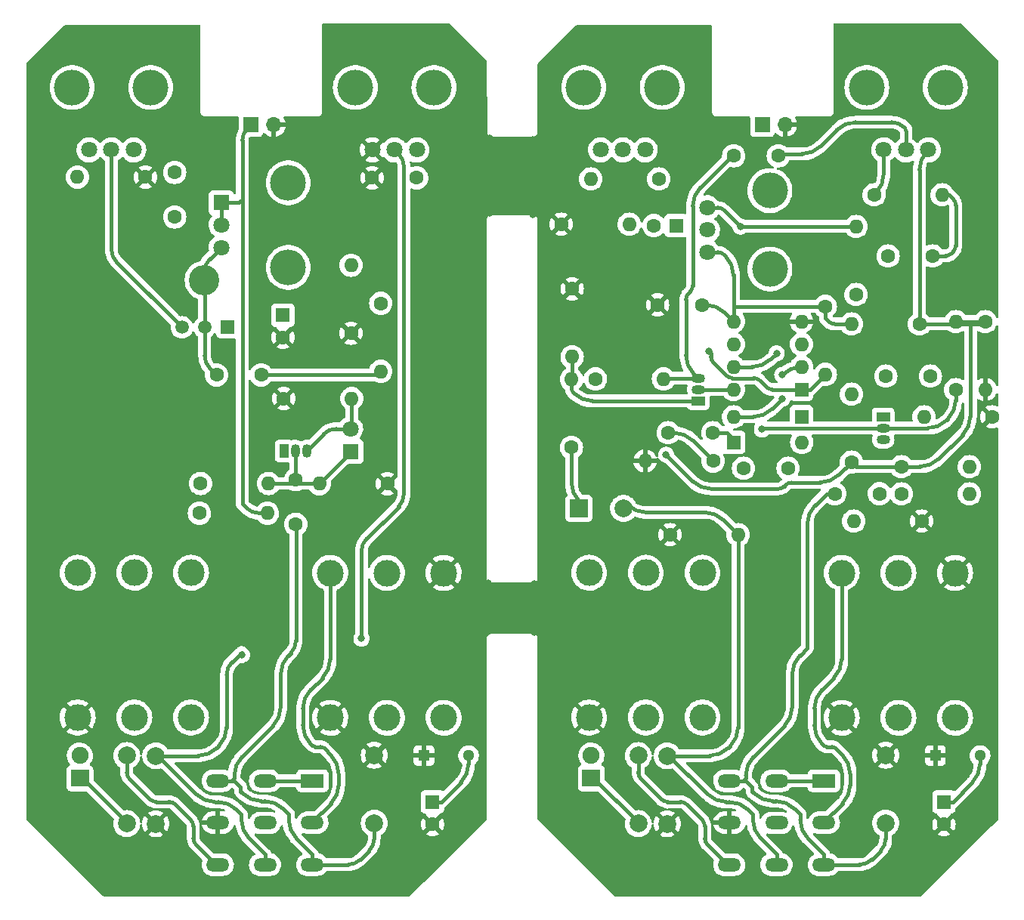
<source format=gbr>
%TF.GenerationSoftware,KiCad,Pcbnew,6.0.0-d3dd2cf0fa~116~ubuntu20.04.1*%
%TF.CreationDate,2022-01-02T14:57:44+00:00*%
%TF.ProjectId,combined,636f6d62-696e-4656-942e-6b696361645f,rev?*%
%TF.SameCoordinates,Original*%
%TF.FileFunction,Copper,L1,Top*%
%TF.FilePolarity,Positive*%
%FSLAX46Y46*%
G04 Gerber Fmt 4.6, Leading zero omitted, Abs format (unit mm)*
G04 Created by KiCad (PCBNEW 6.0.0-d3dd2cf0fa~116~ubuntu20.04.1) date 2022-01-02 14:57:44*
%MOMM*%
%LPD*%
G01*
G04 APERTURE LIST*
%TA.AperFunction,ComponentPad*%
%ADD10R,2.600000X1.500000*%
%TD*%
%TA.AperFunction,ComponentPad*%
%ADD11O,2.600000X1.500000*%
%TD*%
%TA.AperFunction,ComponentPad*%
%ADD12C,3.000000*%
%TD*%
%TA.AperFunction,ComponentPad*%
%ADD13R,1.700000X1.700000*%
%TD*%
%TA.AperFunction,ComponentPad*%
%ADD14O,1.700000X1.700000*%
%TD*%
%TA.AperFunction,ComponentPad*%
%ADD15R,1.600000X1.600000*%
%TD*%
%TA.AperFunction,ComponentPad*%
%ADD16C,1.600000*%
%TD*%
%TA.AperFunction,ComponentPad*%
%ADD17R,2.000000X1.900000*%
%TD*%
%TA.AperFunction,ComponentPad*%
%ADD18C,1.900000*%
%TD*%
%TA.AperFunction,ComponentPad*%
%ADD19C,1.998980*%
%TD*%
%TA.AperFunction,ComponentPad*%
%ADD20R,1.300000X1.300000*%
%TD*%
%TA.AperFunction,ComponentPad*%
%ADD21C,1.300000*%
%TD*%
%TA.AperFunction,ComponentPad*%
%ADD22O,1.600000X1.600000*%
%TD*%
%TA.AperFunction,ComponentPad*%
%ADD23O,4.000000X4.000000*%
%TD*%
%TA.AperFunction,ComponentPad*%
%ADD24R,1.800000X1.800000*%
%TD*%
%TA.AperFunction,ComponentPad*%
%ADD25C,1.800000*%
%TD*%
%TA.AperFunction,ComponentPad*%
%ADD26C,3.400000*%
%TD*%
%TA.AperFunction,ComponentPad*%
%ADD27R,1.500000X1.500000*%
%TD*%
%TA.AperFunction,ComponentPad*%
%ADD28C,1.500000*%
%TD*%
%TA.AperFunction,WasherPad*%
%ADD29C,4.000000*%
%TD*%
%TA.AperFunction,ComponentPad*%
%ADD30R,1.050000X1.500000*%
%TD*%
%TA.AperFunction,ComponentPad*%
%ADD31O,1.050000X1.500000*%
%TD*%
%TA.AperFunction,ComponentPad*%
%ADD32R,1.500000X1.050000*%
%TD*%
%TA.AperFunction,ComponentPad*%
%ADD33O,1.500000X1.050000*%
%TD*%
%TA.AperFunction,ComponentPad*%
%ADD34R,2.000000X2.000000*%
%TD*%
%TA.AperFunction,ComponentPad*%
%ADD35C,2.000000*%
%TD*%
%TA.AperFunction,ViaPad*%
%ADD36C,0.800000*%
%TD*%
%TA.AperFunction,Conductor*%
%ADD37C,0.400000*%
%TD*%
G04 APERTURE END LIST*
D10*
%TO.P,SW1,1,A*%
%TO.N,Net-(SW1-Pad1)*%
X76108400Y-133813400D03*
D11*
%TO.P,SW1,2,A*%
X70808400Y-133813400D03*
%TO.P,SW1,3,A*%
%TO.N,IN*%
X65508400Y-133813400D03*
%TO.P,SW1,4,B*%
%TO.N,Net-(J1-Pad2)*%
X76108400Y-138513400D03*
%TO.P,SW1,5,B*%
%TO.N,Net-(J3-Pad2)*%
X70808400Y-138538400D03*
%TO.P,SW1,6,B*%
%TO.N,GND*%
X65508400Y-138513400D03*
%TO.P,SW1,7,C*%
%TO.N,IN*%
X76108400Y-143213400D03*
%TO.P,SW1,8,C*%
%TO.N,OUT*%
X70808400Y-143213400D03*
%TO.P,SW1,9,C*%
%TO.N,Net-(R2-Pad2)*%
X65508400Y-143213400D03*
%TD*%
D12*
%TO.P,J3,1,S*%
%TO.N,GND*%
X49808400Y-126718400D03*
%TO.P,J3,2,T*%
%TO.N,Net-(J3-Pad2)*%
X62508400Y-126718400D03*
%TO.P,J3,3,R*%
%TO.N,unconnected-(J3-Pad3)*%
X56158400Y-126718400D03*
%TO.P,J3,4,SN*%
%TO.N,unconnected-(J3-Pad4)*%
X49808400Y-110488400D03*
%TO.P,J3,5,TN*%
%TO.N,unconnected-(J3-Pad5)*%
X62508400Y-110488400D03*
%TO.P,J3,6,RN*%
%TO.N,unconnected-(J3-Pad6)*%
X56158400Y-110488400D03*
%TD*%
D13*
%TO.P,J2,1,P1*%
%TO.N,+9V*%
X69208400Y-60288400D03*
D14*
%TO.P,J2,2,P2*%
%TO.N,GND*%
X71748400Y-60288400D03*
%TD*%
D15*
%TO.P,C2,1*%
%TO.N,+9V*%
X89558400Y-136188400D03*
D16*
%TO.P,C2,2*%
%TO.N,GND*%
X89558400Y-138688400D03*
%TD*%
D17*
%TO.P,D1,1,K*%
%TO.N,Net-(D1-Pad1)*%
X50058400Y-133528400D03*
D18*
%TO.P,D1,2,A*%
%TO.N,+9V*%
X50058400Y-130988400D03*
%TD*%
D19*
%TO.P,R1,1*%
%TO.N,IN*%
X83031800Y-138558600D03*
%TO.P,R1,2*%
%TO.N,GND*%
X83031800Y-130938600D03*
%TD*%
%TO.P,R3,1*%
%TO.N,OUT*%
X58558400Y-131008400D03*
%TO.P,R3,2*%
%TO.N,GND*%
X58558400Y-138628400D03*
%TD*%
%TO.P,R2,1*%
%TO.N,Net-(D1-Pad1)*%
X55308400Y-138608400D03*
%TO.P,R2,2*%
%TO.N,Net-(R2-Pad2)*%
X55308400Y-130988400D03*
%TD*%
D20*
%TO.P,C1,1*%
%TO.N,GND*%
X88608400Y-130988400D03*
D21*
%TO.P,C1,2*%
%TO.N,+9V*%
X93608400Y-130988400D03*
%TD*%
D12*
%TO.P,J1,1,S*%
%TO.N,GND*%
X90808400Y-110518400D03*
%TO.P,J1,2,T*%
%TO.N,Net-(J1-Pad2)*%
X78108400Y-110518400D03*
%TO.P,J1,3,R*%
%TO.N,unconnected-(J1-Pad3)*%
X84458400Y-110518400D03*
%TO.P,J1,4,SN*%
%TO.N,unconnected-(J1-Pad4)*%
X90808400Y-126748400D03*
%TO.P,J1,5,TN*%
%TO.N,GND*%
X78108400Y-126748400D03*
%TO.P,J1,6,RN*%
%TO.N,unconnected-(J1-Pad6)*%
X84458400Y-126748400D03*
%TD*%
D16*
%TO.P,FXC4,1*%
%TO.N,Net-(FXC4-Pad1)*%
X65368000Y-88317400D03*
%TO.P,FXC4,2*%
%TO.N,Net-(FXC4-Pad2)*%
X70368000Y-88317400D03*
%TD*%
%TO.P,FXC1,1*%
%TO.N,IN*%
X74243400Y-105056000D03*
%TO.P,FXC1,2*%
%TO.N,Net-(D2-Pad1)*%
X74243400Y-100056000D03*
%TD*%
%TO.P,FXR2,1*%
%TO.N,Net-(FXC2-Pad1)*%
X63575400Y-100484000D03*
D22*
%TO.P,FXR2,2*%
%TO.N,Net-(D2-Pad1)*%
X71195400Y-100484000D03*
%TD*%
D23*
%TO.P,RV2,*%
%TO.N,*%
X73402200Y-66778000D03*
X73402200Y-76278000D03*
D24*
%TO.P,RV2,1,1*%
%TO.N,+9V*%
X65902200Y-69028000D03*
D25*
%TO.P,RV2,2,2*%
X65902200Y-71528000D03*
%TO.P,RV2,3,3*%
%TO.N,Net-(FXC4-Pad1)*%
X65902200Y-74028000D03*
%TD*%
D26*
%TO.P,TP1,1,1*%
%TO.N,Net-(FXC4-Pad1)*%
X64007200Y-77700200D03*
%TD*%
D16*
%TO.P,FXC2,1*%
%TO.N,Net-(FXC2-Pad1)*%
X60679800Y-70609800D03*
%TO.P,FXC2,2*%
%TO.N,Net-(FXC2-Pad2)*%
X60679800Y-65609800D03*
%TD*%
D15*
%TO.P,FXC3,1*%
%TO.N,Net-(FXC3-Pad1)*%
X72795600Y-81618806D03*
D16*
%TO.P,FXC3,2*%
%TO.N,GND*%
X72795600Y-84118806D03*
%TD*%
D24*
%TO.P,D2,1,K*%
%TO.N,Net-(D2-Pad1)*%
X80390200Y-96902600D03*
D25*
%TO.P,D2,2,A*%
%TO.N,Net-(D2-Pad2)*%
X80390200Y-94362600D03*
%TD*%
D16*
%TO.P,FXR7,1*%
%TO.N,Net-(FXC5-Pad2)*%
X83768400Y-80291000D03*
D22*
%TO.P,FXR7,2*%
%TO.N,Net-(FXC4-Pad2)*%
X83768400Y-87911000D03*
%TD*%
D27*
%TO.P,Q2,1,S*%
%TO.N,Net-(FXC3-Pad1)*%
X66577000Y-82983400D03*
D28*
%TO.P,Q2,2,D*%
%TO.N,Net-(FXC4-Pad1)*%
X64037000Y-82983400D03*
%TO.P,Q2,3,G*%
%TO.N,Net-(Q2-Pad3)*%
X61497000Y-82983400D03*
%TD*%
D16*
%TO.P,FXC5,1*%
%TO.N,GND*%
X82792400Y-66219400D03*
%TO.P,FXC5,2*%
%TO.N,Net-(FXC5-Pad2)*%
X87792400Y-66219400D03*
%TD*%
%TO.P,FXR4,1*%
%TO.N,GND*%
X72897200Y-90959000D03*
D22*
%TO.P,FXR4,2*%
%TO.N,Net-(D2-Pad2)*%
X80517200Y-90959000D03*
%TD*%
D16*
%TO.P,FXR1,1*%
%TO.N,GND*%
X84505000Y-100509400D03*
D22*
%TO.P,FXR1,2*%
%TO.N,Net-(D2-Pad1)*%
X76885000Y-100509400D03*
%TD*%
D16*
%TO.P,FXR3,1*%
%TO.N,Net-(FXC2-Pad1)*%
X63448400Y-103811400D03*
D22*
%TO.P,FXR3,2*%
%TO.N,+9V*%
X71068400Y-103811400D03*
%TD*%
D29*
%TO.P,RV3,*%
%TO.N,*%
X80917800Y-56100000D03*
X89717800Y-56100000D03*
D25*
%TO.P,RV3,1,1*%
%TO.N,Net-(FXC5-Pad2)*%
X87817800Y-63100000D03*
%TO.P,RV3,2,2*%
%TO.N,OUT*%
X85317800Y-63100000D03*
%TO.P,RV3,3,3*%
%TO.N,GND*%
X82817800Y-63100000D03*
%TD*%
D29*
%TO.P,RV1,*%
%TO.N,*%
X57993200Y-56100000D03*
X49193200Y-56100000D03*
D25*
%TO.P,RV1,1,1*%
%TO.N,Net-(FXC2-Pad2)*%
X56093200Y-63100000D03*
%TO.P,RV1,2,2*%
%TO.N,Net-(Q2-Pad3)*%
X53593200Y-63100000D03*
%TO.P,RV1,3,3*%
%TO.N,Net-(FXR5-Pad2)*%
X51093200Y-63100000D03*
%TD*%
D16*
%TO.P,FXR6,1*%
%TO.N,GND*%
X80441000Y-83643800D03*
D22*
%TO.P,FXR6,2*%
%TO.N,Net-(FXC3-Pad1)*%
X80441000Y-76023800D03*
%TD*%
D16*
%TO.P,FXR5,1*%
%TO.N,GND*%
X57403200Y-66143200D03*
D22*
%TO.P,FXR5,2*%
%TO.N,Net-(FXR5-Pad2)*%
X49783200Y-66143200D03*
%TD*%
D30*
%TO.P,Q1,1,D*%
%TO.N,Net-(FXC2-Pad1)*%
X72922600Y-96851800D03*
D31*
%TO.P,Q1,2,G*%
%TO.N,Net-(D2-Pad1)*%
X74192600Y-96851800D03*
%TO.P,Q1,3,S*%
%TO.N,Net-(D2-Pad2)*%
X75462600Y-96851800D03*
%TD*%
D10*
%TO.P,SW1,1,A*%
%TO.N,Net-(SW1-Pad1)*%
X133410800Y-133813400D03*
D11*
%TO.P,SW1,2,A*%
X128110800Y-133813400D03*
%TO.P,SW1,3,A*%
%TO.N,IN*%
X122810800Y-133813400D03*
%TO.P,SW1,4,B*%
%TO.N,Net-(J2-Pad2)*%
X133410800Y-138513400D03*
%TO.P,SW1,5,B*%
%TO.N,Net-(J3-Pad2)*%
X128110800Y-138538400D03*
%TO.P,SW1,6,B*%
%TO.N,GND*%
X122810800Y-138513400D03*
%TO.P,SW1,7,C*%
%TO.N,IN*%
X133410800Y-143213400D03*
%TO.P,SW1,8,C*%
%TO.N,OUT*%
X128110800Y-143213400D03*
%TO.P,SW1,9,C*%
%TO.N,Net-(R3-Pad2)*%
X122810800Y-143213400D03*
%TD*%
D12*
%TO.P,J3,1,S*%
%TO.N,GND*%
X107110800Y-126718400D03*
%TO.P,J3,2,T*%
%TO.N,Net-(J3-Pad2)*%
X119810800Y-126718400D03*
%TO.P,J3,3,R*%
%TO.N,unconnected-(J3-Pad3)*%
X113460800Y-126718400D03*
%TO.P,J3,4,SN*%
%TO.N,unconnected-(J3-Pad4)*%
X107110800Y-110488400D03*
%TO.P,J3,5,TN*%
%TO.N,unconnected-(J3-Pad5)*%
X119810800Y-110488400D03*
%TO.P,J3,6,RN*%
%TO.N,unconnected-(J3-Pad6)*%
X113460800Y-110488400D03*
%TD*%
D13*
%TO.P,J1,1,P1*%
%TO.N,+9V*%
X126510800Y-60288400D03*
D14*
%TO.P,J1,2,P2*%
%TO.N,GND*%
X129050800Y-60288400D03*
%TD*%
D15*
%TO.P,C2,1*%
%TO.N,+9V*%
X146860800Y-136188400D03*
D16*
%TO.P,C2,2*%
%TO.N,GND*%
X146860800Y-138688400D03*
%TD*%
D17*
%TO.P,D1,1,K*%
%TO.N,Net-(D1-Pad1)*%
X107360800Y-133528400D03*
D18*
%TO.P,D1,2,A*%
%TO.N,+9V*%
X107360800Y-130988400D03*
%TD*%
D19*
%TO.P,R1,1*%
%TO.N,IN*%
X140334200Y-138558600D03*
%TO.P,R1,2*%
%TO.N,GND*%
X140334200Y-130938600D03*
%TD*%
%TO.P,R2,1*%
%TO.N,OUT*%
X115860800Y-131008400D03*
%TO.P,R2,2*%
%TO.N,GND*%
X115860800Y-138628400D03*
%TD*%
%TO.P,R3,1*%
%TO.N,Net-(D1-Pad1)*%
X112610800Y-138608400D03*
%TO.P,R3,2*%
%TO.N,Net-(R3-Pad2)*%
X112610800Y-130988400D03*
%TD*%
D20*
%TO.P,C1,1*%
%TO.N,GND*%
X145910800Y-130988400D03*
D21*
%TO.P,C1,2*%
%TO.N,+9V*%
X150910800Y-130988400D03*
%TD*%
D12*
%TO.P,J2,1,S*%
%TO.N,GND*%
X148110800Y-110518400D03*
%TO.P,J2,2,T*%
%TO.N,Net-(J2-Pad2)*%
X135410800Y-110518400D03*
%TO.P,J2,3,R*%
%TO.N,unconnected-(J2-Pad3)*%
X141760800Y-110518400D03*
%TO.P,J2,4,SN*%
%TO.N,unconnected-(J2-Pad4)*%
X148110800Y-126748400D03*
%TO.P,J2,5,TN*%
%TO.N,GND*%
X135410800Y-126748400D03*
%TO.P,J2,6,RN*%
%TO.N,unconnected-(J2-Pad6)*%
X141760800Y-126748400D03*
%TD*%
D16*
%TO.P,FXR7,1*%
%TO.N,Net-(FXC5-Pad2)*%
X133577800Y-80646600D03*
D22*
%TO.P,FXR7,2*%
%TO.N,Net-(FXC4-Pad2)*%
X133577800Y-88266600D03*
%TD*%
D16*
%TO.P,FXR11,1*%
%TO.N,Net-(FXR11-Pad1)*%
X139038800Y-68124400D03*
D22*
%TO.P,FXR11,2*%
%TO.N,Net-(FXC7-Pad2)*%
X146658800Y-68124400D03*
%TD*%
D16*
%TO.P,FXR8,1*%
%TO.N,GND*%
X103986800Y-71426400D03*
D22*
%TO.P,FXR8,2*%
%TO.N,Net-(FXC6-Pad2)*%
X111606800Y-71426400D03*
%TD*%
D16*
%TO.P,FXC1,1*%
%TO.N,IN*%
X134633800Y-101627000D03*
%TO.P,FXC1,2*%
%TO.N,Net-(FXC1-Pad2)*%
X139633800Y-101627000D03*
%TD*%
%TO.P,FXC7,1*%
%TO.N,Net-(FXC7-Pad1)*%
X140602800Y-74982400D03*
%TO.P,FXC7,2*%
%TO.N,Net-(FXC7-Pad2)*%
X145602800Y-74982400D03*
%TD*%
D32*
%TO.P,FXQ1,1,E*%
%TO.N,Net-(FXC2-Pad1)*%
X140054800Y-93016400D03*
D33*
%TO.P,FXQ1,2,C*%
%TO.N,+9V*%
X140054800Y-94286400D03*
%TO.P,FXQ1,3,B*%
%TO.N,Net-(FXQ1-Pad3)*%
X140054800Y-95556400D03*
%TD*%
D16*
%TO.P,FXC8,1*%
%TO.N,Net-(FXC8-Pad1)*%
X123305400Y-63755600D03*
%TO.P,FXC8,2*%
%TO.N,Net-(FXC8-Pad2)*%
X128305400Y-63755600D03*
%TD*%
D32*
%TO.P,Q1,1,E*%
%TO.N,Net-(FXR13-Pad2)*%
X119332800Y-91238400D03*
D33*
%TO.P,Q1,2,C*%
%TO.N,+9V*%
X119332800Y-89968400D03*
%TO.P,Q1,3,B*%
%TO.N,Net-(FXC8-Pad1)*%
X119332800Y-88698400D03*
%TD*%
D16*
%TO.P,FXR13,1*%
%TO.N,Net-(FXC9-Pad1)*%
X105129800Y-96445400D03*
D22*
%TO.P,FXR13,2*%
%TO.N,Net-(FXR13-Pad2)*%
X105129800Y-88825400D03*
%TD*%
D16*
%TO.P,FXR3,1*%
%TO.N,GND*%
X152246800Y-93016400D03*
D22*
%TO.P,FXR3,2*%
%TO.N,Net-(FXC2-Pad1)*%
X144626800Y-93016400D03*
%TD*%
D15*
%TO.P,U1,1*%
%TO.N,Net-(FXC4-Pad2)*%
X130900800Y-89958400D03*
D22*
%TO.P,U1,2,-*%
%TO.N,Net-(FXC3-Pad2)*%
X130900800Y-87418400D03*
%TO.P,U1,3,+*%
%TO.N,Net-(FXC2-Pad2)*%
X130900800Y-84878400D03*
%TO.P,U1,4,V-*%
%TO.N,GND*%
X130900800Y-82338400D03*
%TO.P,U1,5,+*%
%TO.N,Net-(FXC5-Pad2)*%
X123280800Y-82338400D03*
%TO.P,U1,6,-*%
%TO.N,Net-(FXR10-Pad2)*%
X123280800Y-84878400D03*
%TO.P,U1,7*%
%TO.N,Net-(FXC7-Pad1)*%
X123280800Y-87418400D03*
%TO.P,U1,8,V+*%
%TO.N,+9V*%
X123280800Y-89958400D03*
%TD*%
D16*
%TO.P,R4,1*%
%TO.N,+9V*%
X148182800Y-89968400D03*
D22*
%TO.P,R4,2*%
%TO.N,+BATT*%
X148182800Y-82348400D03*
%TD*%
D34*
%TO.P,FXC9,1*%
%TO.N,Net-(FXC9-Pad1)*%
X105962523Y-103278000D03*
D35*
%TO.P,FXC9,2*%
%TO.N,OUT*%
X110962523Y-103278000D03*
%TD*%
D15*
%TO.P,FXC6,1*%
%TO.N,Net-(FXC6-Pad1)*%
X116864600Y-71578800D03*
D16*
%TO.P,FXC6,2*%
%TO.N,Net-(FXC6-Pad2)*%
X114364600Y-71578800D03*
%TD*%
D15*
%TO.P,FXD1,1,K*%
%TO.N,Net-(FXC3-Pad2)*%
X123316200Y-95886600D03*
D22*
%TO.P,FXD1,2,A*%
%TO.N,Net-(FXC4-Pad2)*%
X130936200Y-95886600D03*
%TD*%
D29*
%TO.P,RV2,*%
%TO.N,*%
X127365000Y-67661400D03*
X127365000Y-76461400D03*
D25*
%TO.P,RV2,1,1*%
%TO.N,Net-(FXC5-Pad2)*%
X120365000Y-74561400D03*
%TO.P,RV2,2,2*%
%TO.N,Net-(FXC6-Pad1)*%
X120365000Y-72061400D03*
%TO.P,RV2,3,3*%
%TO.N,Net-(FXR10-Pad2)*%
X120365000Y-69561400D03*
%TD*%
D16*
%TO.P,FXR12,1*%
%TO.N,+BATT*%
X107822200Y-88774600D03*
D22*
%TO.P,FXR12,2*%
%TO.N,Net-(FXC8-Pad1)*%
X115442200Y-88774600D03*
%TD*%
D16*
%TO.P,FXR2,1*%
%TO.N,+BATT*%
X142086800Y-98604400D03*
D22*
%TO.P,FXR2,2*%
%TO.N,Net-(FXQ1-Pad3)*%
X149706800Y-98604400D03*
%TD*%
D16*
%TO.P,FXR4,1*%
%TO.N,Net-(FXC3-Pad1)*%
X121004800Y-97969400D03*
D22*
%TO.P,FXR4,2*%
%TO.N,GND*%
X113384800Y-97969400D03*
%TD*%
D16*
%TO.P,FXR14,1*%
%TO.N,GND*%
X105206000Y-78665400D03*
D22*
%TO.P,FXR14,2*%
%TO.N,Net-(FXR13-Pad2)*%
X105206000Y-86285400D03*
%TD*%
D16*
%TO.P,FXR15,1*%
%TO.N,GND*%
X116178800Y-106224400D03*
D22*
%TO.P,FXR15,2*%
%TO.N,OUT*%
X123798800Y-106224400D03*
%TD*%
D16*
%TO.P,FXR22,1*%
%TO.N,GND*%
X144372800Y-104700400D03*
D22*
%TO.P,FXR22,2*%
%TO.N,IN*%
X136752800Y-104700400D03*
%TD*%
D29*
%TO.P,RV3,*%
%TO.N,*%
X147020200Y-56100000D03*
X138220200Y-56100000D03*
D25*
%TO.P,RV3,1,1*%
%TO.N,+BATT*%
X145120200Y-63100000D03*
%TO.P,RV3,2,2*%
%TO.N,Net-(FXC8-Pad2)*%
X142620200Y-63100000D03*
%TO.P,RV3,3,3*%
%TO.N,Net-(FXR11-Pad1)*%
X140120200Y-63100000D03*
%TD*%
D16*
%TO.P,FXC2,1*%
%TO.N,Net-(FXC2-Pad1)*%
X145348800Y-88444400D03*
%TO.P,FXC2,2*%
%TO.N,Net-(FXC2-Pad2)*%
X140348800Y-88444400D03*
%TD*%
%TO.P,FXC3,1*%
%TO.N,Net-(FXC3-Pad1)*%
X115964800Y-94794400D03*
%TO.P,FXC3,2*%
%TO.N,Net-(FXC3-Pad2)*%
X120964800Y-94794400D03*
%TD*%
%TO.P,R5,1*%
%TO.N,+BATT*%
X151484800Y-82348400D03*
D22*
%TO.P,R5,2*%
%TO.N,GND*%
X151484800Y-89968400D03*
%TD*%
D29*
%TO.P,RV1,*%
%TO.N,*%
X115295600Y-56100000D03*
X106495600Y-56100000D03*
D25*
%TO.P,RV1,1,1*%
%TO.N,Net-(FXR6-Pad1)*%
X113395600Y-63100000D03*
%TO.P,RV1,2,2*%
%TO.N,Net-(FXC4-Pad2)*%
X110895600Y-63100000D03*
%TO.P,RV1,3,3*%
X108395600Y-63100000D03*
%TD*%
D16*
%TO.P,FXC5,1*%
%TO.N,GND*%
X114781800Y-80468800D03*
%TO.P,FXC5,2*%
%TO.N,Net-(FXC5-Pad2)*%
X119781800Y-80468800D03*
%TD*%
%TO.P,FXC4,1*%
%TO.N,Net-(FXC3-Pad2)*%
X124408400Y-98782200D03*
%TO.P,FXC4,2*%
%TO.N,Net-(FXC4-Pad2)*%
X129408400Y-98782200D03*
%TD*%
%TO.P,FXR1,1*%
%TO.N,Net-(FXC1-Pad2)*%
X142086800Y-101652400D03*
D22*
%TO.P,FXR1,2*%
%TO.N,Net-(FXQ1-Pad3)*%
X149706800Y-101652400D03*
%TD*%
D16*
%TO.P,FXR6,1*%
%TO.N,Net-(FXR6-Pad1)*%
X114908800Y-66346400D03*
D22*
%TO.P,FXR6,2*%
%TO.N,Net-(FXC3-Pad2)*%
X107288800Y-66346400D03*
%TD*%
D16*
%TO.P,FXR10,1*%
%TO.N,Net-(FXC7-Pad1)*%
X137006800Y-79300400D03*
D22*
%TO.P,FXR10,2*%
%TO.N,Net-(FXR10-Pad2)*%
X137006800Y-71680400D03*
%TD*%
D16*
%TO.P,FXR5,1*%
%TO.N,+BATT*%
X136498800Y-98096400D03*
D22*
%TO.P,FXR5,2*%
%TO.N,Net-(FXC2-Pad2)*%
X136498800Y-90476400D03*
%TD*%
D16*
%TO.P,FXR9,1*%
%TO.N,+BATT*%
X144118800Y-82602400D03*
D22*
%TO.P,FXR9,2*%
%TO.N,Net-(FXC5-Pad2)*%
X136498800Y-82602400D03*
%TD*%
D15*
%TO.P,FXD2,1,K*%
%TO.N,Net-(FXC4-Pad2)*%
X130910800Y-93016400D03*
D22*
%TO.P,FXD2,2,A*%
%TO.N,Net-(FXC3-Pad2)*%
X123290800Y-93016400D03*
%TD*%
D36*
%TO.N,GND*%
X100965000Y-117170200D03*
X95783400Y-117094000D03*
X100939600Y-116535200D03*
X100939600Y-112344200D03*
X100939600Y-112928400D03*
X100939600Y-115925600D03*
X100939600Y-113538000D03*
X100939600Y-114122200D03*
X100939600Y-114731800D03*
X100939600Y-111734600D03*
X100939600Y-115316000D03*
X95808800Y-116459000D03*
X95808800Y-112268000D03*
X95808800Y-112852200D03*
X95808800Y-115849400D03*
X95808800Y-113461800D03*
X95808800Y-114046000D03*
X95808800Y-114655600D03*
X95808800Y-111658400D03*
X95808800Y-115239800D03*
X100787200Y-70307200D03*
X100787200Y-68529200D03*
X100787200Y-69723000D03*
X100787200Y-69113400D03*
X100787200Y-66725800D03*
X100787200Y-62534800D03*
X100787200Y-67919600D03*
X100787200Y-63119000D03*
X100787200Y-66116200D03*
X100787200Y-63728600D03*
X100787200Y-64312800D03*
X100787200Y-64922400D03*
X100787200Y-61925200D03*
X100787200Y-67335400D03*
X100787200Y-65506600D03*
X95935800Y-67208400D03*
X95935800Y-67792600D03*
X95935800Y-68402200D03*
X95935800Y-68986400D03*
X95935800Y-69596000D03*
X95935800Y-66598800D03*
X95935800Y-70180200D03*
X95935800Y-64795400D03*
X95935800Y-65379600D03*
X95935800Y-65989200D03*
X95935800Y-64185800D03*
X95935800Y-63601600D03*
X95935800Y-62992000D03*
X95935800Y-62407800D03*
X95935800Y-61798200D03*
%TO.N,OUT*%
X81609400Y-117857600D03*
X68198200Y-119711800D03*
%TO.N,+9V*%
X126480800Y-94428400D03*
%TO.N,+BATT*%
X115734300Y-97270900D03*
%TO.N,Net-(FXC3-Pad2)*%
X128751800Y-88317400D03*
X128751800Y-90984400D03*
%TO.N,Net-(FXC4-Pad2)*%
X120496800Y-85650400D03*
%TO.N,Net-(FXC7-Pad1)*%
X128116800Y-85904400D03*
%TO.N,Net-(FXR10-Pad2)*%
X124058800Y-71680400D03*
%TD*%
D37*
%TO.N,+9V*%
X90558400Y-136188400D02*
X92729721Y-134017079D01*
X68249000Y-62076227D02*
X68249000Y-68683200D01*
X70118827Y-103811400D02*
X71068400Y-103811400D01*
X93608400Y-131895759D02*
X93608400Y-130988400D01*
X69208400Y-60288400D02*
X68834786Y-60662014D01*
X65902200Y-69028000D02*
X67904200Y-69028000D01*
X65902200Y-71528000D02*
X65902200Y-69028000D01*
X89558400Y-136188400D02*
X90558400Y-136188400D01*
X68249000Y-68683200D02*
X68249000Y-102770000D01*
X68249000Y-102770000D02*
X68704614Y-103225614D01*
X67904200Y-69028000D02*
X68249000Y-68683200D01*
X68834786Y-60662014D02*
G75*
G03*
X68249000Y-62076227I1414214J-1414213D01*
G01*
X93608400Y-131895759D02*
G75*
G02*
X92729721Y-134017079I-2999998J-1D01*
G01*
X68704614Y-103225614D02*
G75*
G03*
X70118827Y-103811400I1414213J1414214D01*
G01*
%TO.N,Net-(D1-Pad1)*%
X50058400Y-133488400D02*
X50308400Y-133488400D01*
X50308400Y-133488400D02*
X55308400Y-138488400D01*
%TO.N,Net-(SW1-Pad1)*%
X70808400Y-133813400D02*
X76108400Y-133813400D01*
%TO.N,Net-(FXC4-Pad1)*%
X64622787Y-87572187D02*
X65368000Y-88317400D01*
X64037000Y-82983400D02*
X64037000Y-86157973D01*
X64622787Y-75307413D02*
X65902200Y-74028000D01*
X64037000Y-82983400D02*
X64037000Y-76721627D01*
X64037001Y-76721627D02*
G75*
G02*
X64622788Y-75307414I1999999J0D01*
G01*
X64037001Y-86157973D02*
G75*
G03*
X64622788Y-87572186I1999999J0D01*
G01*
%TO.N,Net-(FXC4-Pad2)*%
X70368000Y-88317400D02*
X83362000Y-88317400D01*
X83362000Y-88317400D02*
X83768400Y-87911000D01*
%TO.N,Net-(D2-Pad2)*%
X80517200Y-90959000D02*
X80517200Y-94235600D01*
X80517200Y-94235600D02*
X80390200Y-94362600D01*
X80390200Y-94362600D02*
X78780227Y-94362600D01*
X77366013Y-94948387D02*
X75462600Y-96851800D01*
X77366013Y-94948387D02*
G75*
G02*
X78780227Y-94362600I1414214J-1414213D01*
G01*
%TO.N,Net-(D2-Pad1)*%
X76859600Y-100484000D02*
X76885000Y-100509400D01*
X76885000Y-100509400D02*
X80390200Y-97004200D01*
X71195400Y-100484000D02*
X76859600Y-100484000D01*
X74243400Y-100056000D02*
X74243400Y-96902600D01*
X74243400Y-96902600D02*
X74192600Y-96851800D01*
X80390200Y-97004200D02*
X80390200Y-96902600D01*
%TO.N,Net-(J1-Pad2)*%
X76071953Y-129851953D02*
X75917079Y-129697079D01*
X75038400Y-127575759D02*
X75038400Y-125721041D01*
X78108400Y-120165759D02*
X78108400Y-110518400D01*
X75917080Y-123599720D02*
X77229721Y-122287079D01*
X76108400Y-138438400D02*
X78179721Y-136367079D01*
X79058400Y-134245759D02*
X79058400Y-133051041D01*
X76108400Y-138513400D02*
X76108400Y-138438400D01*
X78179720Y-130929720D02*
X77394846Y-130144846D01*
X77041293Y-129998400D02*
X76425507Y-129998400D01*
X79058400Y-134245759D02*
G75*
G02*
X78179721Y-136367079I-2999998J-1D01*
G01*
X77041293Y-129998401D02*
G75*
G02*
X77394846Y-130144846I0J-500001D01*
G01*
X75917080Y-123599720D02*
G75*
G03*
X75038400Y-125721041I2121325J-2121323D01*
G01*
X76425507Y-129998400D02*
G75*
G02*
X76071953Y-129851953I-1J499997D01*
G01*
X75038400Y-127575759D02*
G75*
G03*
X75917079Y-129697079I2999998J-1D01*
G01*
X77229721Y-122287079D02*
G75*
G03*
X78108400Y-120165759I-2121319J2121319D01*
G01*
X78179720Y-130929720D02*
G75*
G02*
X79058400Y-133051041I-2121325J-2121323D01*
G01*
%TO.N,Net-(Q2-Pad3)*%
X54178987Y-75665387D02*
X61497000Y-82983400D01*
X53593200Y-63100000D02*
X53593200Y-74251173D01*
X54178987Y-75665387D02*
G75*
G02*
X53593200Y-74251173I1414213J1414214D01*
G01*
%TO.N,Net-(R2-Pad2)*%
X65309200Y-143213400D02*
X65508400Y-143213400D01*
X62762600Y-138896614D02*
X62762600Y-140252586D01*
X58604814Y-136171000D02*
X60036986Y-136171000D01*
X55601293Y-133581693D02*
X57897707Y-135878107D01*
X63055493Y-140959693D02*
X65309200Y-143213400D01*
X60744093Y-136463893D02*
X62469707Y-138189507D01*
X55308400Y-130988400D02*
X55308400Y-132874586D01*
X60744093Y-136463893D02*
G75*
G03*
X60036986Y-136171000I-707106J-707106D01*
G01*
X55601293Y-133581693D02*
G75*
G02*
X55308400Y-132874586I707106J707106D01*
G01*
X62762601Y-140252586D02*
G75*
G03*
X63055494Y-140959692I999993J-3D01*
G01*
X62469707Y-138189507D02*
G75*
G02*
X62762600Y-138896614I-707106J-707106D01*
G01*
X57897707Y-135878107D02*
G75*
G03*
X58604814Y-136171000I707106J707106D01*
G01*
%TO.N,IN*%
X73437080Y-119749720D02*
X73672614Y-119514186D01*
X73458400Y-138170759D02*
X73458400Y-137588400D01*
X65508400Y-133813400D02*
X67058400Y-133813400D01*
X67358400Y-133513400D02*
X67358400Y-133231041D01*
X68237080Y-131109720D02*
X71679721Y-127667079D01*
X76108400Y-142063400D02*
X74337079Y-140292079D01*
X74258400Y-118099973D02*
X74258400Y-105039041D01*
X67058400Y-133813400D02*
X67358400Y-133513400D01*
X72558400Y-125545759D02*
X72558400Y-121871041D01*
X76108400Y-143213400D02*
X76108400Y-142063400D01*
X76108400Y-143213400D02*
X80088573Y-143213400D01*
X83031800Y-140270173D02*
X83031800Y-138558600D01*
X73458400Y-137588400D02*
X72837079Y-136967079D01*
X68058400Y-134988400D02*
X68058400Y-134488400D01*
X68279720Y-135209720D02*
X68058400Y-134988400D01*
X68058400Y-134488400D02*
X67383400Y-133813400D01*
X67383400Y-133813400D02*
X67058400Y-133813400D01*
X70715759Y-136088400D02*
X70401041Y-136088400D01*
X81502787Y-142627613D02*
X82446014Y-141684386D01*
X81502787Y-142627613D02*
G75*
G02*
X80088573Y-143213400I-1414214J1414213D01*
G01*
X83031799Y-140270173D02*
G75*
G02*
X82446013Y-141684385I-1999999J0D01*
G01*
X74258399Y-118099973D02*
G75*
G02*
X73672613Y-119514185I-1999999J0D01*
G01*
X70401041Y-136088399D02*
G75*
G02*
X68279721Y-135209719I-3J2999993D01*
G01*
X68237080Y-131109720D02*
G75*
G03*
X67358400Y-133231041I2121325J-2121323D01*
G01*
X72558401Y-121871041D02*
G75*
G02*
X73437081Y-119749721I2999993J3D01*
G01*
X72558400Y-125545759D02*
G75*
G02*
X71679721Y-127667079I-2999998J-1D01*
G01*
X70715759Y-136088400D02*
G75*
G02*
X72837079Y-136967079I1J-2999998D01*
G01*
X74337079Y-140292079D02*
G75*
G02*
X73458400Y-138170759I2121319J2121319D01*
G01*
%TO.N,OUT*%
X70808400Y-142063400D02*
X70808400Y-143213400D01*
X58778400Y-131008400D02*
X63079721Y-135309721D01*
X65201041Y-136188400D02*
X65515759Y-136188400D01*
X81609400Y-117857600D02*
X81609400Y-108068827D01*
X66496400Y-127807759D02*
X66496400Y-121937227D01*
X85772124Y-63554324D02*
X85317800Y-63100000D01*
X67082187Y-120523013D02*
X68172800Y-119432400D01*
X86357911Y-101663462D02*
X86357911Y-64968538D01*
X68198200Y-119457800D02*
X68198200Y-119711800D01*
X68158400Y-137588400D02*
X68158400Y-138170759D01*
X65417080Y-130129720D02*
X65617721Y-129929079D01*
X67637080Y-137067080D02*
X68158400Y-137588400D01*
X69037080Y-140292080D02*
X70808400Y-142063400D01*
X68172800Y-119432400D02*
X68198200Y-119457800D01*
X82195187Y-106654613D02*
X85772125Y-103077675D01*
X58558400Y-131008400D02*
X63295759Y-131008400D01*
X63295759Y-131008399D02*
G75*
G03*
X65417079Y-130129719I3J2999993D01*
G01*
X69037080Y-140292080D02*
G75*
G02*
X68158400Y-138170759I2121325J2121323D01*
G01*
X65201041Y-136188400D02*
G75*
G02*
X63079721Y-135309721I-1J2999998D01*
G01*
X66496400Y-127807759D02*
G75*
G02*
X65617721Y-129929079I-2999998J-1D01*
G01*
X86357910Y-64968538D02*
G75*
G03*
X85772123Y-63554325I-1999999J0D01*
G01*
X67082187Y-120523013D02*
G75*
G03*
X66496400Y-121937227I1414213J-1414214D01*
G01*
X85772125Y-103077675D02*
G75*
G03*
X86357911Y-101663462I-1414214J1414213D01*
G01*
X67637080Y-137067080D02*
G75*
G03*
X65515759Y-136188400I-2121323J-2121325D01*
G01*
X82195187Y-106654613D02*
G75*
G03*
X81609400Y-108068827I1414213J-1414214D01*
G01*
%TO.N,+9V*%
X147860800Y-136188400D02*
X150032121Y-134017079D01*
X147156480Y-93407720D02*
X147304121Y-93260079D01*
X148182800Y-91138759D02*
X148182800Y-89968400D01*
X150910800Y-131895759D02*
X150910800Y-130988400D01*
X123270800Y-89968400D02*
X123280800Y-89958400D01*
X126592800Y-94286400D02*
X126480800Y-94398400D01*
X146860800Y-136188400D02*
X147860800Y-136188400D01*
X119332800Y-89968400D02*
X123270800Y-89968400D01*
X140054800Y-94286400D02*
X126592800Y-94286400D01*
X126480800Y-94398400D02*
X126480800Y-94428400D01*
X140054800Y-94286400D02*
X145035159Y-94286400D01*
X148182800Y-91138759D02*
G75*
G02*
X147304121Y-93260079I-2999998J-1D01*
G01*
X145035159Y-94286399D02*
G75*
G03*
X147156479Y-93407719I3J2999993D01*
G01*
X150910800Y-131895759D02*
G75*
G02*
X150032121Y-134017079I-2999998J-1D01*
G01*
%TO.N,Net-(D1-Pad1)*%
X107360800Y-133488400D02*
X107610800Y-133488400D01*
X107610800Y-133488400D02*
X112610800Y-138488400D01*
%TO.N,Net-(J2-Pad2)*%
X133374353Y-129851953D02*
X133219479Y-129697079D01*
X132340800Y-127575759D02*
X132340800Y-125721041D01*
X135410800Y-120165759D02*
X135410800Y-110518400D01*
X133219480Y-123599720D02*
X134532121Y-122287079D01*
X133410800Y-138438400D02*
X135482121Y-136367079D01*
X136360800Y-134245759D02*
X136360800Y-133051041D01*
X133410800Y-138513400D02*
X133410800Y-138438400D01*
X135482120Y-130929720D02*
X134697246Y-130144846D01*
X134343693Y-129998400D02*
X133727907Y-129998400D01*
X136360800Y-134245759D02*
G75*
G02*
X135482121Y-136367079I-2999998J-1D01*
G01*
X134343693Y-129998401D02*
G75*
G02*
X134697246Y-130144846I0J-500001D01*
G01*
X133219480Y-123599720D02*
G75*
G03*
X132340800Y-125721041I2121325J-2121323D01*
G01*
X133727907Y-129998400D02*
G75*
G02*
X133374353Y-129851953I-1J499997D01*
G01*
X132340800Y-127575759D02*
G75*
G03*
X133219479Y-129697079I2999998J-1D01*
G01*
X134532121Y-122287079D02*
G75*
G03*
X135410800Y-120165759I-2121319J2121319D01*
G01*
X135482120Y-130929720D02*
G75*
G02*
X136360800Y-133051041I-2121325J-2121323D01*
G01*
%TO.N,Net-(R3-Pad2)*%
X122611600Y-143213400D02*
X122810800Y-143213400D01*
X120065000Y-138896614D02*
X120065000Y-140252586D01*
X115907214Y-136171000D02*
X117339386Y-136171000D01*
X112903693Y-133581693D02*
X115200107Y-135878107D01*
X120357893Y-140959693D02*
X122611600Y-143213400D01*
X118046493Y-136463893D02*
X119772107Y-138189507D01*
X112610800Y-130988400D02*
X112610800Y-132874586D01*
X118046493Y-136463893D02*
G75*
G03*
X117339386Y-136171000I-707106J-707106D01*
G01*
X112903693Y-133581693D02*
G75*
G02*
X112610800Y-132874586I707106J707106D01*
G01*
X120065001Y-140252586D02*
G75*
G03*
X120357894Y-140959692I999993J-3D01*
G01*
X119772107Y-138189507D02*
G75*
G02*
X120065000Y-138896614I-707106J-707106D01*
G01*
X115200107Y-135878107D02*
G75*
G03*
X115907214Y-136171000I707106J707106D01*
G01*
%TO.N,Net-(SW1-Pad1)*%
X128110800Y-133813400D02*
X133410800Y-133813400D01*
%TO.N,+BATT*%
X137006800Y-98604400D02*
X136498800Y-98096400D01*
X144997480Y-63222720D02*
X145120200Y-63100000D01*
X142086800Y-98604400D02*
X144146159Y-98604400D01*
X132970159Y-100382400D02*
X129812714Y-100382400D01*
X146267480Y-97725720D02*
X148955121Y-95038079D01*
X149833800Y-92916759D02*
X149833800Y-82602400D01*
X149833800Y-82602400D02*
X151230800Y-82602400D01*
X142086800Y-98604400D02*
X137006800Y-98604400D01*
X148182800Y-82348400D02*
X151484800Y-82348400D01*
X144118800Y-82602400D02*
X144118800Y-65344041D01*
X128273086Y-101093600D02*
X120799641Y-101093600D01*
X129105607Y-100675293D02*
X128980193Y-100800707D01*
X144118800Y-82602400D02*
X149833800Y-82602400D01*
X118678320Y-100214920D02*
X115734300Y-97270900D01*
X136498800Y-98096400D02*
X135091479Y-99503721D01*
X151230800Y-82602400D02*
X151484800Y-82348400D01*
X149833800Y-92916759D02*
G75*
G02*
X148955121Y-95038079I-2999998J-1D01*
G01*
X146267480Y-97725720D02*
G75*
G02*
X144146159Y-98604400I-2121323J2121325D01*
G01*
X128980193Y-100800707D02*
G75*
G02*
X128273086Y-101093600I-707106J707106D01*
G01*
X129105607Y-100675293D02*
G75*
G02*
X129812714Y-100382400I707106J-707106D01*
G01*
X135091479Y-99503721D02*
G75*
G02*
X132970159Y-100382400I-2121319J2121319D01*
G01*
X144118801Y-65344041D02*
G75*
G02*
X144997481Y-63222721I2999993J3D01*
G01*
X118678320Y-100214920D02*
G75*
G03*
X120799641Y-101093600I2121323J2121325D01*
G01*
%TO.N,Net-(FXC3-Pad1)*%
X115964800Y-94794400D02*
X116587159Y-94794400D01*
X118708480Y-95673080D02*
X121004800Y-97969400D01*
X118708480Y-95673080D02*
G75*
G03*
X116587159Y-94794400I-2121323J-2121325D01*
G01*
%TO.N,Net-(FXC3-Pad2)*%
X123290800Y-93016400D02*
X125477159Y-93016400D01*
X122528800Y-94794400D02*
X123290800Y-95556400D01*
X128772120Y-88297080D02*
X128751800Y-88317400D01*
X120964800Y-94794400D02*
X122528800Y-94794400D01*
X127598480Y-92137720D02*
X128751800Y-90984400D01*
X130900800Y-87418400D02*
X130893441Y-87418400D01*
X127598480Y-92137720D02*
G75*
G02*
X125477159Y-93016400I-2121323J2121325D01*
G01*
X130893441Y-87418401D02*
G75*
G03*
X128772121Y-88297081I-3J-2999993D01*
G01*
%TO.N,Net-(FXC4-Pad2)*%
X123179428Y-88673000D02*
X125551400Y-88673000D01*
X127665228Y-89958400D02*
X130900800Y-89958400D01*
X131886000Y-89958400D02*
X133577800Y-88266600D01*
X130900800Y-89958400D02*
X131886000Y-89958400D01*
X126258507Y-88965893D02*
X126958121Y-89665507D01*
X120750800Y-85904400D02*
X120750800Y-86244372D01*
X121043693Y-86951479D02*
X122472321Y-88380107D01*
X120496800Y-85650400D02*
X120750800Y-85904400D01*
X121043693Y-86951479D02*
G75*
G02*
X120750800Y-86244372I707106J707106D01*
G01*
X126258507Y-88965893D02*
G75*
G03*
X125551400Y-88673000I-707106J-707106D01*
G01*
X122472321Y-88380107D02*
G75*
G03*
X123179428Y-88673000I707106J707106D01*
G01*
X127665228Y-89958399D02*
G75*
G02*
X126958122Y-89665506I-3J999993D01*
G01*
%TO.N,Net-(FXC5-Pad2)*%
X133577800Y-80646600D02*
X123290800Y-80646600D01*
X133919907Y-82309507D02*
X133704800Y-82094400D01*
X123280800Y-80636600D02*
X123280800Y-77145041D01*
X121525586Y-74561400D02*
X120365000Y-74561400D01*
X133577800Y-80646600D02*
X133577800Y-81967400D01*
X123290800Y-80646600D02*
X123280800Y-80636600D01*
X136498800Y-82602400D02*
X134627014Y-82602400D01*
X123280800Y-82338400D02*
X123280800Y-80636600D01*
X122402120Y-75023720D02*
X122232693Y-74854293D01*
X119781800Y-80468800D02*
X120168559Y-80468800D01*
X122289880Y-81347480D02*
X123280800Y-82338400D01*
X133577800Y-81967400D02*
X133704800Y-82094400D01*
X134627014Y-82602399D02*
G75*
G02*
X133919908Y-82309506I-3J999993D01*
G01*
X122289880Y-81347480D02*
G75*
G03*
X120168559Y-80468800I-2121323J-2121325D01*
G01*
X123280799Y-77145041D02*
G75*
G03*
X122402119Y-75023721I-2999993J3D01*
G01*
X122232693Y-74854293D02*
G75*
G03*
X121525586Y-74561400I-707106J-707106D01*
G01*
%TO.N,Net-(FXC7-Pad1)*%
X123280800Y-87418400D02*
X125360159Y-87418400D01*
X127481480Y-86539720D02*
X128116800Y-85904400D01*
X127481480Y-86539720D02*
G75*
G02*
X125360159Y-87418400I-2121323J2121325D01*
G01*
%TO.N,Net-(FXC7-Pad2)*%
X147420800Y-68124400D02*
X147889907Y-68593507D01*
X147006586Y-74982400D02*
X145602800Y-74982400D01*
X148182800Y-69300614D02*
X148182800Y-73806186D01*
X147889907Y-74513293D02*
X147713693Y-74689507D01*
X146658800Y-68124400D02*
X147420800Y-68124400D01*
X148182799Y-69300614D02*
G75*
G03*
X147889906Y-68593508I-999993J3D01*
G01*
X147713693Y-74689507D02*
G75*
G02*
X147006586Y-74982400I-707106J707106D01*
G01*
X147889907Y-74513293D02*
G75*
G03*
X148182800Y-73806186I-707106J707106D01*
G01*
%TO.N,Net-(FXC8-Pad1)*%
X117956800Y-86079759D02*
X117956800Y-79892414D01*
X119332800Y-88698400D02*
X115416800Y-88698400D01*
X119332800Y-88698400D02*
X118835479Y-88201079D01*
X118249693Y-79185307D02*
X118425907Y-79009093D01*
X118718800Y-78301986D02*
X118718800Y-69407041D01*
X119597480Y-67285720D02*
X123330800Y-63552400D01*
X117956800Y-86079759D02*
G75*
G03*
X118835479Y-88201079I2999998J-1D01*
G01*
X119597480Y-67285720D02*
G75*
G03*
X118718800Y-69407041I2121325J-2121323D01*
G01*
X118249693Y-79185307D02*
G75*
G03*
X117956800Y-79892414I707106J-707106D01*
G01*
X118718799Y-78301986D02*
G75*
G02*
X118425906Y-79009092I-999993J-3D01*
G01*
%TO.N,Net-(FXC8-Pad2)*%
X128330800Y-63552400D02*
X130938159Y-63552400D01*
X133059480Y-62673720D02*
X134858121Y-60875079D01*
X136979441Y-59996400D02*
X141004373Y-59996400D01*
X142418587Y-60582187D02*
X142473754Y-60637354D01*
X142620200Y-60990907D02*
X142620200Y-63100000D01*
X141004373Y-59996401D02*
G75*
G02*
X142418586Y-60582188I0J-1999999D01*
G01*
X136979441Y-59996400D02*
G75*
G03*
X134858121Y-60875079I-1J-2999998D01*
G01*
X133059480Y-62673720D02*
G75*
G02*
X130938159Y-63552400I-2121323J2121325D01*
G01*
X142620199Y-60990907D02*
G75*
G03*
X142473754Y-60637354I-500001J0D01*
G01*
%TO.N,Net-(FXC9-Pad1)*%
X105129800Y-96445400D02*
X105129800Y-100364436D01*
X106008480Y-102485757D02*
X106064123Y-102541400D01*
X106008480Y-102485757D02*
G75*
G02*
X105129800Y-100364436I2121325J2121323D01*
G01*
%TO.N,Net-(FXR10-Pad2)*%
X124058800Y-71680400D02*
X137006800Y-71680400D01*
X122232693Y-69854293D02*
X124058800Y-71680400D01*
X120365000Y-69561400D02*
X121525586Y-69561400D01*
X122232693Y-69854293D02*
G75*
G03*
X121525586Y-69561400I-707106J-707106D01*
G01*
%TO.N,Net-(FXR11-Pad1)*%
X139241520Y-67921680D02*
X139038800Y-68124400D01*
X140120200Y-65800359D02*
X140120200Y-63100000D01*
X139241520Y-67921680D02*
G75*
G03*
X140120200Y-65800359I-2121325J2121323D01*
G01*
%TO.N,Net-(FXR13-Pad2)*%
X105206000Y-88749200D02*
X105129800Y-88825400D01*
X119332800Y-91238400D02*
X107515441Y-91238400D01*
X105206000Y-86285400D02*
X105206000Y-88749200D01*
X105129800Y-89888293D02*
X105129800Y-88825400D01*
X105394120Y-90359720D02*
X105276246Y-90241846D01*
X105394120Y-90359720D02*
G75*
G03*
X107515441Y-91238400I2121323J2121325D01*
G01*
X105276246Y-90241846D02*
G75*
G02*
X105129800Y-89888293I353556J353553D01*
G01*
%TO.N,IN*%
X130739480Y-119749720D02*
X131560800Y-118928400D01*
X130760800Y-138170759D02*
X130760800Y-137588400D01*
X122810800Y-133813400D02*
X124360800Y-133813400D01*
X124660800Y-133513400D02*
X124660800Y-133231041D01*
X125539480Y-131109720D02*
X128982121Y-127667079D01*
X133410800Y-142063400D02*
X131639479Y-140292079D01*
X131560800Y-118928400D02*
X131560800Y-105039041D01*
X124360800Y-133813400D02*
X124660800Y-133513400D01*
X133730200Y-101627000D02*
X134633800Y-101627000D01*
X132439480Y-102917720D02*
X133730200Y-101627000D01*
X129860800Y-125545759D02*
X129860800Y-121871041D01*
X133410800Y-143213400D02*
X133410800Y-142063400D01*
X133410800Y-143213400D02*
X137390973Y-143213400D01*
X140334200Y-140270173D02*
X140334200Y-138558600D01*
X130760800Y-137588400D02*
X130139479Y-136967079D01*
X125360800Y-134988400D02*
X125360800Y-134488400D01*
X125582120Y-135209720D02*
X125360800Y-134988400D01*
X125360800Y-134488400D02*
X124685800Y-133813400D01*
X124685800Y-133813400D02*
X124360800Y-133813400D01*
X128018159Y-136088400D02*
X127703441Y-136088400D01*
X138805187Y-142627613D02*
X139748414Y-141684386D01*
X138805187Y-142627613D02*
G75*
G02*
X137390973Y-143213400I-1414214J1414213D01*
G01*
X140334199Y-140270173D02*
G75*
G02*
X139748413Y-141684385I-1999999J0D01*
G01*
X127703441Y-136088399D02*
G75*
G02*
X125582121Y-135209719I-3J2999993D01*
G01*
X125539480Y-131109720D02*
G75*
G03*
X124660800Y-133231041I2121325J-2121323D01*
G01*
X129860801Y-121871041D02*
G75*
G02*
X130739481Y-119749721I2999993J3D01*
G01*
X129860800Y-125545759D02*
G75*
G02*
X128982121Y-127667079I-2999998J-1D01*
G01*
X132439480Y-102917720D02*
G75*
G03*
X131560800Y-105039041I2121325J-2121323D01*
G01*
X128018159Y-136088400D02*
G75*
G02*
X130139479Y-136967079I1J-2999998D01*
G01*
X131639479Y-140292079D02*
G75*
G02*
X130760800Y-138170759I2121319J2121319D01*
G01*
%TO.N,OUT*%
X122187157Y-104612757D02*
X123798800Y-106224400D01*
X128110800Y-142063400D02*
X128110800Y-143213400D01*
X116080800Y-131008400D02*
X120382121Y-135309721D01*
X122503441Y-136188400D02*
X122818159Y-136188400D01*
X113499441Y-103734077D02*
X120065836Y-103734077D01*
X125460800Y-137588400D02*
X125460800Y-138170759D01*
X122719480Y-130129720D02*
X122920121Y-129929079D01*
X124939480Y-137067080D02*
X125460800Y-137588400D01*
X126339480Y-140292080D02*
X128110800Y-142063400D01*
X123798800Y-106224400D02*
X123798800Y-127807759D01*
X115860800Y-131008400D02*
X120598159Y-131008400D01*
X120065836Y-103734078D02*
G75*
G02*
X122187156Y-104612758I3J-2999993D01*
G01*
X120598159Y-131008399D02*
G75*
G03*
X122719479Y-130129719I3J2999993D01*
G01*
X126339480Y-140292080D02*
G75*
G02*
X125460800Y-138170759I2121325J2121323D01*
G01*
X122503441Y-136188400D02*
G75*
G02*
X120382121Y-135309721I-1J2999998D01*
G01*
X123798800Y-127807759D02*
G75*
G02*
X122920121Y-129929079I-2999998J-1D01*
G01*
X113499441Y-103734076D02*
G75*
G02*
X111378121Y-102855396I-3J2999993D01*
G01*
X124939480Y-137067080D02*
G75*
G03*
X122818159Y-136188400I-2121323J-2121325D01*
G01*
%TD*%
%TA.AperFunction,Conductor*%
%TO.N,GND*%
G36*
X91498711Y-48916602D02*
G01*
X91519685Y-48933505D01*
X95619531Y-53033351D01*
X95653557Y-53095663D01*
X95656435Y-53122045D01*
X95681779Y-61081157D01*
X95681778Y-61082306D01*
X95681324Y-61156652D01*
X95683791Y-61165283D01*
X95683791Y-61165285D01*
X95689718Y-61186021D01*
X95693239Y-61202387D01*
X95697666Y-61232613D01*
X95707931Y-61255002D01*
X95714544Y-61272884D01*
X95721312Y-61296565D01*
X95729669Y-61309810D01*
X95737610Y-61322396D01*
X95745582Y-61337115D01*
X95758316Y-61364886D01*
X95764197Y-61371668D01*
X95764198Y-61371669D01*
X95774453Y-61383494D01*
X95785820Y-61398805D01*
X95798960Y-61419631D01*
X95805691Y-61425575D01*
X95805694Y-61425579D01*
X95821852Y-61439849D01*
X95833638Y-61451741D01*
X95837214Y-61455864D01*
X95853652Y-61474820D01*
X95874367Y-61488153D01*
X95889572Y-61499656D01*
X95908028Y-61515956D01*
X95935687Y-61528942D01*
X95950327Y-61537044D01*
X95976012Y-61553576D01*
X95999624Y-61560556D01*
X96017449Y-61567330D01*
X96031621Y-61573984D01*
X96031625Y-61573985D01*
X96039748Y-61577799D01*
X96069934Y-61582499D01*
X96086261Y-61586165D01*
X96115558Y-61594826D01*
X96135068Y-61594883D01*
X96149620Y-61594926D01*
X96149792Y-61594933D01*
X96150223Y-61595000D01*
X96174966Y-61595000D01*
X96175335Y-61595001D01*
X96258969Y-61595246D01*
X96258971Y-61595246D01*
X96261071Y-61595252D01*
X96261767Y-61595051D01*
X96262492Y-61595000D01*
X100805234Y-61595000D01*
X100806396Y-61595005D01*
X100880668Y-61595690D01*
X100910048Y-61587392D01*
X100926423Y-61583923D01*
X100956645Y-61579595D01*
X100964814Y-61575881D01*
X100964817Y-61575880D01*
X100979089Y-61569391D01*
X100996986Y-61562838D01*
X101012020Y-61558591D01*
X101020705Y-61556138D01*
X101046567Y-61539933D01*
X101061316Y-61532005D01*
X101080933Y-61523086D01*
X101080939Y-61523082D01*
X101089110Y-61519367D01*
X101107782Y-61503278D01*
X101123119Y-61491965D01*
X101144012Y-61478874D01*
X101153640Y-61468041D01*
X101164290Y-61456057D01*
X101176217Y-61444311D01*
X101199347Y-61424381D01*
X101212757Y-61403693D01*
X101224299Y-61388534D01*
X101240676Y-61370107D01*
X101244516Y-61361994D01*
X101244518Y-61361991D01*
X101253737Y-61342514D01*
X101261889Y-61327892D01*
X101273608Y-61309810D01*
X101273608Y-61309809D01*
X101278493Y-61302273D01*
X101285556Y-61278656D01*
X101292384Y-61260858D01*
X101293703Y-61258073D01*
X101302929Y-61238580D01*
X101304455Y-61228980D01*
X101307719Y-61208433D01*
X101311441Y-61192102D01*
X101313107Y-61186534D01*
X101320187Y-61162859D01*
X101320395Y-61128766D01*
X101320402Y-61128612D01*
X101320474Y-61128159D01*
X101320552Y-61103115D01*
X101321076Y-61017348D01*
X101320874Y-61016640D01*
X101320824Y-61015892D01*
X101336136Y-56100000D01*
X103982140Y-56100000D01*
X104001959Y-56415020D01*
X104061105Y-56725072D01*
X104158644Y-57025266D01*
X104160331Y-57028852D01*
X104160333Y-57028856D01*
X104291350Y-57307283D01*
X104291354Y-57307290D01*
X104293038Y-57310869D01*
X104462168Y-57577375D01*
X104663367Y-57820582D01*
X104893460Y-58036654D01*
X105148821Y-58222184D01*
X105152290Y-58224091D01*
X105152293Y-58224093D01*
X105358035Y-58337201D01*
X105425421Y-58374247D01*
X105429090Y-58375700D01*
X105429095Y-58375702D01*
X105715228Y-58488990D01*
X105718898Y-58490443D01*
X106024625Y-58568940D01*
X106337779Y-58608500D01*
X106653421Y-58608500D01*
X106966575Y-58568940D01*
X107272302Y-58490443D01*
X107275972Y-58488990D01*
X107562105Y-58375702D01*
X107562110Y-58375700D01*
X107565779Y-58374247D01*
X107633165Y-58337201D01*
X107838907Y-58224093D01*
X107838910Y-58224091D01*
X107842379Y-58222184D01*
X108097740Y-58036654D01*
X108327833Y-57820582D01*
X108529032Y-57577375D01*
X108698162Y-57310869D01*
X108699846Y-57307290D01*
X108699850Y-57307283D01*
X108830867Y-57028856D01*
X108830869Y-57028852D01*
X108832556Y-57025266D01*
X108930095Y-56725072D01*
X108989241Y-56415020D01*
X109009060Y-56100000D01*
X112782140Y-56100000D01*
X112801959Y-56415020D01*
X112861105Y-56725072D01*
X112958644Y-57025266D01*
X112960331Y-57028852D01*
X112960333Y-57028856D01*
X113091350Y-57307283D01*
X113091354Y-57307290D01*
X113093038Y-57310869D01*
X113262168Y-57577375D01*
X113463367Y-57820582D01*
X113693460Y-58036654D01*
X113948821Y-58222184D01*
X113952290Y-58224091D01*
X113952293Y-58224093D01*
X114158035Y-58337201D01*
X114225421Y-58374247D01*
X114229090Y-58375700D01*
X114229095Y-58375702D01*
X114515228Y-58488990D01*
X114518898Y-58490443D01*
X114824625Y-58568940D01*
X115137779Y-58608500D01*
X115453421Y-58608500D01*
X115766575Y-58568940D01*
X116072302Y-58490443D01*
X116075972Y-58488990D01*
X116362105Y-58375702D01*
X116362110Y-58375700D01*
X116365779Y-58374247D01*
X116433165Y-58337201D01*
X116638907Y-58224093D01*
X116638910Y-58224091D01*
X116642379Y-58222184D01*
X116897740Y-58036654D01*
X117127833Y-57820582D01*
X117329032Y-57577375D01*
X117498162Y-57310869D01*
X117499846Y-57307290D01*
X117499850Y-57307283D01*
X117630867Y-57028856D01*
X117630869Y-57028852D01*
X117632556Y-57025266D01*
X117730095Y-56725072D01*
X117789241Y-56415020D01*
X117809060Y-56100000D01*
X117789241Y-55784980D01*
X117730095Y-55474928D01*
X117632556Y-55174734D01*
X117630867Y-55171144D01*
X117499850Y-54892717D01*
X117499846Y-54892710D01*
X117498162Y-54889131D01*
X117329032Y-54622625D01*
X117127833Y-54379418D01*
X116897740Y-54163346D01*
X116642379Y-53977816D01*
X116365779Y-53825753D01*
X116362110Y-53824300D01*
X116362105Y-53824298D01*
X116075972Y-53711010D01*
X116075971Y-53711010D01*
X116072302Y-53709557D01*
X115766575Y-53631060D01*
X115453421Y-53591500D01*
X115137779Y-53591500D01*
X114824625Y-53631060D01*
X114518898Y-53709557D01*
X114515229Y-53711010D01*
X114515228Y-53711010D01*
X114229095Y-53824298D01*
X114229090Y-53824300D01*
X114225421Y-53825753D01*
X113948821Y-53977816D01*
X113693460Y-54163346D01*
X113463367Y-54379418D01*
X113262168Y-54622625D01*
X113093038Y-54889131D01*
X113091354Y-54892710D01*
X113091350Y-54892717D01*
X112960333Y-55171144D01*
X112958644Y-55174734D01*
X112861105Y-55474928D01*
X112801959Y-55784980D01*
X112782140Y-56100000D01*
X109009060Y-56100000D01*
X108989241Y-55784980D01*
X108930095Y-55474928D01*
X108832556Y-55174734D01*
X108830867Y-55171144D01*
X108699850Y-54892717D01*
X108699846Y-54892710D01*
X108698162Y-54889131D01*
X108529032Y-54622625D01*
X108327833Y-54379418D01*
X108097740Y-54163346D01*
X107842379Y-53977816D01*
X107565779Y-53825753D01*
X107562110Y-53824300D01*
X107562105Y-53824298D01*
X107275972Y-53711010D01*
X107275971Y-53711010D01*
X107272302Y-53709557D01*
X106966575Y-53631060D01*
X106653421Y-53591500D01*
X106337779Y-53591500D01*
X106024625Y-53631060D01*
X105718898Y-53709557D01*
X105715229Y-53711010D01*
X105715228Y-53711010D01*
X105429095Y-53824298D01*
X105429090Y-53824300D01*
X105425421Y-53825753D01*
X105148821Y-53977816D01*
X104893460Y-54163346D01*
X104663367Y-54379418D01*
X104462168Y-54622625D01*
X104293038Y-54889131D01*
X104291354Y-54892710D01*
X104291350Y-54892717D01*
X104160333Y-55171144D01*
X104158644Y-55174734D01*
X104061105Y-55474928D01*
X104001959Y-55784980D01*
X103982140Y-56100000D01*
X101336136Y-56100000D01*
X101344383Y-53452236D01*
X101364597Y-53384177D01*
X101381287Y-53363533D01*
X105608115Y-49136705D01*
X105670427Y-49102679D01*
X105697210Y-49099800D01*
X120751800Y-49099800D01*
X120819921Y-49119802D01*
X120866414Y-49173458D01*
X120877800Y-49225800D01*
X120877800Y-58819298D01*
X120877798Y-58820068D01*
X120877324Y-58897652D01*
X120879790Y-58906281D01*
X120879791Y-58906286D01*
X120885439Y-58926048D01*
X120889017Y-58942809D01*
X120891930Y-58963152D01*
X120891933Y-58963162D01*
X120893205Y-58972045D01*
X120903821Y-58995395D01*
X120910264Y-59012907D01*
X120917312Y-59037565D01*
X120933074Y-59062548D01*
X120941204Y-59077614D01*
X120953433Y-59104510D01*
X120970174Y-59123939D01*
X120981279Y-59138947D01*
X120994960Y-59160631D01*
X121001688Y-59166573D01*
X121017096Y-59180181D01*
X121029140Y-59192373D01*
X121048419Y-59214747D01*
X121055947Y-59219626D01*
X121055950Y-59219629D01*
X121069939Y-59228696D01*
X121084813Y-59239986D01*
X121104028Y-59256956D01*
X121112154Y-59260771D01*
X121112155Y-59260772D01*
X121117821Y-59263432D01*
X121130766Y-59269510D01*
X121145735Y-59277824D01*
X121170527Y-59293893D01*
X121187450Y-59298954D01*
X121195090Y-59301239D01*
X121212536Y-59307901D01*
X121235748Y-59318799D01*
X121264930Y-59323343D01*
X121281649Y-59327126D01*
X121301336Y-59333014D01*
X121301339Y-59333015D01*
X121309941Y-59335587D01*
X121318916Y-59335642D01*
X121318917Y-59335642D01*
X121325610Y-59335683D01*
X121344356Y-59335797D01*
X121345128Y-59335830D01*
X121346223Y-59336000D01*
X121377098Y-59336000D01*
X121377868Y-59336002D01*
X121451516Y-59336452D01*
X121451517Y-59336452D01*
X121455452Y-59336476D01*
X121456796Y-59336092D01*
X121458141Y-59336000D01*
X122684400Y-59336000D01*
X122684400Y-62601407D01*
X122653638Y-62615751D01*
X122653633Y-62615754D01*
X122648651Y-62618077D01*
X122617632Y-62639797D01*
X122465611Y-62746243D01*
X122465608Y-62746245D01*
X122461100Y-62749402D01*
X122299202Y-62911300D01*
X122167877Y-63098851D01*
X122165554Y-63103833D01*
X122165551Y-63103838D01*
X122073439Y-63301375D01*
X122071116Y-63306357D01*
X122011857Y-63527513D01*
X121991902Y-63755600D01*
X121992381Y-63761075D01*
X121992381Y-63761085D01*
X121997539Y-63820039D01*
X121983551Y-63889644D01*
X121961114Y-63920116D01*
X119138452Y-66742778D01*
X119125010Y-66754443D01*
X119103495Y-66770597D01*
X119092815Y-66781055D01*
X119090275Y-66784295D01*
X119090271Y-66784299D01*
X119082372Y-66794373D01*
X119076115Y-66801751D01*
X118877081Y-67018958D01*
X118877072Y-67018969D01*
X118875218Y-67020992D01*
X118678081Y-67277906D01*
X118504086Y-67551024D01*
X118354556Y-67838268D01*
X118230630Y-68137451D01*
X118229804Y-68140071D01*
X118229801Y-68140079D01*
X118151818Y-68387411D01*
X118133252Y-68446296D01*
X118132657Y-68448980D01*
X118069141Y-68735481D01*
X118063161Y-68762453D01*
X118020893Y-69083516D01*
X118020773Y-69086265D01*
X118020772Y-69086276D01*
X118008648Y-69363971D01*
X118007511Y-69376231D01*
X118005253Y-69392094D01*
X118005096Y-69407041D01*
X118005593Y-69411147D01*
X118009387Y-69442498D01*
X118010300Y-69457636D01*
X118010300Y-70183498D01*
X117990298Y-70251619D01*
X117936642Y-70298112D01*
X117866368Y-70308216D01*
X117840071Y-70301480D01*
X117782318Y-70279829D01*
X117782312Y-70279827D01*
X117774916Y-70277055D01*
X117712734Y-70270300D01*
X116016466Y-70270300D01*
X115954284Y-70277055D01*
X115817895Y-70328185D01*
X115701339Y-70415539D01*
X115613985Y-70532095D01*
X115562855Y-70668484D01*
X115560909Y-70667754D01*
X115531055Y-70720005D01*
X115468097Y-70752821D01*
X115397393Y-70746391D01*
X115354600Y-70718302D01*
X115208900Y-70572602D01*
X115204392Y-70569445D01*
X115204389Y-70569443D01*
X115126211Y-70514702D01*
X115021349Y-70441277D01*
X115016367Y-70438954D01*
X115016362Y-70438951D01*
X114818825Y-70346839D01*
X114818824Y-70346839D01*
X114813843Y-70344516D01*
X114808535Y-70343094D01*
X114808533Y-70343093D01*
X114598002Y-70286681D01*
X114598000Y-70286681D01*
X114592687Y-70285257D01*
X114364600Y-70265302D01*
X114136513Y-70285257D01*
X114131200Y-70286681D01*
X114131198Y-70286681D01*
X113920667Y-70343093D01*
X113920665Y-70343094D01*
X113915357Y-70344516D01*
X113910376Y-70346839D01*
X113910375Y-70346839D01*
X113712838Y-70438951D01*
X113712833Y-70438954D01*
X113707851Y-70441277D01*
X113602989Y-70514702D01*
X113524811Y-70569443D01*
X113524808Y-70569445D01*
X113520300Y-70572602D01*
X113358402Y-70734500D01*
X113355245Y-70739008D01*
X113355243Y-70739011D01*
X113318358Y-70791689D01*
X113227077Y-70922051D01*
X113224754Y-70927033D01*
X113224751Y-70927038D01*
X113154570Y-71077544D01*
X113130316Y-71129557D01*
X113128894Y-71134862D01*
X113128892Y-71134869D01*
X113127825Y-71138853D01*
X113090874Y-71199476D01*
X113027014Y-71230498D01*
X112956520Y-71222070D01*
X112901772Y-71176868D01*
X112884411Y-71138854D01*
X112842507Y-70982467D01*
X112842506Y-70982465D01*
X112841084Y-70977157D01*
X112818173Y-70928023D01*
X112746649Y-70774638D01*
X112746646Y-70774633D01*
X112744323Y-70769651D01*
X112651615Y-70637250D01*
X112616157Y-70586611D01*
X112616155Y-70586608D01*
X112612998Y-70582100D01*
X112451100Y-70420202D01*
X112446592Y-70417045D01*
X112446589Y-70417043D01*
X112320720Y-70328909D01*
X112263549Y-70288877D01*
X112258567Y-70286554D01*
X112258562Y-70286551D01*
X112061025Y-70194439D01*
X112061024Y-70194439D01*
X112056043Y-70192116D01*
X112050735Y-70190694D01*
X112050733Y-70190693D01*
X111840202Y-70134281D01*
X111840200Y-70134281D01*
X111834887Y-70132857D01*
X111606800Y-70112902D01*
X111378713Y-70132857D01*
X111373400Y-70134281D01*
X111373398Y-70134281D01*
X111162867Y-70190693D01*
X111162865Y-70190694D01*
X111157557Y-70192116D01*
X111152576Y-70194439D01*
X111152575Y-70194439D01*
X110955038Y-70286551D01*
X110955033Y-70286554D01*
X110950051Y-70288877D01*
X110892880Y-70328909D01*
X110767011Y-70417043D01*
X110767008Y-70417045D01*
X110762500Y-70420202D01*
X110600602Y-70582100D01*
X110597445Y-70586608D01*
X110597443Y-70586611D01*
X110561985Y-70637250D01*
X110469277Y-70769651D01*
X110466954Y-70774633D01*
X110466951Y-70774638D01*
X110395427Y-70928023D01*
X110372516Y-70977157D01*
X110371094Y-70982465D01*
X110371093Y-70982467D01*
X110348229Y-71067797D01*
X110313257Y-71198313D01*
X110293302Y-71426400D01*
X110313257Y-71654487D01*
X110314681Y-71659800D01*
X110314681Y-71659802D01*
X110371093Y-71870331D01*
X110372516Y-71875643D01*
X110374839Y-71880624D01*
X110374839Y-71880625D01*
X110466951Y-72078162D01*
X110466954Y-72078167D01*
X110469277Y-72083149D01*
X110504715Y-72133759D01*
X110590251Y-72255917D01*
X110600602Y-72270700D01*
X110762500Y-72432598D01*
X110767008Y-72435755D01*
X110767011Y-72435757D01*
X110791471Y-72452884D01*
X110950051Y-72563923D01*
X110955033Y-72566246D01*
X110955038Y-72566249D01*
X111097525Y-72632691D01*
X111157557Y-72660684D01*
X111162865Y-72662106D01*
X111162867Y-72662107D01*
X111373398Y-72718519D01*
X111373400Y-72718519D01*
X111378713Y-72719943D01*
X111606800Y-72739898D01*
X111834887Y-72719943D01*
X111840200Y-72718519D01*
X111840202Y-72718519D01*
X112050733Y-72662107D01*
X112050735Y-72662106D01*
X112056043Y-72660684D01*
X112116075Y-72632691D01*
X112258562Y-72566249D01*
X112258567Y-72566246D01*
X112263549Y-72563923D01*
X112422129Y-72452884D01*
X112446589Y-72435757D01*
X112446592Y-72435755D01*
X112451100Y-72432598D01*
X112612998Y-72270700D01*
X112623350Y-72255917D01*
X112708885Y-72133759D01*
X112744323Y-72083149D01*
X112746646Y-72078167D01*
X112746649Y-72078162D01*
X112838761Y-71880625D01*
X112838761Y-71880624D01*
X112841084Y-71875643D01*
X112842507Y-71870333D01*
X112842508Y-71870331D01*
X112843575Y-71866347D01*
X112880526Y-71805724D01*
X112944386Y-71774702D01*
X113014880Y-71783130D01*
X113069628Y-71828332D01*
X113086989Y-71866346D01*
X113130316Y-72028043D01*
X113132639Y-72033024D01*
X113132639Y-72033025D01*
X113224751Y-72230562D01*
X113224754Y-72230567D01*
X113227077Y-72235549D01*
X113294894Y-72332401D01*
X113345919Y-72405272D01*
X113358402Y-72423100D01*
X113520300Y-72584998D01*
X113524808Y-72588155D01*
X113524811Y-72588157D01*
X113556703Y-72610488D01*
X113707851Y-72716323D01*
X113712833Y-72718646D01*
X113712838Y-72718649D01*
X113864388Y-72789317D01*
X113915357Y-72813084D01*
X113920665Y-72814506D01*
X113920667Y-72814507D01*
X114131198Y-72870919D01*
X114131200Y-72870919D01*
X114136513Y-72872343D01*
X114364600Y-72892298D01*
X114592687Y-72872343D01*
X114598000Y-72870919D01*
X114598002Y-72870919D01*
X114808533Y-72814507D01*
X114808535Y-72814506D01*
X114813843Y-72813084D01*
X114864812Y-72789317D01*
X115016362Y-72718649D01*
X115016367Y-72718646D01*
X115021349Y-72716323D01*
X115172497Y-72610488D01*
X115204389Y-72588157D01*
X115204392Y-72588155D01*
X115208900Y-72584998D01*
X115354600Y-72439298D01*
X115416912Y-72405272D01*
X115487727Y-72410337D01*
X115544563Y-72452884D01*
X115561732Y-72489537D01*
X115562855Y-72489116D01*
X115613985Y-72625505D01*
X115701339Y-72742061D01*
X115817895Y-72829415D01*
X115954284Y-72880545D01*
X116016466Y-72887300D01*
X117712734Y-72887300D01*
X117774916Y-72880545D01*
X117782312Y-72877773D01*
X117782318Y-72877771D01*
X117840071Y-72856120D01*
X117910878Y-72850937D01*
X117973247Y-72884858D01*
X118007376Y-72947114D01*
X118010300Y-72974102D01*
X118010300Y-78247023D01*
X118009222Y-78263469D01*
X118007964Y-78273028D01*
X118005135Y-78294514D01*
X118006266Y-78304759D01*
X118005950Y-78335023D01*
X118002532Y-78360990D01*
X117994019Y-78392757D01*
X117977592Y-78432414D01*
X117961147Y-78460897D01*
X117949056Y-78476655D01*
X117937252Y-78489973D01*
X117932580Y-78494548D01*
X117926556Y-78499170D01*
X117921809Y-78505095D01*
X117921807Y-78505097D01*
X117901458Y-78530497D01*
X117892219Y-78540811D01*
X117790665Y-78642365D01*
X117777224Y-78654029D01*
X117755708Y-78670184D01*
X117745028Y-78680642D01*
X117742484Y-78683886D01*
X117742480Y-78683891D01*
X117729925Y-78699904D01*
X117725501Y-78705237D01*
X117654235Y-78786500D01*
X117598447Y-78850113D01*
X117474020Y-79036331D01*
X117472196Y-79040030D01*
X117472193Y-79040035D01*
X117438740Y-79107872D01*
X117374964Y-79237197D01*
X117373639Y-79241102D01*
X117373638Y-79241103D01*
X117324173Y-79386824D01*
X117302974Y-79449273D01*
X117259282Y-79668932D01*
X117259013Y-79673043D01*
X117259012Y-79673047D01*
X117247942Y-79841943D01*
X117246955Y-79851455D01*
X117244011Y-79872145D01*
X117243253Y-79877468D01*
X117243096Y-79892415D01*
X117243593Y-79896521D01*
X117247387Y-79927872D01*
X117248300Y-79943010D01*
X117248300Y-86020428D01*
X117247043Y-86038182D01*
X117243253Y-86064812D01*
X117243096Y-86079759D01*
X117244001Y-86087233D01*
X117245128Y-86096549D01*
X117245921Y-86106189D01*
X117258892Y-86403284D01*
X117301161Y-86724346D01*
X117371251Y-87040504D01*
X117372079Y-87043129D01*
X117372080Y-87043134D01*
X117452727Y-87298910D01*
X117468630Y-87349349D01*
X117592555Y-87648532D01*
X117593824Y-87650970D01*
X117593826Y-87650974D01*
X117634514Y-87729135D01*
X117663200Y-87784238D01*
X117674382Y-87805719D01*
X117688095Y-87875379D01*
X117661970Y-87941394D01*
X117604302Y-87982806D01*
X117562619Y-87989900D01*
X116555721Y-87989900D01*
X116487600Y-87969898D01*
X116455296Y-87938849D01*
X116455090Y-87939022D01*
X116453484Y-87937108D01*
X116452508Y-87936170D01*
X116448398Y-87930300D01*
X116286500Y-87768402D01*
X116281992Y-87765245D01*
X116281989Y-87765243D01*
X116203811Y-87710502D01*
X116098949Y-87637077D01*
X116093967Y-87634754D01*
X116093962Y-87634751D01*
X115896425Y-87542639D01*
X115896424Y-87542639D01*
X115891443Y-87540316D01*
X115886135Y-87538894D01*
X115886133Y-87538893D01*
X115675602Y-87482481D01*
X115675600Y-87482481D01*
X115670287Y-87481057D01*
X115442200Y-87461102D01*
X115214113Y-87481057D01*
X115208800Y-87482481D01*
X115208798Y-87482481D01*
X114998267Y-87538893D01*
X114998265Y-87538894D01*
X114992957Y-87540316D01*
X114987976Y-87542639D01*
X114987975Y-87542639D01*
X114790438Y-87634751D01*
X114790433Y-87634754D01*
X114785451Y-87637077D01*
X114680589Y-87710502D01*
X114602411Y-87765243D01*
X114602408Y-87765245D01*
X114597900Y-87768402D01*
X114436002Y-87930300D01*
X114432847Y-87934806D01*
X114432843Y-87934811D01*
X114378102Y-88012989D01*
X114304677Y-88117851D01*
X114302354Y-88122833D01*
X114302351Y-88122838D01*
X114217916Y-88303911D01*
X114207916Y-88325357D01*
X114206494Y-88330665D01*
X114206493Y-88330667D01*
X114160101Y-88503804D01*
X114148657Y-88546513D01*
X114128702Y-88774600D01*
X114148657Y-89002687D01*
X114150081Y-89008000D01*
X114150081Y-89008002D01*
X114203767Y-89208357D01*
X114207916Y-89223843D01*
X114210239Y-89228824D01*
X114210239Y-89228825D01*
X114302351Y-89426362D01*
X114302354Y-89426367D01*
X114304677Y-89431349D01*
X114325179Y-89460629D01*
X114430766Y-89611422D01*
X114436002Y-89618900D01*
X114597900Y-89780798D01*
X114602408Y-89783955D01*
X114602411Y-89783957D01*
X114653295Y-89819586D01*
X114785451Y-89912123D01*
X114790433Y-89914446D01*
X114790438Y-89914449D01*
X114987975Y-90006561D01*
X114992957Y-90008884D01*
X114998265Y-90010306D01*
X114998267Y-90010307D01*
X115208798Y-90066719D01*
X115208800Y-90066719D01*
X115214113Y-90068143D01*
X115442200Y-90088098D01*
X115670287Y-90068143D01*
X115675600Y-90066719D01*
X115675602Y-90066719D01*
X115886133Y-90010307D01*
X115886135Y-90010306D01*
X115891443Y-90008884D01*
X115896425Y-90006561D01*
X116093962Y-89914449D01*
X116093967Y-89914446D01*
X116098949Y-89912123D01*
X116231105Y-89819586D01*
X116281989Y-89783957D01*
X116281992Y-89783955D01*
X116286500Y-89780798D01*
X116448398Y-89618900D01*
X116453635Y-89611422D01*
X116559221Y-89460629D01*
X116614678Y-89416301D01*
X116662434Y-89406900D01*
X118028781Y-89406900D01*
X118096902Y-89426902D01*
X118143395Y-89480558D01*
X118153499Y-89550832D01*
X118149147Y-89570156D01*
X118090510Y-89759580D01*
X118089866Y-89765705D01*
X118089866Y-89765706D01*
X118070533Y-89949643D01*
X118069324Y-89961150D01*
X118069883Y-89967290D01*
X118083299Y-90114700D01*
X118087694Y-90162996D01*
X118089432Y-90168902D01*
X118089433Y-90168906D01*
X118127352Y-90297743D01*
X118143588Y-90352907D01*
X118144919Y-90357429D01*
X118144060Y-90357682D01*
X118150514Y-90423062D01*
X118137345Y-90459810D01*
X118132185Y-90466695D01*
X118131938Y-90467354D01*
X118084622Y-90514559D01*
X118024367Y-90529900D01*
X107570405Y-90529900D01*
X107553959Y-90528822D01*
X107530446Y-90525726D01*
X107530442Y-90525726D01*
X107522915Y-90524735D01*
X107502076Y-90527036D01*
X107499810Y-90527286D01*
X107478917Y-90527849D01*
X107441115Y-90525726D01*
X107265936Y-90515888D01*
X107251904Y-90514307D01*
X107132204Y-90493969D01*
X107012510Y-90473632D01*
X106998734Y-90470488D01*
X106765403Y-90403266D01*
X106752067Y-90398599D01*
X106614834Y-90341756D01*
X106527729Y-90305676D01*
X106515006Y-90299549D01*
X106302477Y-90182088D01*
X106290529Y-90174581D01*
X106092476Y-90034054D01*
X106081444Y-90025256D01*
X106021864Y-89972012D01*
X105984400Y-89911707D01*
X105985486Y-89840719D01*
X106016730Y-89788968D01*
X106135998Y-89669700D01*
X106139305Y-89664978D01*
X106193898Y-89587011D01*
X106267323Y-89482149D01*
X106269646Y-89477167D01*
X106269649Y-89477162D01*
X106361761Y-89279625D01*
X106361761Y-89279624D01*
X106364084Y-89274643D01*
X106365507Y-89269333D01*
X106367390Y-89264159D01*
X106369153Y-89264801D01*
X106401772Y-89211297D01*
X106465635Y-89180281D01*
X106536129Y-89188715D01*
X106590872Y-89233923D01*
X106600714Y-89251289D01*
X106682349Y-89426358D01*
X106682353Y-89426364D01*
X106684677Y-89431349D01*
X106705179Y-89460629D01*
X106810766Y-89611422D01*
X106816002Y-89618900D01*
X106977900Y-89780798D01*
X106982408Y-89783955D01*
X106982411Y-89783957D01*
X107033295Y-89819586D01*
X107165451Y-89912123D01*
X107170433Y-89914446D01*
X107170438Y-89914449D01*
X107367975Y-90006561D01*
X107372957Y-90008884D01*
X107378265Y-90010306D01*
X107378267Y-90010307D01*
X107588798Y-90066719D01*
X107588800Y-90066719D01*
X107594113Y-90068143D01*
X107822200Y-90088098D01*
X108050287Y-90068143D01*
X108055600Y-90066719D01*
X108055602Y-90066719D01*
X108266133Y-90010307D01*
X108266135Y-90010306D01*
X108271443Y-90008884D01*
X108276425Y-90006561D01*
X108473962Y-89914449D01*
X108473967Y-89914446D01*
X108478949Y-89912123D01*
X108611105Y-89819586D01*
X108661989Y-89783957D01*
X108661992Y-89783955D01*
X108666500Y-89780798D01*
X108828398Y-89618900D01*
X108833635Y-89611422D01*
X108939221Y-89460629D01*
X108959723Y-89431349D01*
X108962046Y-89426367D01*
X108962049Y-89426362D01*
X109054161Y-89228825D01*
X109054161Y-89228824D01*
X109056484Y-89223843D01*
X109060634Y-89208357D01*
X109114319Y-89008002D01*
X109114319Y-89008000D01*
X109115743Y-89002687D01*
X109135698Y-88774600D01*
X109115743Y-88546513D01*
X109104299Y-88503804D01*
X109057907Y-88330667D01*
X109057906Y-88330665D01*
X109056484Y-88325357D01*
X109046484Y-88303911D01*
X108962049Y-88122838D01*
X108962046Y-88122833D01*
X108959723Y-88117851D01*
X108886298Y-88012989D01*
X108831557Y-87934811D01*
X108831553Y-87934806D01*
X108828398Y-87930300D01*
X108666500Y-87768402D01*
X108661992Y-87765245D01*
X108661989Y-87765243D01*
X108583811Y-87710502D01*
X108478949Y-87637077D01*
X108473967Y-87634754D01*
X108473962Y-87634751D01*
X108276425Y-87542639D01*
X108276424Y-87542639D01*
X108271443Y-87540316D01*
X108266135Y-87538894D01*
X108266133Y-87538893D01*
X108055602Y-87482481D01*
X108055600Y-87482481D01*
X108050287Y-87481057D01*
X107822200Y-87461102D01*
X107594113Y-87481057D01*
X107588800Y-87482481D01*
X107588798Y-87482481D01*
X107378267Y-87538893D01*
X107378265Y-87538894D01*
X107372957Y-87540316D01*
X107367976Y-87542639D01*
X107367975Y-87542639D01*
X107170438Y-87634751D01*
X107170433Y-87634754D01*
X107165451Y-87637077D01*
X107060589Y-87710502D01*
X106982411Y-87765243D01*
X106982408Y-87765245D01*
X106977900Y-87768402D01*
X106816002Y-87930300D01*
X106812847Y-87934806D01*
X106812843Y-87934811D01*
X106758102Y-88012989D01*
X106684677Y-88117851D01*
X106682354Y-88122833D01*
X106682351Y-88122838D01*
X106597916Y-88303911D01*
X106587916Y-88325357D01*
X106586493Y-88330666D01*
X106584610Y-88335841D01*
X106582847Y-88335199D01*
X106550228Y-88388703D01*
X106486365Y-88419719D01*
X106415871Y-88411285D01*
X106361128Y-88366077D01*
X106351286Y-88348711D01*
X106269651Y-88173642D01*
X106269647Y-88173636D01*
X106267323Y-88168651D01*
X106193898Y-88063789D01*
X106139157Y-87985611D01*
X106139155Y-87985608D01*
X106135998Y-87981100D01*
X105974100Y-87819202D01*
X105968231Y-87815092D01*
X105967773Y-87814519D01*
X105965378Y-87812510D01*
X105965782Y-87812029D01*
X105923902Y-87759638D01*
X105914500Y-87711879D01*
X105914500Y-87452278D01*
X105934502Y-87384157D01*
X105968229Y-87349065D01*
X106045789Y-87294757D01*
X106045792Y-87294755D01*
X106050300Y-87291598D01*
X106212198Y-87129700D01*
X106246861Y-87080197D01*
X106296841Y-87008818D01*
X106343523Y-86942149D01*
X106345846Y-86937167D01*
X106345849Y-86937162D01*
X106437961Y-86739625D01*
X106437961Y-86739624D01*
X106440284Y-86734643D01*
X106442301Y-86727118D01*
X106498119Y-86518802D01*
X106498119Y-86518800D01*
X106499543Y-86513487D01*
X106519498Y-86285400D01*
X106499543Y-86057313D01*
X106465168Y-85929025D01*
X106441707Y-85841467D01*
X106441706Y-85841465D01*
X106440284Y-85836157D01*
X106437961Y-85831175D01*
X106345849Y-85633638D01*
X106345846Y-85633633D01*
X106343523Y-85628651D01*
X106230358Y-85467035D01*
X106215357Y-85445611D01*
X106215355Y-85445608D01*
X106212198Y-85441100D01*
X106050300Y-85279202D01*
X106045792Y-85276045D01*
X106045789Y-85276043D01*
X105926294Y-85192372D01*
X105862749Y-85147877D01*
X105857767Y-85145554D01*
X105857762Y-85145551D01*
X105660225Y-85053439D01*
X105660224Y-85053439D01*
X105655243Y-85051116D01*
X105649935Y-85049694D01*
X105649933Y-85049693D01*
X105439402Y-84993281D01*
X105439400Y-84993281D01*
X105434087Y-84991857D01*
X105206000Y-84971902D01*
X104977913Y-84991857D01*
X104972600Y-84993281D01*
X104972598Y-84993281D01*
X104762067Y-85049693D01*
X104762065Y-85049694D01*
X104756757Y-85051116D01*
X104751776Y-85053439D01*
X104751775Y-85053439D01*
X104554238Y-85145551D01*
X104554233Y-85145554D01*
X104549251Y-85147877D01*
X104485706Y-85192372D01*
X104366211Y-85276043D01*
X104366208Y-85276045D01*
X104361700Y-85279202D01*
X104199802Y-85441100D01*
X104196645Y-85445608D01*
X104196643Y-85445611D01*
X104181642Y-85467035D01*
X104068477Y-85628651D01*
X104066154Y-85633633D01*
X104066151Y-85633638D01*
X103974039Y-85831175D01*
X103971716Y-85836157D01*
X103970294Y-85841465D01*
X103970293Y-85841467D01*
X103946832Y-85929025D01*
X103912457Y-86057313D01*
X103892502Y-86285400D01*
X103912457Y-86513487D01*
X103913881Y-86518800D01*
X103913881Y-86518802D01*
X103969700Y-86727118D01*
X103971716Y-86734643D01*
X103974039Y-86739624D01*
X103974039Y-86739625D01*
X104066151Y-86937162D01*
X104066154Y-86937167D01*
X104068477Y-86942149D01*
X104115159Y-87008818D01*
X104165140Y-87080197D01*
X104199802Y-87129700D01*
X104361700Y-87291598D01*
X104366208Y-87294755D01*
X104366211Y-87294757D01*
X104443771Y-87349065D01*
X104488099Y-87404522D01*
X104497500Y-87452278D01*
X104497500Y-87605166D01*
X104477498Y-87673287D01*
X104443771Y-87708379D01*
X104290011Y-87816043D01*
X104290008Y-87816045D01*
X104285500Y-87819202D01*
X104123602Y-87981100D01*
X104120445Y-87985608D01*
X104120443Y-87985611D01*
X104065702Y-88063789D01*
X103992277Y-88168651D01*
X103989954Y-88173633D01*
X103989951Y-88173638D01*
X103900216Y-88366077D01*
X103895516Y-88376157D01*
X103894094Y-88381465D01*
X103894093Y-88381467D01*
X103845515Y-88562762D01*
X103836257Y-88597313D01*
X103816302Y-88825400D01*
X103836257Y-89053487D01*
X103837681Y-89058800D01*
X103837681Y-89058802D01*
X103891566Y-89259900D01*
X103895516Y-89274643D01*
X103897839Y-89279624D01*
X103897839Y-89279625D01*
X103989951Y-89477162D01*
X103989954Y-89477167D01*
X103992277Y-89482149D01*
X104065702Y-89587011D01*
X104120296Y-89664978D01*
X104123602Y-89669700D01*
X104285500Y-89831598D01*
X104290009Y-89834755D01*
X104290011Y-89834757D01*
X104371865Y-89892072D01*
X104416193Y-89947530D01*
X104425205Y-89985396D01*
X104432488Y-90077928D01*
X104433642Y-90082735D01*
X104433643Y-90082741D01*
X104441316Y-90114700D01*
X104476894Y-90262893D01*
X104478786Y-90267460D01*
X104478788Y-90267467D01*
X104522145Y-90372140D01*
X104549688Y-90438635D01*
X104649078Y-90600826D01*
X104652287Y-90604584D01*
X104652289Y-90604586D01*
X104734849Y-90701252D01*
X104739798Y-90707430D01*
X104758642Y-90732529D01*
X104758652Y-90732541D01*
X104761121Y-90735829D01*
X104771579Y-90746509D01*
X104774821Y-90749051D01*
X104799699Y-90768558D01*
X104811047Y-90778617D01*
X104851178Y-90818748D01*
X104862843Y-90832190D01*
X104878997Y-90853705D01*
X104889455Y-90864385D01*
X104892695Y-90866925D01*
X104892699Y-90866929D01*
X104902773Y-90874828D01*
X104910151Y-90881085D01*
X105127358Y-91080119D01*
X105127369Y-91080128D01*
X105129392Y-91081982D01*
X105131564Y-91083649D01*
X105131568Y-91083652D01*
X105184234Y-91124064D01*
X105386306Y-91279119D01*
X105659424Y-91453114D01*
X105946668Y-91602644D01*
X105949209Y-91603696D01*
X105949210Y-91603697D01*
X105978306Y-91615749D01*
X106245851Y-91726570D01*
X106248471Y-91727396D01*
X106248479Y-91727399D01*
X106552072Y-91823121D01*
X106552079Y-91823123D01*
X106554696Y-91823948D01*
X106557381Y-91824543D01*
X106557380Y-91824543D01*
X106868155Y-91893441D01*
X106868158Y-91893442D01*
X106870853Y-91894039D01*
X106873583Y-91894398D01*
X106873592Y-91894400D01*
X107031384Y-91915173D01*
X107191916Y-91936307D01*
X107194665Y-91936427D01*
X107194676Y-91936428D01*
X107472371Y-91948552D01*
X107484631Y-91949689D01*
X107500494Y-91951947D01*
X107507432Y-91952020D01*
X107511307Y-91952061D01*
X107511313Y-91952061D01*
X107515441Y-91952104D01*
X107550901Y-91947813D01*
X107566036Y-91946900D01*
X118024367Y-91946900D01*
X118092488Y-91966902D01*
X118131800Y-92009078D01*
X118132185Y-92010105D01*
X118219539Y-92126661D01*
X118336095Y-92214015D01*
X118472484Y-92265145D01*
X118534666Y-92271900D01*
X120130934Y-92271900D01*
X120193116Y-92265145D01*
X120329505Y-92214015D01*
X120446061Y-92126661D01*
X120533415Y-92010105D01*
X120584545Y-91873716D01*
X120591300Y-91811534D01*
X120591300Y-90802900D01*
X120611302Y-90734779D01*
X120664958Y-90688286D01*
X120717300Y-90676900D01*
X122120924Y-90676900D01*
X122189045Y-90696902D01*
X122224137Y-90730629D01*
X122253973Y-90773239D01*
X122274602Y-90802700D01*
X122436500Y-90964598D01*
X122441008Y-90967755D01*
X122441011Y-90967757D01*
X122519189Y-91022498D01*
X122624051Y-91095923D01*
X122629033Y-91098246D01*
X122629038Y-91098249D01*
X122684400Y-91124064D01*
X122684400Y-91855399D01*
X122639038Y-91876551D01*
X122639033Y-91876554D01*
X122634051Y-91878877D01*
X122534545Y-91948552D01*
X122451011Y-92007043D01*
X122451008Y-92007045D01*
X122446500Y-92010202D01*
X122284602Y-92172100D01*
X122281445Y-92176608D01*
X122281443Y-92176611D01*
X122229618Y-92250625D01*
X122153277Y-92359651D01*
X122150954Y-92364633D01*
X122150951Y-92364638D01*
X122094353Y-92486015D01*
X122056516Y-92567157D01*
X121997257Y-92788313D01*
X121977302Y-93016400D01*
X121997257Y-93244487D01*
X121998681Y-93249800D01*
X121998681Y-93249802D01*
X122013664Y-93305717D01*
X122056516Y-93465643D01*
X122058839Y-93470624D01*
X122058839Y-93470625D01*
X122150951Y-93668162D01*
X122150954Y-93668167D01*
X122153277Y-93673149D01*
X122168389Y-93694731D01*
X122244493Y-93803418D01*
X122284602Y-93860700D01*
X122294707Y-93870805D01*
X122328733Y-93933117D01*
X122323668Y-94003932D01*
X122281121Y-94060768D01*
X122214601Y-94085579D01*
X122205612Y-94085900D01*
X122131678Y-94085900D01*
X122063557Y-94065898D01*
X122028465Y-94032171D01*
X121974157Y-93954611D01*
X121974155Y-93954608D01*
X121970998Y-93950100D01*
X121809100Y-93788202D01*
X121804592Y-93785045D01*
X121804589Y-93785043D01*
X121675610Y-93694731D01*
X121621549Y-93656877D01*
X121616567Y-93654554D01*
X121616562Y-93654551D01*
X121419025Y-93562439D01*
X121419024Y-93562439D01*
X121414043Y-93560116D01*
X121408735Y-93558694D01*
X121408733Y-93558693D01*
X121198202Y-93502281D01*
X121198200Y-93502281D01*
X121192887Y-93500857D01*
X120964800Y-93480902D01*
X120736713Y-93500857D01*
X120731400Y-93502281D01*
X120731398Y-93502281D01*
X120520867Y-93558693D01*
X120520865Y-93558694D01*
X120515557Y-93560116D01*
X120510576Y-93562439D01*
X120510575Y-93562439D01*
X120313038Y-93654551D01*
X120313033Y-93654554D01*
X120308051Y-93656877D01*
X120253990Y-93694731D01*
X120125011Y-93785043D01*
X120125008Y-93785045D01*
X120120500Y-93788202D01*
X119958602Y-93950100D01*
X119827277Y-94137651D01*
X119824954Y-94142633D01*
X119824951Y-94142638D01*
X119737631Y-94329898D01*
X119730516Y-94345157D01*
X119729094Y-94350465D01*
X119729093Y-94350467D01*
X119694971Y-94477812D01*
X119671257Y-94566313D01*
X119651302Y-94794400D01*
X119671257Y-95022487D01*
X119672681Y-95027800D01*
X119672681Y-95027802D01*
X119710359Y-95168415D01*
X119730516Y-95243643D01*
X119732837Y-95248620D01*
X119732839Y-95248626D01*
X119821268Y-95438263D01*
X119831929Y-95508455D01*
X119802949Y-95573268D01*
X119743529Y-95612124D01*
X119672535Y-95612687D01*
X119617978Y-95580608D01*
X119251422Y-95214052D01*
X119239757Y-95200610D01*
X119237286Y-95197319D01*
X119223603Y-95179095D01*
X119213145Y-95168415D01*
X119209905Y-95165875D01*
X119209901Y-95165871D01*
X119199827Y-95157972D01*
X119192449Y-95151715D01*
X118975242Y-94952681D01*
X118975231Y-94952672D01*
X118973208Y-94950818D01*
X118716294Y-94753681D01*
X118443176Y-94579686D01*
X118155932Y-94430156D01*
X117856749Y-94306230D01*
X117854129Y-94305404D01*
X117854121Y-94305401D01*
X117550528Y-94209679D01*
X117550521Y-94209677D01*
X117547904Y-94208852D01*
X117249235Y-94142638D01*
X117234445Y-94139359D01*
X117234442Y-94139358D01*
X117231747Y-94138761D01*
X117229017Y-94138402D01*
X117229008Y-94138400D01*
X117145004Y-94127341D01*
X117080076Y-94098619D01*
X117058237Y-94074690D01*
X116974157Y-93954611D01*
X116974155Y-93954608D01*
X116970998Y-93950100D01*
X116809100Y-93788202D01*
X116804592Y-93785045D01*
X116804589Y-93785043D01*
X116675610Y-93694731D01*
X116621549Y-93656877D01*
X116616567Y-93654554D01*
X116616562Y-93654551D01*
X116419025Y-93562439D01*
X116419024Y-93562439D01*
X116414043Y-93560116D01*
X116408735Y-93558694D01*
X116408733Y-93558693D01*
X116198202Y-93502281D01*
X116198200Y-93502281D01*
X116192887Y-93500857D01*
X115964800Y-93480902D01*
X115736713Y-93500857D01*
X115731400Y-93502281D01*
X115731398Y-93502281D01*
X115520867Y-93558693D01*
X115520865Y-93558694D01*
X115515557Y-93560116D01*
X115510576Y-93562439D01*
X115510575Y-93562439D01*
X115313038Y-93654551D01*
X115313033Y-93654554D01*
X115308051Y-93656877D01*
X115253990Y-93694731D01*
X115125011Y-93785043D01*
X115125008Y-93785045D01*
X115120500Y-93788202D01*
X114958602Y-93950100D01*
X114827277Y-94137651D01*
X114824954Y-94142633D01*
X114824951Y-94142638D01*
X114737631Y-94329898D01*
X114730516Y-94345157D01*
X114729094Y-94350465D01*
X114729093Y-94350467D01*
X114694971Y-94477812D01*
X114671257Y-94566313D01*
X114651302Y-94794400D01*
X114671257Y-95022487D01*
X114672681Y-95027800D01*
X114672681Y-95027802D01*
X114710359Y-95168415D01*
X114730516Y-95243643D01*
X114732839Y-95248624D01*
X114732839Y-95248625D01*
X114824951Y-95446162D01*
X114824954Y-95446167D01*
X114827277Y-95451149D01*
X114880322Y-95526905D01*
X114955282Y-95633958D01*
X114958602Y-95638700D01*
X115120500Y-95800598D01*
X115125008Y-95803755D01*
X115125011Y-95803757D01*
X115172654Y-95837117D01*
X115308051Y-95931923D01*
X115313033Y-95934246D01*
X115313038Y-95934249D01*
X115471403Y-96008095D01*
X115515557Y-96028684D01*
X115520865Y-96030106D01*
X115520867Y-96030107D01*
X115731398Y-96086519D01*
X115731400Y-96086519D01*
X115736713Y-96087943D01*
X115964800Y-96107898D01*
X116192887Y-96087943D01*
X116198200Y-96086519D01*
X116198202Y-96086519D01*
X116408733Y-96030107D01*
X116408735Y-96030106D01*
X116414043Y-96028684D01*
X116458197Y-96008095D01*
X116616562Y-95934249D01*
X116616567Y-95934246D01*
X116621549Y-95931923D01*
X116756946Y-95837117D01*
X116804589Y-95803757D01*
X116804592Y-95803755D01*
X116809100Y-95800598D01*
X116970998Y-95638700D01*
X116986191Y-95617002D01*
X117041647Y-95572673D01*
X117112266Y-95565362D01*
X117124287Y-95568196D01*
X117337197Y-95629535D01*
X117350533Y-95634201D01*
X117442692Y-95672374D01*
X117574871Y-95727124D01*
X117587594Y-95733251D01*
X117800123Y-95850712D01*
X117812071Y-95858219D01*
X118010124Y-95998746D01*
X118021164Y-96007551D01*
X118174237Y-96144347D01*
X118190235Y-96161587D01*
X118198558Y-96172433D01*
X118229398Y-96197140D01*
X118229883Y-96197529D01*
X118240198Y-96206768D01*
X119674818Y-97641388D01*
X119708844Y-97703700D01*
X119711244Y-97741463D01*
X119691302Y-97969400D01*
X119711257Y-98197487D01*
X119712681Y-98202800D01*
X119712681Y-98202802D01*
X119721831Y-98236948D01*
X119770516Y-98418643D01*
X119772839Y-98423624D01*
X119772839Y-98423625D01*
X119864951Y-98621162D01*
X119864954Y-98621167D01*
X119867277Y-98626149D01*
X119998602Y-98813700D01*
X120160500Y-98975598D01*
X120165008Y-98978755D01*
X120165011Y-98978757D01*
X120243189Y-99033498D01*
X120348051Y-99106923D01*
X120353033Y-99109246D01*
X120353038Y-99109249D01*
X120540972Y-99196883D01*
X120555557Y-99203684D01*
X120560865Y-99205106D01*
X120560867Y-99205107D01*
X120771398Y-99261519D01*
X120771400Y-99261519D01*
X120776713Y-99262943D01*
X121004800Y-99282898D01*
X121232887Y-99262943D01*
X121238200Y-99261519D01*
X121238202Y-99261519D01*
X121448733Y-99205107D01*
X121448735Y-99205106D01*
X121454043Y-99203684D01*
X121468628Y-99196883D01*
X121656562Y-99109249D01*
X121656567Y-99109246D01*
X121661549Y-99106923D01*
X121766411Y-99033498D01*
X121844589Y-98978757D01*
X121844592Y-98978755D01*
X121849100Y-98975598D01*
X122010998Y-98813700D01*
X122142323Y-98626149D01*
X122144646Y-98621167D01*
X122144649Y-98621162D01*
X122236761Y-98423625D01*
X122236761Y-98423624D01*
X122239084Y-98418643D01*
X122287770Y-98236948D01*
X122296919Y-98202802D01*
X122296919Y-98202800D01*
X122298343Y-98197487D01*
X122318298Y-97969400D01*
X122298343Y-97741313D01*
X122288265Y-97703700D01*
X122240507Y-97525467D01*
X122240506Y-97525465D01*
X122239084Y-97520157D01*
X122146568Y-97321754D01*
X122135907Y-97251563D01*
X122164887Y-97186750D01*
X122224307Y-97147894D01*
X122295301Y-97147331D01*
X122304992Y-97150523D01*
X122398482Y-97185571D01*
X122398488Y-97185573D01*
X122405884Y-97188345D01*
X122468066Y-97195100D01*
X122684400Y-97195100D01*
X122684400Y-100385100D01*
X120854605Y-100385100D01*
X120838159Y-100384022D01*
X120814646Y-100380926D01*
X120814642Y-100380926D01*
X120807115Y-100379935D01*
X120786276Y-100382236D01*
X120784010Y-100382486D01*
X120763117Y-100383049D01*
X120725315Y-100380926D01*
X120550136Y-100371088D01*
X120536104Y-100369507D01*
X120394257Y-100345406D01*
X120296710Y-100328832D01*
X120282934Y-100325688D01*
X120273115Y-100322859D01*
X120148233Y-100286881D01*
X120049603Y-100258466D01*
X120036267Y-100253799D01*
X119861449Y-100181388D01*
X119811929Y-100160876D01*
X119799206Y-100154749D01*
X119586677Y-100037288D01*
X119574729Y-100029781D01*
X119376676Y-99889254D01*
X119365636Y-99880449D01*
X119212563Y-99743653D01*
X119196563Y-99726411D01*
X119188242Y-99715567D01*
X119156917Y-99690471D01*
X119146602Y-99681232D01*
X116668965Y-97203595D01*
X116634939Y-97141283D01*
X116632750Y-97127670D01*
X116628532Y-97087537D01*
X116628532Y-97087535D01*
X116627842Y-97080972D01*
X116568827Y-96899344D01*
X116553306Y-96872460D01*
X116528532Y-96829551D01*
X116473340Y-96733956D01*
X116431967Y-96688006D01*
X116349975Y-96596945D01*
X116349974Y-96596944D01*
X116345553Y-96592034D01*
X116191052Y-96479782D01*
X116185024Y-96477098D01*
X116185022Y-96477097D01*
X116022619Y-96404791D01*
X116022618Y-96404791D01*
X116016588Y-96402106D01*
X115923188Y-96382253D01*
X115836244Y-96363772D01*
X115836239Y-96363772D01*
X115829787Y-96362400D01*
X115638813Y-96362400D01*
X115632361Y-96363772D01*
X115632356Y-96363772D01*
X115545412Y-96382253D01*
X115452012Y-96402106D01*
X115445982Y-96404791D01*
X115445981Y-96404791D01*
X115283578Y-96477097D01*
X115283576Y-96477098D01*
X115277548Y-96479782D01*
X115123047Y-96592034D01*
X115118626Y-96596944D01*
X115118625Y-96596945D01*
X115036634Y-96688006D01*
X114995260Y-96733956D01*
X114940068Y-96829551D01*
X114915295Y-96872460D01*
X114899773Y-96899344D01*
X114840758Y-97080972D01*
X114820796Y-97270900D01*
X114821486Y-97277464D01*
X114834768Y-97403833D01*
X114821996Y-97473672D01*
X114773494Y-97525518D01*
X114704661Y-97542913D01*
X114637351Y-97520332D01*
X114595263Y-97470254D01*
X114524214Y-97317889D01*
X114518731Y-97308393D01*
X114393772Y-97129933D01*
X114386716Y-97121525D01*
X114232675Y-96967484D01*
X114224267Y-96960428D01*
X114045807Y-96835469D01*
X114036311Y-96829986D01*
X113838853Y-96737910D01*
X113828561Y-96734164D01*
X113656297Y-96688006D01*
X113642201Y-96688342D01*
X113638800Y-96696284D01*
X113638800Y-97697285D01*
X113643275Y-97712524D01*
X113644665Y-97713729D01*
X113652348Y-97715400D01*
X114652767Y-97715400D01*
X114666297Y-97711427D01*
X114668976Y-97692791D01*
X114698469Y-97628210D01*
X114758195Y-97589826D01*
X114829192Y-97589826D01*
X114888918Y-97628209D01*
X114902813Y-97647722D01*
X114939924Y-97711999D01*
X114995260Y-97807844D01*
X114999678Y-97812751D01*
X114999679Y-97812752D01*
X115089867Y-97912916D01*
X115123047Y-97949766D01*
X115158628Y-97975617D01*
X115269941Y-98056491D01*
X115277548Y-98062018D01*
X115283576Y-98064702D01*
X115283578Y-98064703D01*
X115395912Y-98114717D01*
X115452012Y-98139694D01*
X115588711Y-98168750D01*
X115604869Y-98172185D01*
X115667767Y-98206337D01*
X118135378Y-100673948D01*
X118147043Y-100687390D01*
X118163197Y-100708905D01*
X118173655Y-100719585D01*
X118176895Y-100722125D01*
X118176899Y-100722129D01*
X118186973Y-100730028D01*
X118194351Y-100736285D01*
X118411558Y-100935319D01*
X118411569Y-100935328D01*
X118413592Y-100937182D01*
X118415764Y-100938849D01*
X118415768Y-100938852D01*
X118447829Y-100963453D01*
X118670506Y-101134319D01*
X118943624Y-101308314D01*
X119230868Y-101457844D01*
X119530051Y-101581770D01*
X119532671Y-101582596D01*
X119532679Y-101582599D01*
X119836272Y-101678321D01*
X119836279Y-101678323D01*
X119838896Y-101679148D01*
X119896263Y-101691866D01*
X120152355Y-101748641D01*
X120152358Y-101748642D01*
X120155053Y-101749239D01*
X120157783Y-101749598D01*
X120157792Y-101749600D01*
X120308953Y-101769500D01*
X120476116Y-101791507D01*
X120478865Y-101791627D01*
X120478876Y-101791628D01*
X120756571Y-101803752D01*
X120768831Y-101804889D01*
X120784694Y-101807147D01*
X120791632Y-101807220D01*
X120795507Y-101807261D01*
X120795513Y-101807261D01*
X120799641Y-101807304D01*
X120835101Y-101803013D01*
X120850236Y-101802100D01*
X122684400Y-101802100D01*
X122684400Y-104102273D01*
X122678504Y-104097650D01*
X122671126Y-104091393D01*
X122453924Y-103892363D01*
X122453906Y-103892348D01*
X122451885Y-103890496D01*
X122259641Y-103742981D01*
X122197151Y-103695030D01*
X122197139Y-103695022D01*
X122194971Y-103693358D01*
X121921853Y-103519363D01*
X121634609Y-103369833D01*
X121335426Y-103245907D01*
X121332806Y-103245081D01*
X121332798Y-103245078D01*
X121029211Y-103149358D01*
X121029206Y-103149357D01*
X121026581Y-103148529D01*
X120710423Y-103078439D01*
X120707703Y-103078081D01*
X120707698Y-103078080D01*
X120588188Y-103062346D01*
X120389360Y-103036170D01*
X120108911Y-103023926D01*
X120096654Y-103022789D01*
X120080782Y-103020530D01*
X120073788Y-103020457D01*
X120069969Y-103020416D01*
X120069963Y-103020416D01*
X120065835Y-103020373D01*
X120030375Y-103024664D01*
X120015240Y-103025577D01*
X113554404Y-103025577D01*
X113537958Y-103024499D01*
X113514445Y-103021403D01*
X113514441Y-103021403D01*
X113506914Y-103020412D01*
X113492195Y-103022037D01*
X113483813Y-103022962D01*
X113462924Y-103023525D01*
X113340880Y-103016672D01*
X113249937Y-103011565D01*
X113235903Y-103009984D01*
X113078507Y-102983241D01*
X112996510Y-102969309D01*
X112982734Y-102966165D01*
X112749403Y-102898943D01*
X112736067Y-102894276D01*
X112544265Y-102814830D01*
X112511729Y-102801353D01*
X112499007Y-102795226D01*
X112403151Y-102742248D01*
X112353205Y-102691790D01*
X112347691Y-102680189D01*
X112345077Y-102673877D01*
X112310763Y-102591037D01*
X112300128Y-102573683D01*
X112189282Y-102392798D01*
X112189278Y-102392792D01*
X112186699Y-102388584D01*
X112032492Y-102208031D01*
X111851939Y-102053824D01*
X111847731Y-102051245D01*
X111847725Y-102051241D01*
X111653706Y-101932346D01*
X111649486Y-101929760D01*
X111644916Y-101927867D01*
X111644912Y-101927865D01*
X111434690Y-101840789D01*
X111434688Y-101840788D01*
X111430117Y-101838895D01*
X111298352Y-101807261D01*
X111204047Y-101784620D01*
X111204041Y-101784619D01*
X111199234Y-101783465D01*
X110962523Y-101764835D01*
X110725812Y-101783465D01*
X110721005Y-101784619D01*
X110720999Y-101784620D01*
X110626694Y-101807261D01*
X110494929Y-101838895D01*
X110490358Y-101840788D01*
X110490356Y-101840789D01*
X110280134Y-101927865D01*
X110280130Y-101927867D01*
X110275560Y-101929760D01*
X110271340Y-101932346D01*
X110077321Y-102051241D01*
X110077315Y-102051245D01*
X110073107Y-102053824D01*
X109892554Y-102208031D01*
X109738347Y-102388584D01*
X109735768Y-102392792D01*
X109735764Y-102392798D01*
X109624918Y-102573683D01*
X109614283Y-102591037D01*
X109612390Y-102595607D01*
X109612388Y-102595611D01*
X109525312Y-102805833D01*
X109523418Y-102810406D01*
X109509039Y-102870299D01*
X109469217Y-103036170D01*
X109467988Y-103041289D01*
X109449358Y-103278000D01*
X109467988Y-103514711D01*
X109469142Y-103519518D01*
X109469143Y-103519524D01*
X109486735Y-103592798D01*
X109523418Y-103745594D01*
X109525311Y-103750165D01*
X109525312Y-103750167D01*
X109596336Y-103921634D01*
X109614283Y-103964963D01*
X109616869Y-103969183D01*
X109735764Y-104163202D01*
X109735768Y-104163208D01*
X109738347Y-104167416D01*
X109892554Y-104347969D01*
X110073107Y-104502176D01*
X110077315Y-104504755D01*
X110077321Y-104504759D01*
X110190113Y-104573878D01*
X110275560Y-104626240D01*
X110280130Y-104628133D01*
X110280134Y-104628135D01*
X110380016Y-104669507D01*
X110494929Y-104717105D01*
X110542872Y-104728615D01*
X110720999Y-104771380D01*
X110721005Y-104771381D01*
X110725812Y-104772535D01*
X110962523Y-104791165D01*
X111199234Y-104772535D01*
X111204041Y-104771381D01*
X111204047Y-104771380D01*
X111382174Y-104728615D01*
X111430117Y-104717105D01*
X111545030Y-104669507D01*
X111644912Y-104628135D01*
X111644916Y-104628133D01*
X111649486Y-104626240D01*
X111734933Y-104573878D01*
X111847725Y-104504759D01*
X111847731Y-104504755D01*
X111851939Y-104502176D01*
X112004429Y-104371937D01*
X112028728Y-104351184D01*
X112028730Y-104351182D01*
X112032492Y-104347969D01*
X112104798Y-104263309D01*
X112164248Y-104224501D01*
X112238497Y-104224973D01*
X112536066Y-104318796D01*
X112536071Y-104318797D01*
X112538696Y-104319625D01*
X112854854Y-104389715D01*
X112857574Y-104390073D01*
X112857579Y-104390074D01*
X112965166Y-104404238D01*
X113175917Y-104431984D01*
X113456366Y-104444228D01*
X113468623Y-104445365D01*
X113484495Y-104447624D01*
X113491489Y-104447697D01*
X113495308Y-104447738D01*
X113495314Y-104447738D01*
X113499442Y-104447781D01*
X113534902Y-104443490D01*
X113550037Y-104442577D01*
X120010873Y-104442577D01*
X120027319Y-104443655D01*
X120050832Y-104446751D01*
X120050836Y-104446751D01*
X120058363Y-104447742D01*
X120073082Y-104446117D01*
X120081464Y-104445192D01*
X120102353Y-104444629D01*
X120224397Y-104451482D01*
X120315340Y-104456589D01*
X120329374Y-104458170D01*
X120449073Y-104478508D01*
X120568767Y-104498845D01*
X120582543Y-104501989D01*
X120815874Y-104569211D01*
X120829210Y-104573878D01*
X120955625Y-104626240D01*
X121053548Y-104666801D01*
X121066271Y-104672928D01*
X121278800Y-104790389D01*
X121290756Y-104797902D01*
X121488794Y-104938419D01*
X121499840Y-104947228D01*
X121652910Y-105084018D01*
X121668912Y-105101264D01*
X121677234Y-105112109D01*
X121683158Y-105116855D01*
X121683160Y-105116857D01*
X121708558Y-105137204D01*
X121718874Y-105146444D01*
X122468819Y-105896390D01*
X122502844Y-105958702D01*
X122505244Y-105996464D01*
X122485302Y-106224400D01*
X122505257Y-106452487D01*
X122506681Y-106457800D01*
X122506681Y-106457802D01*
X122551629Y-106625547D01*
X122564516Y-106673643D01*
X122566839Y-106678624D01*
X122566839Y-106678625D01*
X122658951Y-106876162D01*
X122658954Y-106876167D01*
X122661277Y-106881149D01*
X122668736Y-106891801D01*
X122684400Y-106914172D01*
X122684400Y-129103958D01*
X122594459Y-129230717D01*
X122585650Y-129241763D01*
X122448860Y-129394833D01*
X122431614Y-129410835D01*
X122420769Y-129419157D01*
X122416023Y-129425081D01*
X122416021Y-129425083D01*
X122395672Y-129450483D01*
X122386433Y-129460797D01*
X122257368Y-129589862D01*
X122244978Y-129600729D01*
X122220127Y-129619798D01*
X122215381Y-129625722D01*
X122215377Y-129625726D01*
X122205595Y-129637937D01*
X122191218Y-129653110D01*
X122032163Y-129795249D01*
X122021117Y-129804058D01*
X121823079Y-129944575D01*
X121811123Y-129952088D01*
X121598594Y-130069549D01*
X121585871Y-130075676D01*
X121547362Y-130091627D01*
X121361533Y-130168599D01*
X121348197Y-130173266D01*
X121114866Y-130240488D01*
X121101090Y-130243632D01*
X120981396Y-130263969D01*
X120861697Y-130284307D01*
X120847663Y-130285888D01*
X120796533Y-130288759D01*
X120642691Y-130297398D01*
X120619183Y-130296518D01*
X120613170Y-130295726D01*
X120613160Y-130295726D01*
X120605634Y-130294735D01*
X120565744Y-130299139D01*
X120551917Y-130299900D01*
X117265807Y-130299900D01*
X117197686Y-130279898D01*
X117158374Y-130239735D01*
X117130229Y-130193807D01*
X117084562Y-130119285D01*
X116948204Y-129959631D01*
X116933615Y-129942549D01*
X116930407Y-129938793D01*
X116749915Y-129784638D01*
X116547530Y-129660616D01*
X116542960Y-129658723D01*
X116542956Y-129658721D01*
X116332804Y-129571674D01*
X116332798Y-129571672D01*
X116328235Y-129569782D01*
X116323435Y-129568630D01*
X116323430Y-129568628D01*
X116218015Y-129543320D01*
X116097431Y-129514370D01*
X115860800Y-129495747D01*
X115624169Y-129514370D01*
X115503585Y-129543320D01*
X115398170Y-129568628D01*
X115398165Y-129568630D01*
X115393365Y-129569782D01*
X115388802Y-129571672D01*
X115388796Y-129571674D01*
X115178644Y-129658721D01*
X115178640Y-129658723D01*
X115174070Y-129660616D01*
X114971685Y-129784638D01*
X114791193Y-129938793D01*
X114787985Y-129942549D01*
X114773396Y-129959631D01*
X114637038Y-130119285D01*
X114513016Y-130321670D01*
X114511123Y-130326240D01*
X114511121Y-130326244D01*
X114424074Y-130536396D01*
X114424072Y-130536402D01*
X114422182Y-130540965D01*
X114421030Y-130545765D01*
X114421028Y-130545770D01*
X114396146Y-130649412D01*
X114366770Y-130771769D01*
X114366382Y-130776700D01*
X114362199Y-130829850D01*
X114336914Y-130896191D01*
X114279776Y-130938331D01*
X114208926Y-130942890D01*
X114146858Y-130908421D01*
X114113278Y-130845868D01*
X114110975Y-130829850D01*
X114106329Y-130770816D01*
X114104830Y-130751769D01*
X114070385Y-130608299D01*
X114050572Y-130525770D01*
X114050570Y-130525765D01*
X114049418Y-130520965D01*
X114047528Y-130516402D01*
X114047526Y-130516396D01*
X113960479Y-130306244D01*
X113960477Y-130306240D01*
X113958584Y-130301670D01*
X113834562Y-130099285D01*
X113680407Y-129918793D01*
X113499915Y-129764638D01*
X113297530Y-129640616D01*
X113292960Y-129638723D01*
X113292956Y-129638721D01*
X113082804Y-129551674D01*
X113082798Y-129551672D01*
X113078235Y-129549782D01*
X113073435Y-129548630D01*
X113073430Y-129548628D01*
X112944514Y-129517678D01*
X112847431Y-129494370D01*
X112610800Y-129475747D01*
X112374169Y-129494370D01*
X112277086Y-129517678D01*
X112148170Y-129548628D01*
X112148165Y-129548630D01*
X112143365Y-129549782D01*
X112138802Y-129551672D01*
X112138796Y-129551674D01*
X111928644Y-129638721D01*
X111928640Y-129638723D01*
X111924070Y-129640616D01*
X111721685Y-129764638D01*
X111541193Y-129918793D01*
X111387038Y-130099285D01*
X111263016Y-130301670D01*
X111261123Y-130306240D01*
X111261121Y-130306244D01*
X111174074Y-130516396D01*
X111174072Y-130516402D01*
X111172182Y-130520965D01*
X111171030Y-130525765D01*
X111171028Y-130525770D01*
X111151215Y-130608299D01*
X111116770Y-130751769D01*
X111098147Y-130988400D01*
X111116770Y-131225031D01*
X111136543Y-131307390D01*
X111169246Y-131443604D01*
X111172182Y-131455835D01*
X111174072Y-131460398D01*
X111174074Y-131460404D01*
X111258570Y-131664397D01*
X111263016Y-131675130D01*
X111387038Y-131877515D01*
X111507096Y-132018085D01*
X111534869Y-132050602D01*
X111541193Y-132058007D01*
X111721685Y-132212162D01*
X111805956Y-132263803D01*
X111842135Y-132285974D01*
X111889766Y-132338622D01*
X111902300Y-132393407D01*
X111902300Y-132815254D01*
X111901043Y-132833008D01*
X111897253Y-132859638D01*
X111897096Y-132874585D01*
X111897591Y-132878673D01*
X111897591Y-132878679D01*
X111900036Y-132898885D01*
X111900678Y-132905779D01*
X111913012Y-133093953D01*
X111913282Y-133098068D01*
X111914086Y-133102108D01*
X111914086Y-133102111D01*
X111915729Y-133110372D01*
X111956974Y-133317727D01*
X111958299Y-133321631D01*
X111958300Y-133321634D01*
X112007636Y-133466974D01*
X112028964Y-133529803D01*
X112075098Y-133623354D01*
X112109316Y-133692740D01*
X112128020Y-133730669D01*
X112130314Y-133734102D01*
X112206073Y-133847483D01*
X112252447Y-133916887D01*
X112255161Y-133919982D01*
X112255172Y-133919996D01*
X112366767Y-134047244D01*
X112372795Y-134054668D01*
X112388570Y-134075678D01*
X112399028Y-134086358D01*
X112402272Y-134088901D01*
X112402278Y-134088907D01*
X112427142Y-134108402D01*
X112438491Y-134118461D01*
X114657165Y-136337135D01*
X114668829Y-136350576D01*
X114684984Y-136372092D01*
X114695442Y-136382772D01*
X114698686Y-136385316D01*
X114698691Y-136385320D01*
X114714704Y-136397875D01*
X114720037Y-136402299D01*
X114861808Y-136526630D01*
X114864913Y-136529353D01*
X115051131Y-136653780D01*
X115054830Y-136655604D01*
X115054835Y-136655607D01*
X115156922Y-136705950D01*
X115251997Y-136752836D01*
X115255902Y-136754161D01*
X115255903Y-136754162D01*
X115460166Y-136823500D01*
X115460169Y-136823501D01*
X115464073Y-136824826D01*
X115595898Y-136851047D01*
X115679689Y-136867714D01*
X115679692Y-136867714D01*
X115683732Y-136868518D01*
X115687841Y-136868787D01*
X115687846Y-136868788D01*
X115754411Y-136873151D01*
X115821077Y-136897566D01*
X115863961Y-136954148D01*
X115869446Y-137024932D01*
X115835792Y-137087445D01*
X115773683Y-137121840D01*
X115756054Y-137124493D01*
X115629182Y-137134478D01*
X115619434Y-137136021D01*
X115398332Y-137189104D01*
X115388947Y-137192153D01*
X115178872Y-137279169D01*
X115170078Y-137283650D01*
X115002724Y-137386204D01*
X114993264Y-137396660D01*
X114997048Y-137405438D01*
X115847988Y-138256378D01*
X115861932Y-138263992D01*
X115863765Y-138263861D01*
X115870380Y-138259610D01*
X116721509Y-137408481D01*
X116728269Y-137396101D01*
X116722542Y-137388451D01*
X116551522Y-137283650D01*
X116542728Y-137279169D01*
X116332653Y-137192153D01*
X116323268Y-137189104D01*
X116102166Y-137136021D01*
X116092419Y-137134478D01*
X116049654Y-137131112D01*
X115983313Y-137105826D01*
X115941173Y-137048688D01*
X115936614Y-136977838D01*
X115971083Y-136915771D01*
X116033637Y-136882191D01*
X116059540Y-136879500D01*
X117284423Y-136879500D01*
X117300869Y-136880578D01*
X117324382Y-136883674D01*
X117324386Y-136883674D01*
X117331913Y-136884665D01*
X117339466Y-136883831D01*
X117342161Y-136883534D01*
X117372434Y-136883851D01*
X117398388Y-136887268D01*
X117430158Y-136895781D01*
X117436392Y-136898363D01*
X117469810Y-136912205D01*
X117498295Y-136928650D01*
X117514054Y-136940743D01*
X117527370Y-136952545D01*
X117531948Y-136957220D01*
X117536571Y-136963245D01*
X117542495Y-136967991D01*
X117542498Y-136967994D01*
X117567897Y-136988342D01*
X117578211Y-136997581D01*
X119232256Y-138651626D01*
X119243123Y-138664017D01*
X119251920Y-138675481D01*
X119262185Y-138688859D01*
X119268110Y-138693605D01*
X119268113Y-138693609D01*
X119270233Y-138695307D01*
X119291409Y-138716931D01*
X119296058Y-138722989D01*
X119307350Y-138737705D01*
X119323796Y-138766191D01*
X119335824Y-138795231D01*
X119340219Y-138805842D01*
X119348732Y-138837613D01*
X119351323Y-138857294D01*
X119352394Y-138875055D01*
X119352325Y-138881614D01*
X119351335Y-138889139D01*
X119352168Y-138896684D01*
X119352168Y-138896686D01*
X119355739Y-138929029D01*
X119356500Y-138942856D01*
X119356500Y-140193254D01*
X119355243Y-140211008D01*
X119351453Y-140237637D01*
X119351296Y-140252584D01*
X119351791Y-140256672D01*
X119351791Y-140256679D01*
X119354238Y-140276901D01*
X119354880Y-140283794D01*
X119366140Y-140455588D01*
X119367482Y-140476067D01*
X119368286Y-140480107D01*
X119368286Y-140480110D01*
X119407735Y-140678431D01*
X119411175Y-140695726D01*
X119412500Y-140699630D01*
X119412501Y-140699633D01*
X119462640Y-140847338D01*
X119483165Y-140907803D01*
X119582221Y-141108669D01*
X119584515Y-141112102D01*
X119647115Y-141205789D01*
X119706648Y-141294887D01*
X119709362Y-141297981D01*
X119709366Y-141297987D01*
X119820963Y-141425238D01*
X119826991Y-141432663D01*
X119840291Y-141450377D01*
X119840297Y-141450384D01*
X119842771Y-141453679D01*
X119853229Y-141464359D01*
X119856473Y-141466902D01*
X119856479Y-141466908D01*
X119881343Y-141486403D01*
X119892692Y-141496462D01*
X121046062Y-142649832D01*
X121080088Y-142712144D01*
X121072340Y-142789573D01*
X121063212Y-142810367D01*
X121010768Y-143028811D01*
X121010445Y-143034416D01*
X121004200Y-143142736D01*
X120997837Y-143253090D01*
X121024825Y-143476115D01*
X121090882Y-143690835D01*
X121093452Y-143695815D01*
X121093454Y-143695819D01*
X121158652Y-143822138D01*
X121193918Y-143890464D01*
X121330677Y-144068692D01*
X121496836Y-144219885D01*
X121501583Y-144222863D01*
X121501586Y-144222865D01*
X121630029Y-144303436D01*
X121687144Y-144339264D01*
X121895583Y-144423056D01*
X122115567Y-144468613D01*
X122120178Y-144468879D01*
X122120179Y-144468879D01*
X122170752Y-144471795D01*
X122170756Y-144471795D01*
X122172575Y-144471900D01*
X122684400Y-144471900D01*
X122684400Y-146762800D01*
X110040611Y-146762800D01*
X109972490Y-146742798D01*
X109951516Y-146725895D01*
X101382115Y-138156495D01*
X101348089Y-138094183D01*
X101345210Y-138067395D01*
X101345212Y-138029221D01*
X101345349Y-134526534D01*
X105852300Y-134526534D01*
X105859055Y-134588716D01*
X105910185Y-134725105D01*
X105997539Y-134841661D01*
X106114095Y-134929015D01*
X106250484Y-134980145D01*
X106312666Y-134986900D01*
X108055140Y-134986900D01*
X108123261Y-135006902D01*
X108144235Y-135023805D01*
X111139770Y-138019340D01*
X111173796Y-138081652D01*
X111170846Y-138140644D01*
X111172182Y-138140965D01*
X111116770Y-138371769D01*
X111098147Y-138608400D01*
X111116770Y-138845031D01*
X111140256Y-138942856D01*
X111168482Y-139060422D01*
X111172182Y-139075835D01*
X111174072Y-139080398D01*
X111174074Y-139080404D01*
X111242388Y-139245330D01*
X111263016Y-139295130D01*
X111387038Y-139497515D01*
X111541193Y-139678007D01*
X111721685Y-139832162D01*
X111924070Y-139956184D01*
X111928640Y-139958077D01*
X111928644Y-139958079D01*
X112138796Y-140045126D01*
X112138802Y-140045128D01*
X112143365Y-140047018D01*
X112148165Y-140048170D01*
X112148170Y-140048172D01*
X112253585Y-140073480D01*
X112374169Y-140102430D01*
X112610800Y-140121053D01*
X112847431Y-140102430D01*
X112968015Y-140073480D01*
X113073430Y-140048172D01*
X113073435Y-140048170D01*
X113078235Y-140047018D01*
X113082798Y-140045128D01*
X113082804Y-140045126D01*
X113292956Y-139958079D01*
X113292960Y-139958077D01*
X113297530Y-139956184D01*
X113453347Y-139860699D01*
X114993331Y-139860699D01*
X114999058Y-139868349D01*
X115170078Y-139973150D01*
X115178872Y-139977631D01*
X115388947Y-140064647D01*
X115398332Y-140067696D01*
X115619434Y-140120779D01*
X115629181Y-140122322D01*
X115855870Y-140140163D01*
X115865730Y-140140163D01*
X116092419Y-140122322D01*
X116102166Y-140120779D01*
X116323268Y-140067696D01*
X116332653Y-140064647D01*
X116542728Y-139977631D01*
X116551522Y-139973150D01*
X116718876Y-139870596D01*
X116728336Y-139860140D01*
X116724552Y-139851362D01*
X115873612Y-139000422D01*
X115859668Y-138992808D01*
X115857835Y-138992939D01*
X115851220Y-138997190D01*
X115000091Y-139848319D01*
X114993331Y-139860699D01*
X113453347Y-139860699D01*
X113499915Y-139832162D01*
X113680407Y-139678007D01*
X113834562Y-139497515D01*
X113958584Y-139295130D01*
X113979212Y-139245330D01*
X114047526Y-139080404D01*
X114047528Y-139080398D01*
X114049418Y-139075835D01*
X114053119Y-139060422D01*
X114081344Y-138942856D01*
X114104830Y-138845031D01*
X114109652Y-138783760D01*
X114134937Y-138717419D01*
X114192075Y-138675279D01*
X114262925Y-138670720D01*
X114324993Y-138705189D01*
X114358573Y-138767742D01*
X114360876Y-138783760D01*
X114366878Y-138860019D01*
X114368421Y-138869766D01*
X114421504Y-139090868D01*
X114424553Y-139100253D01*
X114511569Y-139310328D01*
X114516050Y-139319122D01*
X114618604Y-139486476D01*
X114629060Y-139495936D01*
X114637838Y-139492152D01*
X115488778Y-138641212D01*
X115495156Y-138629532D01*
X116225208Y-138629532D01*
X116225339Y-138631365D01*
X116229590Y-138637980D01*
X117080719Y-139489109D01*
X117093099Y-139495869D01*
X117100749Y-139490142D01*
X117205550Y-139319122D01*
X117210031Y-139310328D01*
X117297047Y-139100253D01*
X117300096Y-139090868D01*
X117353179Y-138869766D01*
X117354722Y-138860019D01*
X117372563Y-138633330D01*
X117372563Y-138623470D01*
X117354722Y-138396781D01*
X117353179Y-138387034D01*
X117300096Y-138165932D01*
X117297047Y-138156547D01*
X117210031Y-137946472D01*
X117205550Y-137937678D01*
X117102996Y-137770324D01*
X117092540Y-137760864D01*
X117083762Y-137764648D01*
X116232822Y-138615588D01*
X116225208Y-138629532D01*
X115495156Y-138629532D01*
X115496392Y-138627268D01*
X115496261Y-138625435D01*
X115492010Y-138618820D01*
X114640881Y-137767691D01*
X114628501Y-137760931D01*
X114620851Y-137766658D01*
X114516050Y-137937678D01*
X114511569Y-137946472D01*
X114424553Y-138156547D01*
X114421504Y-138165932D01*
X114368421Y-138387034D01*
X114366878Y-138396781D01*
X114362450Y-138453040D01*
X114337164Y-138519381D01*
X114280026Y-138561521D01*
X114209176Y-138566080D01*
X114147109Y-138531611D01*
X114113529Y-138469057D01*
X114111226Y-138453040D01*
X114109734Y-138434075D01*
X114104830Y-138371769D01*
X114071837Y-138234347D01*
X114050572Y-138145770D01*
X114050570Y-138145765D01*
X114049418Y-138140965D01*
X114047528Y-138136402D01*
X114047526Y-138136396D01*
X113960479Y-137926244D01*
X113960477Y-137926240D01*
X113958584Y-137921670D01*
X113834562Y-137719285D01*
X113680407Y-137538793D01*
X113499915Y-137384638D01*
X113297530Y-137260616D01*
X113292960Y-137258723D01*
X113292956Y-137258721D01*
X113082804Y-137171674D01*
X113082798Y-137171672D01*
X113078235Y-137169782D01*
X113073435Y-137168630D01*
X113073430Y-137168628D01*
X112956639Y-137140589D01*
X112847431Y-137114370D01*
X112610800Y-137095747D01*
X112374169Y-137114370D01*
X112369360Y-137115525D01*
X112369351Y-137115526D01*
X112333574Y-137124116D01*
X112262666Y-137120570D01*
X112215063Y-137090693D01*
X108906205Y-133781835D01*
X108872179Y-133719523D01*
X108869300Y-133692740D01*
X108869300Y-132530266D01*
X108862545Y-132468084D01*
X108811415Y-132331695D01*
X108724061Y-132215139D01*
X108607505Y-132127785D01*
X108549495Y-132106038D01*
X108492731Y-132063396D01*
X108468031Y-131996835D01*
X108483238Y-131927486D01*
X108491402Y-131914530D01*
X108612245Y-131746358D01*
X108615263Y-131742158D01*
X108625175Y-131722104D01*
X108719233Y-131531792D01*
X108719234Y-131531790D01*
X108721527Y-131527150D01*
X108791247Y-131297674D01*
X108822552Y-131059892D01*
X108822698Y-131053910D01*
X108824217Y-130991765D01*
X108824217Y-130991761D01*
X108824299Y-130988400D01*
X108816718Y-130896191D01*
X108805071Y-130754524D01*
X108805070Y-130754518D01*
X108804647Y-130749373D01*
X108774947Y-130631133D01*
X108747479Y-130521775D01*
X108747478Y-130521771D01*
X108746220Y-130516764D01*
X108744164Y-130512034D01*
X108744161Y-130512027D01*
X108652647Y-130301559D01*
X108652645Y-130301556D01*
X108650587Y-130296822D01*
X108644178Y-130286914D01*
X108523125Y-130099796D01*
X108523123Y-130099793D01*
X108520315Y-130095453D01*
X108496743Y-130069547D01*
X108362382Y-129921887D01*
X108362380Y-129921886D01*
X108358904Y-129918065D01*
X108354853Y-129914866D01*
X108354849Y-129914862D01*
X108174746Y-129772626D01*
X108170688Y-129769421D01*
X107960722Y-129653513D01*
X107838258Y-129610146D01*
X107739520Y-129575181D01*
X107739516Y-129575180D01*
X107734645Y-129573455D01*
X107729552Y-129572548D01*
X107729549Y-129572547D01*
X107503616Y-129532302D01*
X107503610Y-129532301D01*
X107498527Y-129531396D01*
X107411260Y-129530330D01*
X107263881Y-129528529D01*
X107263879Y-129528529D01*
X107258711Y-129528466D01*
X107021637Y-129564743D01*
X106793671Y-129639254D01*
X106580936Y-129749997D01*
X106576803Y-129753100D01*
X106576800Y-129753102D01*
X106401028Y-129885076D01*
X106389145Y-129893998D01*
X106223448Y-130067390D01*
X106220534Y-130071662D01*
X106220533Y-130071663D01*
X106141331Y-130187769D01*
X106088295Y-130265517D01*
X106049595Y-130348888D01*
X105990634Y-130475909D01*
X105987316Y-130483056D01*
X105956292Y-130594926D01*
X105925240Y-130706900D01*
X105923224Y-130714168D01*
X105897738Y-130952644D01*
X105898035Y-130957796D01*
X105898035Y-130957800D01*
X105899606Y-130985046D01*
X105911544Y-131192080D01*
X105912679Y-131197117D01*
X105912680Y-131197123D01*
X105925563Y-131254290D01*
X105964270Y-131426046D01*
X106022777Y-131570131D01*
X106046261Y-131627963D01*
X106054502Y-131648259D01*
X106179814Y-131852751D01*
X106224960Y-131904869D01*
X106254441Y-131969453D01*
X106244326Y-132039725D01*
X106197825Y-132093373D01*
X106173950Y-132105346D01*
X106122505Y-132124632D01*
X106122504Y-132124633D01*
X106114095Y-132127785D01*
X105997539Y-132215139D01*
X105910185Y-132331695D01*
X105859055Y-132468084D01*
X105852300Y-132530266D01*
X105852300Y-134526534D01*
X101345349Y-134526534D01*
X101345592Y-128308054D01*
X105886418Y-128308054D01*
X105893473Y-128318027D01*
X105924479Y-128343951D01*
X105931398Y-128348979D01*
X106156072Y-128489915D01*
X106163607Y-128493956D01*
X106405320Y-128603094D01*
X106413351Y-128606080D01*
X106667632Y-128681402D01*
X106675984Y-128683269D01*
X106938140Y-128723384D01*
X106946674Y-128724100D01*
X107211845Y-128728267D01*
X107220396Y-128727818D01*
X107483683Y-128695957D01*
X107492084Y-128694355D01*
X107748624Y-128627053D01*
X107756726Y-128624326D01*
X108001749Y-128522834D01*
X108009417Y-128519028D01*
X108238398Y-128385222D01*
X108245479Y-128380409D01*
X108325455Y-128317701D01*
X108333925Y-128305842D01*
X108327408Y-128294218D01*
X107123612Y-127090422D01*
X107109668Y-127082808D01*
X107107835Y-127082939D01*
X107101220Y-127087190D01*
X105893710Y-128294700D01*
X105886418Y-128308054D01*
X101345592Y-128308054D01*
X101345655Y-126701604D01*
X105098465Y-126701604D01*
X105113732Y-126966369D01*
X105114805Y-126974870D01*
X105165865Y-127235122D01*
X105168076Y-127243374D01*
X105253984Y-127494294D01*
X105257299Y-127502179D01*
X105376464Y-127739113D01*
X105380820Y-127746479D01*
X105510147Y-127934650D01*
X105520401Y-127942994D01*
X105534142Y-127935848D01*
X106738778Y-126731212D01*
X106745156Y-126719532D01*
X107475208Y-126719532D01*
X107475339Y-126721365D01*
X107479590Y-126727980D01*
X108686530Y-127934920D01*
X108698739Y-127941587D01*
X108710239Y-127932897D01*
X108807631Y-127800313D01*
X108812218Y-127793085D01*
X108938762Y-127560021D01*
X108942330Y-127552227D01*
X109036071Y-127304150D01*
X109038548Y-127295944D01*
X109097754Y-127037438D01*
X109099094Y-127028977D01*
X109122831Y-126763016D01*
X109123077Y-126758077D01*
X109123466Y-126720885D01*
X109123323Y-126715919D01*
X109122055Y-126697318D01*
X111447717Y-126697318D01*
X111463482Y-126970720D01*
X111464307Y-126974925D01*
X111464308Y-126974933D01*
X111485498Y-127082939D01*
X111516205Y-127239453D01*
X111517592Y-127243503D01*
X111517593Y-127243508D01*
X111597571Y-127477103D01*
X111604912Y-127498544D01*
X111631912Y-127552227D01*
X111692441Y-127672576D01*
X111727960Y-127743199D01*
X111730386Y-127746728D01*
X111730389Y-127746734D01*
X111858967Y-127933815D01*
X111883074Y-127968890D01*
X111885961Y-127972063D01*
X111885962Y-127972064D01*
X111976261Y-128071302D01*
X112067382Y-128171443D01*
X112070677Y-128174198D01*
X112070678Y-128174199D01*
X112157921Y-128247145D01*
X112277475Y-128347107D01*
X112281116Y-128349391D01*
X112505824Y-128490351D01*
X112505828Y-128490353D01*
X112509464Y-128492634D01*
X112579818Y-128524400D01*
X112755145Y-128603564D01*
X112755149Y-128603566D01*
X112759057Y-128605330D01*
X112763177Y-128606550D01*
X112763176Y-128606550D01*
X113017523Y-128681891D01*
X113017527Y-128681892D01*
X113021636Y-128683109D01*
X113025870Y-128683757D01*
X113025875Y-128683758D01*
X113288098Y-128723883D01*
X113288100Y-128723883D01*
X113292340Y-128724532D01*
X113431712Y-128726722D01*
X113561871Y-128728767D01*
X113561877Y-128728767D01*
X113566162Y-128728834D01*
X113838035Y-128695934D01*
X114102927Y-128626441D01*
X114106887Y-128624801D01*
X114106892Y-128624799D01*
X114254962Y-128563466D01*
X114355936Y-128521641D01*
X114541043Y-128413473D01*
X114588679Y-128385637D01*
X114588680Y-128385636D01*
X114592382Y-128383473D01*
X114807889Y-128214494D01*
X114818339Y-128203711D01*
X114995486Y-128020909D01*
X114998469Y-128017831D01*
X115001002Y-128014383D01*
X115001006Y-128014378D01*
X115158057Y-127800578D01*
X115160595Y-127797123D01*
X115162641Y-127793355D01*
X115289218Y-127560230D01*
X115289219Y-127560228D01*
X115291268Y-127556454D01*
X115350637Y-127399337D01*
X115386551Y-127304295D01*
X115386552Y-127304291D01*
X115388069Y-127300277D01*
X115442336Y-127063333D01*
X115448249Y-127037517D01*
X115448250Y-127037513D01*
X115449207Y-127033333D01*
X115451748Y-127004870D01*
X115473331Y-126763027D01*
X115473332Y-126763016D01*
X115473551Y-126760561D01*
X115473653Y-126750884D01*
X115473967Y-126720884D01*
X115473967Y-126720883D01*
X115473993Y-126718400D01*
X115472556Y-126697318D01*
X117797717Y-126697318D01*
X117813482Y-126970720D01*
X117814307Y-126974925D01*
X117814308Y-126974933D01*
X117835498Y-127082939D01*
X117866205Y-127239453D01*
X117867592Y-127243503D01*
X117867593Y-127243508D01*
X117947571Y-127477103D01*
X117954912Y-127498544D01*
X117981912Y-127552227D01*
X118042441Y-127672576D01*
X118077960Y-127743199D01*
X118080386Y-127746728D01*
X118080389Y-127746734D01*
X118208967Y-127933815D01*
X118233074Y-127968890D01*
X118235961Y-127972063D01*
X118235962Y-127972064D01*
X118326261Y-128071302D01*
X118417382Y-128171443D01*
X118420677Y-128174198D01*
X118420678Y-128174199D01*
X118507921Y-128247145D01*
X118627475Y-128347107D01*
X118631116Y-128349391D01*
X118855824Y-128490351D01*
X118855828Y-128490353D01*
X118859464Y-128492634D01*
X118929818Y-128524400D01*
X119105145Y-128603564D01*
X119105149Y-128603566D01*
X119109057Y-128605330D01*
X119113177Y-128606550D01*
X119113176Y-128606550D01*
X119367523Y-128681891D01*
X119367527Y-128681892D01*
X119371636Y-128683109D01*
X119375870Y-128683757D01*
X119375875Y-128683758D01*
X119638098Y-128723883D01*
X119638100Y-128723883D01*
X119642340Y-128724532D01*
X119781712Y-128726722D01*
X119911871Y-128728767D01*
X119911877Y-128728767D01*
X119916162Y-128728834D01*
X120188035Y-128695934D01*
X120452927Y-128626441D01*
X120456887Y-128624801D01*
X120456892Y-128624799D01*
X120604962Y-128563466D01*
X120705936Y-128521641D01*
X120891043Y-128413473D01*
X120938679Y-128385637D01*
X120938680Y-128385636D01*
X120942382Y-128383473D01*
X121157889Y-128214494D01*
X121168339Y-128203711D01*
X121345486Y-128020909D01*
X121348469Y-128017831D01*
X121351002Y-128014383D01*
X121351006Y-128014378D01*
X121508057Y-127800578D01*
X121510595Y-127797123D01*
X121512641Y-127793355D01*
X121639218Y-127560230D01*
X121639219Y-127560228D01*
X121641268Y-127556454D01*
X121700637Y-127399337D01*
X121736551Y-127304295D01*
X121736552Y-127304291D01*
X121738069Y-127300277D01*
X121792336Y-127063333D01*
X121798249Y-127037517D01*
X121798250Y-127037513D01*
X121799207Y-127033333D01*
X121801748Y-127004870D01*
X121823331Y-126763027D01*
X121823332Y-126763016D01*
X121823551Y-126760561D01*
X121823653Y-126750884D01*
X121823967Y-126720884D01*
X121823967Y-126720883D01*
X121823993Y-126718400D01*
X121812254Y-126546197D01*
X121805659Y-126449455D01*
X121805658Y-126449449D01*
X121805367Y-126445178D01*
X121749832Y-126177012D01*
X121658417Y-125918865D01*
X121532813Y-125675512D01*
X121522840Y-125661321D01*
X121438736Y-125541653D01*
X121375345Y-125451457D01*
X121305266Y-125376043D01*
X121191846Y-125253988D01*
X121191843Y-125253985D01*
X121188925Y-125250845D01*
X121185610Y-125248131D01*
X121185606Y-125248128D01*
X121010922Y-125105151D01*
X120977005Y-125077390D01*
X120743504Y-124934301D01*
X120739568Y-124932573D01*
X120496673Y-124825949D01*
X120496669Y-124825948D01*
X120492745Y-124824225D01*
X120229366Y-124749200D01*
X120225124Y-124748596D01*
X120225118Y-124748595D01*
X120024634Y-124720062D01*
X119958243Y-124710613D01*
X119814389Y-124709860D01*
X119688677Y-124709202D01*
X119688671Y-124709202D01*
X119684391Y-124709180D01*
X119680147Y-124709739D01*
X119680143Y-124709739D01*
X119597631Y-124720602D01*
X119412878Y-124744925D01*
X119408738Y-124746058D01*
X119408736Y-124746058D01*
X119356691Y-124760296D01*
X119148728Y-124817188D01*
X119144780Y-124818872D01*
X118900782Y-124922946D01*
X118900778Y-124922948D01*
X118896830Y-124924632D01*
X118830548Y-124964301D01*
X118665525Y-125063064D01*
X118665521Y-125063067D01*
X118661843Y-125065268D01*
X118448118Y-125236494D01*
X118403048Y-125283988D01*
X118292695Y-125400276D01*
X118259608Y-125435142D01*
X118099802Y-125657536D01*
X117971657Y-125899561D01*
X117970185Y-125903584D01*
X117970183Y-125903588D01*
X117953614Y-125948865D01*
X117877543Y-126156737D01*
X117819204Y-126424307D01*
X117797717Y-126697318D01*
X115472556Y-126697318D01*
X115462254Y-126546197D01*
X115455659Y-126449455D01*
X115455658Y-126449449D01*
X115455367Y-126445178D01*
X115399832Y-126177012D01*
X115308417Y-125918865D01*
X115182813Y-125675512D01*
X115172840Y-125661321D01*
X115088736Y-125541653D01*
X115025345Y-125451457D01*
X114955266Y-125376043D01*
X114841846Y-125253988D01*
X114841843Y-125253985D01*
X114838925Y-125250845D01*
X114835610Y-125248131D01*
X114835606Y-125248128D01*
X114660922Y-125105151D01*
X114627005Y-125077390D01*
X114393504Y-124934301D01*
X114389568Y-124932573D01*
X114146673Y-124825949D01*
X114146669Y-124825948D01*
X114142745Y-124824225D01*
X113879366Y-124749200D01*
X113875124Y-124748596D01*
X113875118Y-124748595D01*
X113674634Y-124720062D01*
X113608243Y-124710613D01*
X113464389Y-124709860D01*
X113338677Y-124709202D01*
X113338671Y-124709202D01*
X113334391Y-124709180D01*
X113330147Y-124709739D01*
X113330143Y-124709739D01*
X113247631Y-124720602D01*
X113062878Y-124744925D01*
X113058738Y-124746058D01*
X113058736Y-124746058D01*
X113006691Y-124760296D01*
X112798728Y-124817188D01*
X112794780Y-124818872D01*
X112550782Y-124922946D01*
X112550778Y-124922948D01*
X112546830Y-124924632D01*
X112480548Y-124964301D01*
X112315525Y-125063064D01*
X112315521Y-125063067D01*
X112311843Y-125065268D01*
X112098118Y-125236494D01*
X112053048Y-125283988D01*
X111942695Y-125400276D01*
X111909608Y-125435142D01*
X111749802Y-125657536D01*
X111621657Y-125899561D01*
X111620185Y-125903584D01*
X111620183Y-125903588D01*
X111603614Y-125948865D01*
X111527543Y-126156737D01*
X111469204Y-126424307D01*
X111447717Y-126697318D01*
X109122055Y-126697318D01*
X109105162Y-126449523D01*
X109104001Y-126441049D01*
X109050219Y-126181344D01*
X109047920Y-126173109D01*
X108959388Y-125923105D01*
X108955991Y-125915254D01*
X108834350Y-125679578D01*
X108829922Y-125672266D01*
X108710831Y-125502817D01*
X108700309Y-125494437D01*
X108686921Y-125501489D01*
X107482822Y-126705588D01*
X107475208Y-126719532D01*
X106745156Y-126719532D01*
X106746392Y-126717268D01*
X106746261Y-126715435D01*
X106742010Y-126708820D01*
X105534614Y-125501424D01*
X105522604Y-125494866D01*
X105510864Y-125503834D01*
X105402735Y-125654311D01*
X105398218Y-125661596D01*
X105274125Y-125895967D01*
X105270639Y-125903795D01*
X105179500Y-126152846D01*
X105177111Y-126161070D01*
X105120612Y-126420195D01*
X105119363Y-126428650D01*
X105098554Y-126693053D01*
X105098465Y-126701604D01*
X101345655Y-126701604D01*
X101345716Y-125130900D01*
X105887384Y-125130900D01*
X105893780Y-125142170D01*
X107097988Y-126346378D01*
X107111932Y-126353992D01*
X107113765Y-126353861D01*
X107120380Y-126349610D01*
X108327404Y-125142586D01*
X108334595Y-125129417D01*
X108327273Y-125119180D01*
X108280033Y-125080515D01*
X108273061Y-125075560D01*
X108046922Y-124936982D01*
X108039352Y-124933024D01*
X107796504Y-124826422D01*
X107788444Y-124823520D01*
X107533392Y-124750867D01*
X107525014Y-124749085D01*
X107262456Y-124711718D01*
X107253911Y-124711091D01*
X106988708Y-124709702D01*
X106980174Y-124710239D01*
X106717233Y-124744856D01*
X106708835Y-124746549D01*
X106453038Y-124816527D01*
X106444943Y-124819346D01*
X106200999Y-124923397D01*
X106193377Y-124927281D01*
X105965813Y-125063475D01*
X105958781Y-125068362D01*
X105895853Y-125118777D01*
X105887384Y-125130900D01*
X101345716Y-125130900D01*
X101345925Y-119788487D01*
X101345999Y-117890224D01*
X101346001Y-117889459D01*
X101346100Y-117873338D01*
X101346476Y-117811748D01*
X101344010Y-117803119D01*
X101344009Y-117803114D01*
X101338363Y-117783359D01*
X101334784Y-117766592D01*
X101331873Y-117746258D01*
X101331873Y-117746257D01*
X101330601Y-117737374D01*
X101319983Y-117714019D01*
X101313537Y-117696498D01*
X101308954Y-117680462D01*
X101308953Y-117680460D01*
X101306488Y-117671835D01*
X101301699Y-117664244D01*
X101290735Y-117646866D01*
X101282596Y-117631781D01*
X101274092Y-117613076D01*
X101270378Y-117604907D01*
X101253632Y-117585471D01*
X101242533Y-117570470D01*
X101228840Y-117548769D01*
X101206709Y-117529224D01*
X101194666Y-117517032D01*
X101175396Y-117494666D01*
X101167865Y-117489784D01*
X101167860Y-117489780D01*
X101153870Y-117480712D01*
X101138997Y-117469423D01*
X101126501Y-117458387D01*
X101119772Y-117452444D01*
X101111647Y-117448629D01*
X101111645Y-117448628D01*
X101093049Y-117439897D01*
X101078065Y-117431573D01*
X101060828Y-117420400D01*
X101060825Y-117420398D01*
X101053291Y-117415515D01*
X101028708Y-117408163D01*
X101011280Y-117401507D01*
X100988052Y-117390601D01*
X100979182Y-117389220D01*
X100979176Y-117389218D01*
X100958877Y-117386057D01*
X100942161Y-117382275D01*
X100922475Y-117376387D01*
X100913879Y-117373816D01*
X100879462Y-117373605D01*
X100878679Y-117373572D01*
X100877577Y-117373400D01*
X100846695Y-117373400D01*
X100845920Y-117373398D01*
X100772329Y-117372945D01*
X100772324Y-117372945D01*
X100768368Y-117372921D01*
X100767015Y-117373308D01*
X100765661Y-117373400D01*
X96147695Y-117373400D01*
X96146920Y-117373398D01*
X96078342Y-117372976D01*
X96078341Y-117372976D01*
X96069368Y-117372921D01*
X96060735Y-117375388D01*
X96060734Y-117375388D01*
X96040954Y-117381040D01*
X96024199Y-117384617D01*
X95994955Y-117388805D01*
X95971615Y-117399417D01*
X95954104Y-117405859D01*
X95929453Y-117412904D01*
X95921865Y-117417691D01*
X95904465Y-117428668D01*
X95889387Y-117436803D01*
X95870661Y-117445317D01*
X95870657Y-117445320D01*
X95862490Y-117449033D01*
X95855694Y-117454889D01*
X95855689Y-117454892D01*
X95843071Y-117465765D01*
X95828062Y-117476871D01*
X95806384Y-117490547D01*
X95800440Y-117497277D01*
X95786827Y-117512690D01*
X95774634Y-117524734D01*
X95769419Y-117529228D01*
X95752253Y-117544019D01*
X95747370Y-117551553D01*
X95738318Y-117565519D01*
X95727023Y-117580401D01*
X95710055Y-117599611D01*
X95697495Y-117626361D01*
X95689179Y-117641332D01*
X95673107Y-117666127D01*
X95670536Y-117674725D01*
X95665766Y-117690674D01*
X95659102Y-117708126D01*
X95648207Y-117731329D01*
X95646826Y-117740194D01*
X95646826Y-117740195D01*
X95643660Y-117760524D01*
X95639880Y-117777229D01*
X95631413Y-117805541D01*
X95631358Y-117814516D01*
X95631358Y-117814517D01*
X95631203Y-117839948D01*
X95631171Y-117840718D01*
X95631002Y-117841803D01*
X95631001Y-117864165D01*
X95631001Y-117872572D01*
X95630999Y-117873338D01*
X95630524Y-117951052D01*
X95630907Y-117952390D01*
X95630998Y-117953728D01*
X95630702Y-125524866D01*
X95630211Y-138117125D01*
X95610206Y-138185245D01*
X95593053Y-138206468D01*
X94007999Y-139782516D01*
X87024686Y-146726149D01*
X86962277Y-146759996D01*
X86935845Y-146762800D01*
X52738211Y-146762800D01*
X52670090Y-146742798D01*
X52649116Y-146725895D01*
X44079705Y-138156485D01*
X44045679Y-138094173D01*
X44042800Y-138067390D01*
X44042800Y-134526534D01*
X48549900Y-134526534D01*
X48556655Y-134588716D01*
X48607785Y-134725105D01*
X48695139Y-134841661D01*
X48811695Y-134929015D01*
X48948084Y-134980145D01*
X49010266Y-134986900D01*
X50752740Y-134986900D01*
X50820861Y-135006902D01*
X50841835Y-135023805D01*
X53837370Y-138019340D01*
X53871396Y-138081652D01*
X53868446Y-138140644D01*
X53869782Y-138140965D01*
X53814370Y-138371769D01*
X53795747Y-138608400D01*
X53814370Y-138845031D01*
X53837856Y-138942856D01*
X53866082Y-139060422D01*
X53869782Y-139075835D01*
X53871672Y-139080398D01*
X53871674Y-139080404D01*
X53939988Y-139245330D01*
X53960616Y-139295130D01*
X54084638Y-139497515D01*
X54238793Y-139678007D01*
X54419285Y-139832162D01*
X54621670Y-139956184D01*
X54626240Y-139958077D01*
X54626244Y-139958079D01*
X54836396Y-140045126D01*
X54836402Y-140045128D01*
X54840965Y-140047018D01*
X54845765Y-140048170D01*
X54845770Y-140048172D01*
X54951185Y-140073480D01*
X55071769Y-140102430D01*
X55308400Y-140121053D01*
X55545031Y-140102430D01*
X55665615Y-140073480D01*
X55771030Y-140048172D01*
X55771035Y-140048170D01*
X55775835Y-140047018D01*
X55780398Y-140045128D01*
X55780404Y-140045126D01*
X55990556Y-139958079D01*
X55990560Y-139958077D01*
X55995130Y-139956184D01*
X56150947Y-139860699D01*
X57690931Y-139860699D01*
X57696658Y-139868349D01*
X57867678Y-139973150D01*
X57876472Y-139977631D01*
X58086547Y-140064647D01*
X58095932Y-140067696D01*
X58317034Y-140120779D01*
X58326781Y-140122322D01*
X58553470Y-140140163D01*
X58563330Y-140140163D01*
X58790019Y-140122322D01*
X58799766Y-140120779D01*
X59020868Y-140067696D01*
X59030253Y-140064647D01*
X59240328Y-139977631D01*
X59249122Y-139973150D01*
X59416476Y-139870596D01*
X59425936Y-139860140D01*
X59422152Y-139851362D01*
X58571212Y-139000422D01*
X58557268Y-138992808D01*
X58555435Y-138992939D01*
X58548820Y-138997190D01*
X57697691Y-139848319D01*
X57690931Y-139860699D01*
X56150947Y-139860699D01*
X56197515Y-139832162D01*
X56378007Y-139678007D01*
X56532162Y-139497515D01*
X56656184Y-139295130D01*
X56676812Y-139245330D01*
X56745126Y-139080404D01*
X56745128Y-139080398D01*
X56747018Y-139075835D01*
X56750719Y-139060422D01*
X56778944Y-138942856D01*
X56802430Y-138845031D01*
X56807252Y-138783760D01*
X56832537Y-138717419D01*
X56889675Y-138675279D01*
X56960525Y-138670720D01*
X57022593Y-138705189D01*
X57056173Y-138767742D01*
X57058476Y-138783760D01*
X57064478Y-138860019D01*
X57066021Y-138869766D01*
X57119104Y-139090868D01*
X57122153Y-139100253D01*
X57209169Y-139310328D01*
X57213650Y-139319122D01*
X57316204Y-139486476D01*
X57326660Y-139495936D01*
X57335438Y-139492152D01*
X58186378Y-138641212D01*
X58192756Y-138629532D01*
X58922808Y-138629532D01*
X58922939Y-138631365D01*
X58927190Y-138637980D01*
X59778319Y-139489109D01*
X59790699Y-139495869D01*
X59798349Y-139490142D01*
X59903150Y-139319122D01*
X59907631Y-139310328D01*
X59994647Y-139100253D01*
X59997696Y-139090868D01*
X60050779Y-138869766D01*
X60052322Y-138860019D01*
X60070163Y-138633330D01*
X60070163Y-138623470D01*
X60052322Y-138396781D01*
X60050779Y-138387034D01*
X59997696Y-138165932D01*
X59994647Y-138156547D01*
X59907631Y-137946472D01*
X59903150Y-137937678D01*
X59800596Y-137770324D01*
X59790140Y-137760864D01*
X59781362Y-137764648D01*
X58930422Y-138615588D01*
X58922808Y-138629532D01*
X58192756Y-138629532D01*
X58193992Y-138627268D01*
X58193861Y-138625435D01*
X58189610Y-138618820D01*
X57338481Y-137767691D01*
X57326101Y-137760931D01*
X57318451Y-137766658D01*
X57213650Y-137937678D01*
X57209169Y-137946472D01*
X57122153Y-138156547D01*
X57119104Y-138165932D01*
X57066021Y-138387034D01*
X57064478Y-138396781D01*
X57060050Y-138453040D01*
X57034764Y-138519381D01*
X56977626Y-138561521D01*
X56906776Y-138566080D01*
X56844709Y-138531611D01*
X56811129Y-138469057D01*
X56808826Y-138453040D01*
X56807334Y-138434075D01*
X56802430Y-138371769D01*
X56769437Y-138234347D01*
X56748172Y-138145770D01*
X56748170Y-138145765D01*
X56747018Y-138140965D01*
X56745128Y-138136402D01*
X56745126Y-138136396D01*
X56658079Y-137926244D01*
X56658077Y-137926240D01*
X56656184Y-137921670D01*
X56532162Y-137719285D01*
X56378007Y-137538793D01*
X56197515Y-137384638D01*
X55995130Y-137260616D01*
X55990560Y-137258723D01*
X55990556Y-137258721D01*
X55780404Y-137171674D01*
X55780398Y-137171672D01*
X55775835Y-137169782D01*
X55771035Y-137168630D01*
X55771030Y-137168628D01*
X55654239Y-137140589D01*
X55545031Y-137114370D01*
X55308400Y-137095747D01*
X55071769Y-137114370D01*
X55066960Y-137115525D01*
X55066951Y-137115526D01*
X55031174Y-137124116D01*
X54960266Y-137120570D01*
X54912663Y-137090693D01*
X51603805Y-133781835D01*
X51569779Y-133719523D01*
X51566900Y-133692740D01*
X51566900Y-132530266D01*
X51560145Y-132468084D01*
X51509015Y-132331695D01*
X51421661Y-132215139D01*
X51305105Y-132127785D01*
X51247095Y-132106038D01*
X51190331Y-132063396D01*
X51165631Y-131996835D01*
X51180838Y-131927486D01*
X51189002Y-131914530D01*
X51309845Y-131746358D01*
X51312863Y-131742158D01*
X51322775Y-131722104D01*
X51416833Y-131531792D01*
X51416834Y-131531790D01*
X51419127Y-131527150D01*
X51488847Y-131297674D01*
X51520152Y-131059892D01*
X51520298Y-131053910D01*
X51521817Y-130991765D01*
X51521817Y-130991761D01*
X51521899Y-130988400D01*
X53795747Y-130988400D01*
X53814370Y-131225031D01*
X53834143Y-131307390D01*
X53866846Y-131443604D01*
X53869782Y-131455835D01*
X53871672Y-131460398D01*
X53871674Y-131460404D01*
X53956170Y-131664397D01*
X53960616Y-131675130D01*
X54084638Y-131877515D01*
X54204696Y-132018085D01*
X54232469Y-132050602D01*
X54238793Y-132058007D01*
X54419285Y-132212162D01*
X54503556Y-132263803D01*
X54539735Y-132285974D01*
X54587366Y-132338622D01*
X54599900Y-132393407D01*
X54599900Y-132815254D01*
X54598643Y-132833008D01*
X54594853Y-132859638D01*
X54594696Y-132874585D01*
X54595191Y-132878673D01*
X54595191Y-132878679D01*
X54597636Y-132898885D01*
X54598278Y-132905779D01*
X54610612Y-133093953D01*
X54610882Y-133098068D01*
X54611686Y-133102108D01*
X54611686Y-133102111D01*
X54613329Y-133110372D01*
X54654574Y-133317727D01*
X54655899Y-133321631D01*
X54655900Y-133321634D01*
X54705236Y-133466974D01*
X54726564Y-133529803D01*
X54772698Y-133623354D01*
X54806916Y-133692740D01*
X54825620Y-133730669D01*
X54827914Y-133734102D01*
X54903673Y-133847483D01*
X54950047Y-133916887D01*
X54952761Y-133919982D01*
X54952772Y-133919996D01*
X55064367Y-134047244D01*
X55070395Y-134054668D01*
X55086170Y-134075678D01*
X55096628Y-134086358D01*
X55099872Y-134088901D01*
X55099878Y-134088907D01*
X55124742Y-134108402D01*
X55136091Y-134118461D01*
X57354765Y-136337135D01*
X57366429Y-136350576D01*
X57382584Y-136372092D01*
X57393042Y-136382772D01*
X57396286Y-136385316D01*
X57396291Y-136385320D01*
X57412304Y-136397875D01*
X57417637Y-136402299D01*
X57559408Y-136526630D01*
X57562513Y-136529353D01*
X57748731Y-136653780D01*
X57752430Y-136655604D01*
X57752435Y-136655607D01*
X57854522Y-136705950D01*
X57949597Y-136752836D01*
X57953502Y-136754161D01*
X57953503Y-136754162D01*
X58157766Y-136823500D01*
X58157769Y-136823501D01*
X58161673Y-136824826D01*
X58293498Y-136851047D01*
X58377289Y-136867714D01*
X58377292Y-136867714D01*
X58381332Y-136868518D01*
X58385441Y-136868787D01*
X58385446Y-136868788D01*
X58452011Y-136873151D01*
X58518677Y-136897566D01*
X58561561Y-136954148D01*
X58567046Y-137024932D01*
X58533392Y-137087445D01*
X58471283Y-137121840D01*
X58453654Y-137124493D01*
X58326782Y-137134478D01*
X58317034Y-137136021D01*
X58095932Y-137189104D01*
X58086547Y-137192153D01*
X57876472Y-137279169D01*
X57867678Y-137283650D01*
X57700324Y-137386204D01*
X57690864Y-137396660D01*
X57694648Y-137405438D01*
X58545588Y-138256378D01*
X58559532Y-138263992D01*
X58561365Y-138263861D01*
X58567980Y-138259610D01*
X59419109Y-137408481D01*
X59425869Y-137396101D01*
X59420142Y-137388451D01*
X59249122Y-137283650D01*
X59240328Y-137279169D01*
X59030253Y-137192153D01*
X59020868Y-137189104D01*
X58799766Y-137136021D01*
X58790019Y-137134478D01*
X58747254Y-137131112D01*
X58680913Y-137105826D01*
X58638773Y-137048688D01*
X58634214Y-136977838D01*
X58668683Y-136915771D01*
X58731237Y-136882191D01*
X58757140Y-136879500D01*
X59982023Y-136879500D01*
X59998469Y-136880578D01*
X60021982Y-136883674D01*
X60021986Y-136883674D01*
X60029513Y-136884665D01*
X60037066Y-136883831D01*
X60039761Y-136883534D01*
X60070034Y-136883851D01*
X60095988Y-136887268D01*
X60127758Y-136895781D01*
X60133992Y-136898363D01*
X60167410Y-136912205D01*
X60195895Y-136928650D01*
X60211654Y-136940743D01*
X60224970Y-136952545D01*
X60229548Y-136957220D01*
X60234171Y-136963245D01*
X60240095Y-136967991D01*
X60240098Y-136967994D01*
X60265497Y-136988342D01*
X60275811Y-136997581D01*
X61929856Y-138651626D01*
X61940723Y-138664017D01*
X61949520Y-138675481D01*
X61959785Y-138688859D01*
X61965710Y-138693605D01*
X61965713Y-138693609D01*
X61967833Y-138695307D01*
X61989009Y-138716931D01*
X61993658Y-138722989D01*
X62004950Y-138737705D01*
X62021396Y-138766191D01*
X62033424Y-138795231D01*
X62037819Y-138805842D01*
X62046332Y-138837613D01*
X62048923Y-138857294D01*
X62049994Y-138875055D01*
X62049925Y-138881614D01*
X62048935Y-138889139D01*
X62049768Y-138896684D01*
X62049768Y-138896686D01*
X62053339Y-138929029D01*
X62054100Y-138942856D01*
X62054100Y-140193254D01*
X62052843Y-140211008D01*
X62049053Y-140237637D01*
X62048896Y-140252584D01*
X62049391Y-140256672D01*
X62049391Y-140256679D01*
X62051838Y-140276901D01*
X62052480Y-140283794D01*
X62063740Y-140455588D01*
X62065082Y-140476067D01*
X62065886Y-140480107D01*
X62065886Y-140480110D01*
X62105335Y-140678431D01*
X62108775Y-140695726D01*
X62110100Y-140699630D01*
X62110101Y-140699633D01*
X62160240Y-140847338D01*
X62180765Y-140907803D01*
X62279821Y-141108669D01*
X62282115Y-141112102D01*
X62344715Y-141205789D01*
X62404248Y-141294887D01*
X62406962Y-141297981D01*
X62406966Y-141297987D01*
X62518563Y-141425238D01*
X62524591Y-141432663D01*
X62537891Y-141450377D01*
X62537897Y-141450384D01*
X62540371Y-141453679D01*
X62550829Y-141464359D01*
X62554073Y-141466902D01*
X62554079Y-141466908D01*
X62578943Y-141486403D01*
X62590292Y-141496462D01*
X63743662Y-142649832D01*
X63777688Y-142712144D01*
X63769940Y-142789573D01*
X63760812Y-142810367D01*
X63708368Y-143028811D01*
X63708045Y-143034416D01*
X63701800Y-143142736D01*
X63695437Y-143253090D01*
X63722425Y-143476115D01*
X63788482Y-143690835D01*
X63791052Y-143695815D01*
X63791054Y-143695819D01*
X63856252Y-143822138D01*
X63891518Y-143890464D01*
X64028277Y-144068692D01*
X64194436Y-144219885D01*
X64199183Y-144222863D01*
X64199186Y-144222865D01*
X64327629Y-144303436D01*
X64384744Y-144339264D01*
X64593183Y-144423056D01*
X64813167Y-144468613D01*
X64817778Y-144468879D01*
X64817779Y-144468879D01*
X64868352Y-144471795D01*
X64868356Y-144471795D01*
X64870175Y-144471900D01*
X66115399Y-144471900D01*
X66118186Y-144471651D01*
X66118192Y-144471651D01*
X66188329Y-144465391D01*
X66282162Y-144457017D01*
X66287576Y-144455536D01*
X66287581Y-144455535D01*
X66415312Y-144420591D01*
X66498851Y-144397737D01*
X66503909Y-144395325D01*
X66503913Y-144395323D01*
X66621442Y-144339264D01*
X66701618Y-144301022D01*
X66884054Y-144169929D01*
X67040392Y-144008601D01*
X67165690Y-143822138D01*
X67255988Y-143616433D01*
X67308432Y-143397989D01*
X67321363Y-143173710D01*
X67294375Y-142950685D01*
X67228318Y-142735965D01*
X67163198Y-142609796D01*
X67127854Y-142541319D01*
X67127854Y-142541318D01*
X67125282Y-142536336D01*
X66988523Y-142358108D01*
X66822364Y-142206915D01*
X66817617Y-142203937D01*
X66817614Y-142203935D01*
X66636805Y-142090515D01*
X66632056Y-142087536D01*
X66423617Y-142003744D01*
X66203633Y-141958187D01*
X66199022Y-141957921D01*
X66199021Y-141957921D01*
X66148448Y-141955005D01*
X66148444Y-141955005D01*
X66146625Y-141954900D01*
X65104860Y-141954900D01*
X65036739Y-141934898D01*
X65015765Y-141917995D01*
X63595347Y-140497577D01*
X63584486Y-140485194D01*
X63565414Y-140460339D01*
X63559484Y-140455588D01*
X63557370Y-140453894D01*
X63536190Y-140432266D01*
X63520253Y-140411497D01*
X63503807Y-140383012D01*
X63487381Y-140343358D01*
X63478868Y-140311590D01*
X63476274Y-140291885D01*
X63475205Y-140274133D01*
X63475273Y-140267595D01*
X63476265Y-140260062D01*
X63471861Y-140220172D01*
X63471100Y-140206345D01*
X63471100Y-138955946D01*
X63472357Y-138938192D01*
X63475566Y-138915645D01*
X63475566Y-138915644D01*
X63476147Y-138911562D01*
X63476304Y-138896615D01*
X63475809Y-138892521D01*
X63473364Y-138872315D01*
X63472722Y-138865421D01*
X63467197Y-138781128D01*
X63724514Y-138781128D01*
X63724566Y-138781373D01*
X63787298Y-138985283D01*
X63791519Y-138995629D01*
X63889371Y-139185214D01*
X63895357Y-139194645D01*
X64025232Y-139363901D01*
X64032793Y-139372124D01*
X64190594Y-139515712D01*
X64199494Y-139522467D01*
X64380215Y-139635834D01*
X64390181Y-139640911D01*
X64588114Y-139720480D01*
X64598829Y-139723715D01*
X64808701Y-139767177D01*
X64817838Y-139768380D01*
X64868390Y-139771295D01*
X64872037Y-139771400D01*
X65236285Y-139771400D01*
X65251524Y-139766925D01*
X65252729Y-139765535D01*
X65254400Y-139757852D01*
X65254400Y-138785515D01*
X65249925Y-138770276D01*
X65248535Y-138769071D01*
X65240852Y-138767400D01*
X63739989Y-138767400D01*
X63726007Y-138771505D01*
X63724514Y-138781128D01*
X63467197Y-138781128D01*
X63460388Y-138677247D01*
X63460387Y-138677243D01*
X63460118Y-138673132D01*
X63454756Y-138646172D01*
X63429997Y-138521699D01*
X63416426Y-138453473D01*
X63409842Y-138434075D01*
X63345762Y-138245303D01*
X63345761Y-138245302D01*
X63344567Y-138241784D01*
X63729776Y-138241784D01*
X63730481Y-138255870D01*
X63739360Y-138259400D01*
X65236285Y-138259400D01*
X65251524Y-138254925D01*
X65252729Y-138253535D01*
X65254400Y-138245852D01*
X65254400Y-137273515D01*
X65249925Y-137258276D01*
X65248535Y-137257071D01*
X65240852Y-137255400D01*
X64904225Y-137255400D01*
X64898630Y-137255649D01*
X64740322Y-137269778D01*
X64729308Y-137271760D01*
X64523540Y-137328051D01*
X64513059Y-137331949D01*
X64320497Y-137423797D01*
X64310884Y-137429482D01*
X64137633Y-137553975D01*
X64129167Y-137561283D01*
X63980708Y-137714482D01*
X63973665Y-137723179D01*
X63854681Y-137900244D01*
X63849295Y-137910042D01*
X63763543Y-138105390D01*
X63759978Y-138115982D01*
X63729776Y-138241784D01*
X63344567Y-138241784D01*
X63344436Y-138241397D01*
X63297278Y-138145770D01*
X63247207Y-138044235D01*
X63247204Y-138044230D01*
X63245380Y-138040531D01*
X63200473Y-137973323D01*
X63123246Y-137857744D01*
X63123242Y-137857739D01*
X63120953Y-137854313D01*
X63118239Y-137851218D01*
X63118228Y-137851204D01*
X63006633Y-137723956D01*
X63000604Y-137716531D01*
X62984830Y-137695522D01*
X62974372Y-137684842D01*
X62971128Y-137682299D01*
X62971122Y-137682293D01*
X62946258Y-137662798D01*
X62934909Y-137652739D01*
X61287035Y-136004865D01*
X61275370Y-135991423D01*
X61259216Y-135969908D01*
X61248758Y-135959228D01*
X61245514Y-135956684D01*
X61245509Y-135956680D01*
X61229496Y-135944125D01*
X61224163Y-135939701D01*
X61082392Y-135815370D01*
X61079287Y-135812647D01*
X60893069Y-135688220D01*
X60889370Y-135686396D01*
X60889365Y-135686393D01*
X60787278Y-135636050D01*
X60692203Y-135589164D01*
X60527807Y-135533359D01*
X60484034Y-135518500D01*
X60484031Y-135518499D01*
X60480127Y-135517174D01*
X60333478Y-135488004D01*
X60264511Y-135474286D01*
X60264508Y-135474286D01*
X60260468Y-135473482D01*
X60256357Y-135473213D01*
X60256353Y-135473212D01*
X60087457Y-135462142D01*
X60077945Y-135461155D01*
X60056016Y-135458034D01*
X60056013Y-135458034D01*
X60051932Y-135457453D01*
X60044884Y-135457379D01*
X60041119Y-135457339D01*
X60041113Y-135457339D01*
X60036985Y-135457296D01*
X60001525Y-135461587D01*
X59986390Y-135462500D01*
X58659777Y-135462500D01*
X58643331Y-135461422D01*
X58619818Y-135458326D01*
X58619814Y-135458326D01*
X58612287Y-135457335D01*
X58604734Y-135458169D01*
X58602039Y-135458466D01*
X58571766Y-135458149D01*
X58545812Y-135454732D01*
X58514042Y-135446219D01*
X58474390Y-135429795D01*
X58445905Y-135413350D01*
X58430146Y-135401257D01*
X58416830Y-135389455D01*
X58412252Y-135384780D01*
X58407629Y-135378755D01*
X58401705Y-135374009D01*
X58401702Y-135374006D01*
X58376303Y-135353658D01*
X58365989Y-135344419D01*
X56141144Y-133119574D01*
X56130277Y-133107183D01*
X56115840Y-133088368D01*
X56115839Y-133088367D01*
X56111215Y-133082341D01*
X56105290Y-133077595D01*
X56105287Y-133077591D01*
X56103167Y-133075893D01*
X56081991Y-133054269D01*
X56076586Y-133047226D01*
X56066050Y-133033495D01*
X56049604Y-133005008D01*
X56033181Y-132965358D01*
X56024668Y-132933587D01*
X56022077Y-132913906D01*
X56021006Y-132896145D01*
X56021075Y-132889586D01*
X56022065Y-132882061D01*
X56019590Y-132859638D01*
X56017661Y-132842171D01*
X56016900Y-132828344D01*
X56016900Y-132393407D01*
X56036902Y-132325286D01*
X56077065Y-132285974D01*
X56113244Y-132263803D01*
X56197515Y-132212162D01*
X56378007Y-132058007D01*
X56384332Y-132050602D01*
X56412104Y-132018085D01*
X56532162Y-131877515D01*
X56656184Y-131675130D01*
X56660630Y-131664397D01*
X56745126Y-131460404D01*
X56745128Y-131460398D01*
X56747018Y-131455835D01*
X56749955Y-131443604D01*
X56782657Y-131307390D01*
X56802430Y-131225031D01*
X56807001Y-131166950D01*
X56832286Y-131100609D01*
X56889424Y-131058469D01*
X56960274Y-131053910D01*
X57022342Y-131088379D01*
X57055922Y-131150932D01*
X57058225Y-131166950D01*
X57064370Y-131245031D01*
X57080117Y-131310622D01*
X57117579Y-131466658D01*
X57119782Y-131475835D01*
X57121672Y-131480398D01*
X57121674Y-131480404D01*
X57208721Y-131690556D01*
X57210616Y-131695130D01*
X57334638Y-131897515D01*
X57488793Y-132078007D01*
X57492549Y-132081215D01*
X57506324Y-132092980D01*
X57669285Y-132232162D01*
X57871670Y-132356184D01*
X57876240Y-132358077D01*
X57876244Y-132358079D01*
X58086396Y-132445126D01*
X58086402Y-132445128D01*
X58090965Y-132447018D01*
X58095765Y-132448170D01*
X58095770Y-132448172D01*
X58201185Y-132473480D01*
X58321769Y-132502430D01*
X58558400Y-132521053D01*
X58795031Y-132502430D01*
X58915615Y-132473480D01*
X59021030Y-132448172D01*
X59021035Y-132448170D01*
X59025835Y-132447018D01*
X59030398Y-132445128D01*
X59030404Y-132445126D01*
X59081848Y-132423817D01*
X59152438Y-132416228D01*
X59219161Y-132451131D01*
X60881116Y-134113087D01*
X62536782Y-135768753D01*
X62548446Y-135782194D01*
X62564598Y-135803706D01*
X62575056Y-135814386D01*
X62588388Y-135824840D01*
X62595731Y-135831067D01*
X62814993Y-136031983D01*
X62817155Y-136033642D01*
X62817161Y-136033647D01*
X62902770Y-136099337D01*
X63071907Y-136229120D01*
X63345025Y-136403115D01*
X63433136Y-136448983D01*
X63618956Y-136545715D01*
X63632268Y-136552645D01*
X63931451Y-136676570D01*
X63934071Y-136677396D01*
X63934079Y-136677399D01*
X64237666Y-136773120D01*
X64237671Y-136773121D01*
X64240296Y-136773949D01*
X64556454Y-136844039D01*
X64559174Y-136844397D01*
X64559179Y-136844398D01*
X64665741Y-136858427D01*
X64877516Y-136886308D01*
X65157988Y-136898554D01*
X65170224Y-136899689D01*
X65186094Y-136901947D01*
X65193295Y-136902023D01*
X65196907Y-136902061D01*
X65196913Y-136902061D01*
X65201041Y-136902104D01*
X65236501Y-136897813D01*
X65251636Y-136896900D01*
X65460795Y-136896900D01*
X65477241Y-136897978D01*
X65500754Y-136901074D01*
X65500758Y-136901074D01*
X65508285Y-136902065D01*
X65529124Y-136899764D01*
X65531390Y-136899514D01*
X65552283Y-136898951D01*
X65562308Y-136899514D01*
X65765264Y-136910912D01*
X65779296Y-136912493D01*
X65898996Y-136932831D01*
X66018690Y-136953168D01*
X66032465Y-136956312D01*
X66219986Y-137010336D01*
X66279907Y-137048415D01*
X66309729Y-137112845D01*
X66299984Y-137183169D01*
X66253765Y-137237061D01*
X66185748Y-137257410D01*
X66177851Y-137257203D01*
X66148407Y-137255505D01*
X66144763Y-137255400D01*
X65780515Y-137255400D01*
X65765276Y-137259875D01*
X65764071Y-137261265D01*
X65762400Y-137268948D01*
X65762400Y-139753285D01*
X65766875Y-139768524D01*
X65768265Y-139769729D01*
X65775948Y-139771400D01*
X66112575Y-139771400D01*
X66118170Y-139771151D01*
X66276478Y-139757022D01*
X66287492Y-139755040D01*
X66493260Y-139698749D01*
X66503741Y-139694851D01*
X66696303Y-139603003D01*
X66705916Y-139597318D01*
X66879167Y-139472825D01*
X66887633Y-139465517D01*
X67036092Y-139312318D01*
X67043135Y-139303621D01*
X67162119Y-139126556D01*
X67167505Y-139116758D01*
X67253257Y-138921410D01*
X67256822Y-138910816D01*
X67268284Y-138863073D01*
X67303636Y-138801503D01*
X67366662Y-138768820D01*
X67437353Y-138775400D01*
X67493265Y-138819154D01*
X67513816Y-138865214D01*
X67547209Y-139015835D01*
X67572852Y-139131504D01*
X67573677Y-139134121D01*
X67573679Y-139134128D01*
X67660632Y-139409907D01*
X67670230Y-139440349D01*
X67794156Y-139739532D01*
X67943686Y-140026776D01*
X68117681Y-140299894D01*
X68203317Y-140411497D01*
X68313148Y-140554631D01*
X68314818Y-140556808D01*
X68316670Y-140558829D01*
X68316671Y-140558830D01*
X68504472Y-140763778D01*
X68512336Y-140773251D01*
X68521957Y-140786065D01*
X68532415Y-140796745D01*
X68535659Y-140799288D01*
X68535665Y-140799294D01*
X68560529Y-140818789D01*
X68571878Y-140828848D01*
X69660835Y-141917805D01*
X69694861Y-141980117D01*
X69689796Y-142050932D01*
X69647249Y-142107768D01*
X69625985Y-142120625D01*
X69623768Y-142121683D01*
X69620242Y-142123364D01*
X69620238Y-142123367D01*
X69615182Y-142125778D01*
X69497017Y-142210688D01*
X69439798Y-142251804D01*
X69432746Y-142256871D01*
X69428839Y-142260903D01*
X69333821Y-142358954D01*
X69276408Y-142418199D01*
X69151110Y-142604662D01*
X69060812Y-142810367D01*
X69008368Y-143028811D01*
X69008045Y-143034416D01*
X69001800Y-143142736D01*
X68995437Y-143253090D01*
X69022425Y-143476115D01*
X69088482Y-143690835D01*
X69091052Y-143695815D01*
X69091054Y-143695819D01*
X69156252Y-143822138D01*
X69191518Y-143890464D01*
X69328277Y-144068692D01*
X69494436Y-144219885D01*
X69499183Y-144222863D01*
X69499186Y-144222865D01*
X69627629Y-144303436D01*
X69684744Y-144339264D01*
X69893183Y-144423056D01*
X70113167Y-144468613D01*
X70117778Y-144468879D01*
X70117779Y-144468879D01*
X70168352Y-144471795D01*
X70168356Y-144471795D01*
X70170175Y-144471900D01*
X71415399Y-144471900D01*
X71418186Y-144471651D01*
X71418192Y-144471651D01*
X71488329Y-144465391D01*
X71582162Y-144457017D01*
X71587576Y-144455536D01*
X71587581Y-144455535D01*
X71715312Y-144420591D01*
X71798851Y-144397737D01*
X71803909Y-144395325D01*
X71803913Y-144395323D01*
X71921442Y-144339264D01*
X72001618Y-144301022D01*
X72184054Y-144169929D01*
X72340392Y-144008601D01*
X72465690Y-143822138D01*
X72555988Y-143616433D01*
X72608432Y-143397989D01*
X72621363Y-143173710D01*
X72594375Y-142950685D01*
X72528318Y-142735965D01*
X72463198Y-142609796D01*
X72427854Y-142541319D01*
X72427854Y-142541318D01*
X72425282Y-142536336D01*
X72288523Y-142358108D01*
X72122364Y-142206915D01*
X72117617Y-142203937D01*
X72117614Y-142203935D01*
X71936805Y-142090515D01*
X71932056Y-142087536D01*
X71723617Y-142003744D01*
X71595075Y-141977124D01*
X71532425Y-141943723D01*
X71503231Y-141892509D01*
X71501504Y-141893162D01*
X71499082Y-141886753D01*
X71498282Y-141883828D01*
X71498263Y-141883795D01*
X71498178Y-141883448D01*
X71493709Y-141867115D01*
X71492948Y-141864595D01*
X71491643Y-141857117D01*
X71488589Y-141850159D01*
X71465959Y-141798604D01*
X71463468Y-141792499D01*
X71443575Y-141739856D01*
X71443573Y-141739852D01*
X71440887Y-141732744D01*
X71436584Y-141726483D01*
X71435347Y-141724117D01*
X71427120Y-141709337D01*
X71425769Y-141707052D01*
X71422715Y-141700095D01*
X71418095Y-141694075D01*
X71418092Y-141694069D01*
X71383821Y-141649409D01*
X71379941Y-141644068D01*
X71348061Y-141597680D01*
X71348056Y-141597675D01*
X71343757Y-141591419D01*
X71297229Y-141549964D01*
X71291954Y-141544984D01*
X69663340Y-139916370D01*
X69629314Y-139854058D01*
X69634379Y-139783243D01*
X69676926Y-139726407D01*
X69743446Y-139701596D01*
X69799431Y-139710368D01*
X69887969Y-139745960D01*
X69893183Y-139748056D01*
X70113167Y-139793613D01*
X70117778Y-139793879D01*
X70117779Y-139793879D01*
X70168352Y-139796795D01*
X70168356Y-139796795D01*
X70170175Y-139796900D01*
X71415399Y-139796900D01*
X71418186Y-139796651D01*
X71418192Y-139796651D01*
X71488329Y-139790391D01*
X71582162Y-139782017D01*
X71587576Y-139780536D01*
X71587581Y-139780535D01*
X71746751Y-139736990D01*
X71798851Y-139722737D01*
X71803909Y-139720325D01*
X71803913Y-139720323D01*
X71930822Y-139659790D01*
X72001618Y-139626022D01*
X72184054Y-139494929D01*
X72303061Y-139372124D01*
X72336489Y-139337629D01*
X72336491Y-139337626D01*
X72340392Y-139333601D01*
X72465690Y-139147138D01*
X72555988Y-138941433D01*
X72559311Y-138927594D01*
X72571413Y-138877183D01*
X72606765Y-138815614D01*
X72669792Y-138782931D01*
X72740483Y-138789511D01*
X72796394Y-138833266D01*
X72816945Y-138879326D01*
X72872851Y-139131504D01*
X72873678Y-139134128D01*
X72873680Y-139134134D01*
X72960632Y-139409907D01*
X72970230Y-139440349D01*
X73094155Y-139739532D01*
X73095424Y-139741970D01*
X73095426Y-139741974D01*
X73140112Y-139827814D01*
X73243685Y-140026775D01*
X73417680Y-140299893D01*
X73614817Y-140556807D01*
X73633678Y-140577390D01*
X73804471Y-140763777D01*
X73812335Y-140773250D01*
X73821956Y-140786064D01*
X73832414Y-140796744D01*
X73835658Y-140799287D01*
X73835664Y-140799293D01*
X73860528Y-140818788D01*
X73871877Y-140828847D01*
X74960834Y-141917805D01*
X74994860Y-141980117D01*
X74989795Y-142050933D01*
X74947248Y-142107768D01*
X74925981Y-142120627D01*
X74920244Y-142123363D01*
X74920239Y-142123366D01*
X74915182Y-142125778D01*
X74797017Y-142210688D01*
X74739798Y-142251804D01*
X74732746Y-142256871D01*
X74728839Y-142260903D01*
X74633821Y-142358954D01*
X74576408Y-142418199D01*
X74451110Y-142604662D01*
X74360812Y-142810367D01*
X74308368Y-143028811D01*
X74308045Y-143034416D01*
X74301800Y-143142736D01*
X74295437Y-143253090D01*
X74322425Y-143476115D01*
X74388482Y-143690835D01*
X74391052Y-143695815D01*
X74391054Y-143695819D01*
X74456252Y-143822138D01*
X74491518Y-143890464D01*
X74628277Y-144068692D01*
X74794436Y-144219885D01*
X74799183Y-144222863D01*
X74799186Y-144222865D01*
X74927629Y-144303436D01*
X74984744Y-144339264D01*
X75193183Y-144423056D01*
X75413167Y-144468613D01*
X75417778Y-144468879D01*
X75417779Y-144468879D01*
X75468352Y-144471795D01*
X75468356Y-144471795D01*
X75470175Y-144471900D01*
X76715399Y-144471900D01*
X76718186Y-144471651D01*
X76718192Y-144471651D01*
X76788329Y-144465391D01*
X76882162Y-144457017D01*
X76887576Y-144455536D01*
X76887581Y-144455535D01*
X77015312Y-144420591D01*
X77098851Y-144397737D01*
X77103909Y-144395325D01*
X77103913Y-144395323D01*
X77221442Y-144339264D01*
X77301618Y-144301022D01*
X77484054Y-144169929D01*
X77640392Y-144008601D01*
X77661209Y-143977622D01*
X77715804Y-143932239D01*
X77765789Y-143921900D01*
X80029242Y-143921900D01*
X80046996Y-143923157D01*
X80069543Y-143926366D01*
X80069544Y-143926366D01*
X80073626Y-143926947D01*
X80081046Y-143927025D01*
X80084447Y-143927061D01*
X80084452Y-143927061D01*
X80088573Y-143927104D01*
X80096087Y-143926195D01*
X80098981Y-143925845D01*
X80107049Y-143925131D01*
X80239078Y-143917716D01*
X80392307Y-143909111D01*
X80692221Y-143858153D01*
X80984544Y-143773936D01*
X81265599Y-143657519D01*
X81531853Y-143510366D01*
X81779957Y-143334327D01*
X81977593Y-143157708D01*
X81985901Y-143150898D01*
X81993469Y-143145216D01*
X81993470Y-143145215D01*
X81996772Y-143142736D01*
X81999719Y-143139851D01*
X81999724Y-143139846D01*
X82004506Y-143135163D01*
X82004508Y-143135161D01*
X82007452Y-143132278D01*
X82029497Y-143104163D01*
X82039556Y-143092814D01*
X82905050Y-142227321D01*
X82918492Y-142215657D01*
X82934104Y-142203935D01*
X82939999Y-142199509D01*
X82950679Y-142189051D01*
X82957159Y-142180787D01*
X82962359Y-142174579D01*
X83150375Y-141964188D01*
X83150383Y-141964178D01*
X83152727Y-141961555D01*
X83155306Y-141957921D01*
X83270490Y-141795584D01*
X83328766Y-141713451D01*
X83465026Y-141466908D01*
X83474208Y-141450294D01*
X83474209Y-141450293D01*
X83475919Y-141447198D01*
X83537725Y-141297987D01*
X83590982Y-141169412D01*
X83590982Y-141169411D01*
X83592336Y-141166143D01*
X83676552Y-140873820D01*
X83727510Y-140573906D01*
X83735464Y-140432266D01*
X83742371Y-140309280D01*
X83743430Y-140298593D01*
X83744765Y-140289208D01*
X83745347Y-140285120D01*
X83745433Y-140276901D01*
X83745461Y-140274307D01*
X83745461Y-140274301D01*
X83745504Y-140270173D01*
X83741213Y-140234713D01*
X83740300Y-140219578D01*
X83740300Y-139963607D01*
X83760302Y-139895486D01*
X83800465Y-139856174D01*
X83852774Y-139824119D01*
X83920915Y-139782362D01*
X83930165Y-139774462D01*
X88836893Y-139774462D01*
X88846189Y-139786477D01*
X88897394Y-139822331D01*
X88906889Y-139827814D01*
X89104347Y-139919890D01*
X89114639Y-139923636D01*
X89325088Y-139980025D01*
X89335881Y-139981928D01*
X89552925Y-140000917D01*
X89563875Y-140000917D01*
X89780919Y-139981928D01*
X89791712Y-139980025D01*
X90002161Y-139923636D01*
X90012453Y-139919890D01*
X90209911Y-139827814D01*
X90219406Y-139822331D01*
X90271448Y-139785891D01*
X90279824Y-139775412D01*
X90272756Y-139761966D01*
X89571212Y-139060422D01*
X89557268Y-139052808D01*
X89555435Y-139052939D01*
X89548820Y-139057190D01*
X88843323Y-139762687D01*
X88836893Y-139774462D01*
X83930165Y-139774462D01*
X84101407Y-139628207D01*
X84255562Y-139447715D01*
X84379584Y-139245330D01*
X84391955Y-139215464D01*
X84468526Y-139030604D01*
X84468528Y-139030598D01*
X84470418Y-139026035D01*
X84476568Y-139000422D01*
X84506155Y-138877183D01*
X84525830Y-138795231D01*
X84533807Y-138693875D01*
X88245883Y-138693875D01*
X88264872Y-138910919D01*
X88266775Y-138921712D01*
X88323164Y-139132161D01*
X88326910Y-139142453D01*
X88418986Y-139339911D01*
X88424469Y-139349406D01*
X88460909Y-139401448D01*
X88471388Y-139409824D01*
X88484834Y-139402756D01*
X89186378Y-138701212D01*
X89192756Y-138689532D01*
X89922808Y-138689532D01*
X89922939Y-138691365D01*
X89927190Y-138697980D01*
X90632687Y-139403477D01*
X90644462Y-139409907D01*
X90656477Y-139400611D01*
X90692331Y-139349406D01*
X90697814Y-139339911D01*
X90789890Y-139142453D01*
X90793636Y-139132161D01*
X90850025Y-138921712D01*
X90851928Y-138910919D01*
X90870917Y-138693875D01*
X90870917Y-138682925D01*
X90851928Y-138465881D01*
X90850025Y-138455088D01*
X90793636Y-138244639D01*
X90789890Y-138234347D01*
X90697814Y-138036889D01*
X90692331Y-138027394D01*
X90655891Y-137975352D01*
X90645412Y-137966976D01*
X90631966Y-137974044D01*
X89930422Y-138675588D01*
X89922808Y-138689532D01*
X89192756Y-138689532D01*
X89193992Y-138687268D01*
X89193861Y-138685435D01*
X89189610Y-138678820D01*
X88484113Y-137973323D01*
X88472338Y-137966893D01*
X88460323Y-137976189D01*
X88424469Y-138027394D01*
X88418986Y-138036889D01*
X88326910Y-138234347D01*
X88323164Y-138244639D01*
X88266775Y-138455088D01*
X88264872Y-138465881D01*
X88245883Y-138682925D01*
X88245883Y-138693875D01*
X84533807Y-138693875D01*
X84544453Y-138558600D01*
X84525830Y-138321969D01*
X84489527Y-138170759D01*
X84471572Y-138095970D01*
X84471570Y-138095965D01*
X84470418Y-138091165D01*
X84468528Y-138086602D01*
X84468526Y-138086596D01*
X84381479Y-137876444D01*
X84381477Y-137876440D01*
X84379584Y-137871870D01*
X84255562Y-137669485D01*
X84101407Y-137488993D01*
X83920915Y-137334838D01*
X83718530Y-137210816D01*
X83713960Y-137208923D01*
X83713956Y-137208921D01*
X83503804Y-137121874D01*
X83503798Y-137121872D01*
X83499235Y-137119982D01*
X83494435Y-137118830D01*
X83494430Y-137118828D01*
X83377239Y-137090693D01*
X83268431Y-137064570D01*
X83031800Y-137045947D01*
X82795169Y-137064570D01*
X82686361Y-137090693D01*
X82569170Y-137118828D01*
X82569165Y-137118830D01*
X82564365Y-137119982D01*
X82559802Y-137121872D01*
X82559796Y-137121874D01*
X82349644Y-137208921D01*
X82349640Y-137208923D01*
X82345070Y-137210816D01*
X82142685Y-137334838D01*
X81962193Y-137488993D01*
X81808038Y-137669485D01*
X81684016Y-137871870D01*
X81682123Y-137876440D01*
X81682121Y-137876444D01*
X81595074Y-138086596D01*
X81595072Y-138086602D01*
X81593182Y-138091165D01*
X81592030Y-138095965D01*
X81592028Y-138095970D01*
X81574073Y-138170759D01*
X81537770Y-138321969D01*
X81519147Y-138558600D01*
X81537770Y-138795231D01*
X81557445Y-138877183D01*
X81587033Y-139000422D01*
X81593182Y-139026035D01*
X81595072Y-139030598D01*
X81595074Y-139030604D01*
X81671645Y-139215464D01*
X81684016Y-139245330D01*
X81808038Y-139447715D01*
X81962193Y-139628207D01*
X82142685Y-139782362D01*
X82210826Y-139824119D01*
X82263135Y-139856174D01*
X82310766Y-139908822D01*
X82323300Y-139963607D01*
X82323300Y-140215209D01*
X82322222Y-140231655D01*
X82319467Y-140252584D01*
X82318135Y-140262699D01*
X82319703Y-140276901D01*
X82320186Y-140281276D01*
X82320559Y-140304987D01*
X82308177Y-140462321D01*
X82305084Y-140481850D01*
X82282984Y-140573906D01*
X82262404Y-140659627D01*
X82256296Y-140678426D01*
X82186327Y-140847344D01*
X82177357Y-140864949D01*
X82081826Y-141020843D01*
X82070207Y-141036835D01*
X81985552Y-141135952D01*
X81972666Y-141151040D01*
X81953565Y-141169166D01*
X81946661Y-141174464D01*
X81922077Y-141205150D01*
X81921565Y-141205789D01*
X81912326Y-141216104D01*
X81040675Y-142087755D01*
X81028284Y-142098623D01*
X81009457Y-142113069D01*
X81009455Y-142113071D01*
X81003434Y-142117691D01*
X80991741Y-142132286D01*
X80975239Y-142149314D01*
X80855238Y-142251804D01*
X80839243Y-142263425D01*
X80683356Y-142358954D01*
X80665745Y-142367928D01*
X80496827Y-142437896D01*
X80478033Y-142444002D01*
X80307690Y-142484898D01*
X80300251Y-142486684D01*
X80280723Y-142489777D01*
X80131002Y-142501560D01*
X80104677Y-142500871D01*
X80103579Y-142500726D01*
X80103575Y-142500726D01*
X80096047Y-142499735D01*
X80056157Y-142504139D01*
X80042330Y-142504900D01*
X77763297Y-142504900D01*
X77695176Y-142484898D01*
X77663334Y-142455604D01*
X77591933Y-142362552D01*
X77588523Y-142358108D01*
X77422364Y-142206915D01*
X77417617Y-142203937D01*
X77417614Y-142203935D01*
X77236805Y-142090515D01*
X77232056Y-142087536D01*
X77023617Y-142003744D01*
X76895075Y-141977124D01*
X76832425Y-141943723D01*
X76803231Y-141892509D01*
X76801504Y-141893162D01*
X76799082Y-141886753D01*
X76798282Y-141883828D01*
X76798263Y-141883795D01*
X76798178Y-141883448D01*
X76793715Y-141867138D01*
X76792950Y-141864602D01*
X76791643Y-141857116D01*
X76765956Y-141798600D01*
X76763465Y-141792496D01*
X76743573Y-141739852D01*
X76743572Y-141739851D01*
X76740887Y-141732744D01*
X76736583Y-141726481D01*
X76735346Y-141724115D01*
X76727101Y-141709303D01*
X76725768Y-141707049D01*
X76722715Y-141700095D01*
X76683813Y-141649398D01*
X76679941Y-141644068D01*
X76648061Y-141597680D01*
X76648056Y-141597675D01*
X76643757Y-141591419D01*
X76597229Y-141549964D01*
X76591954Y-141544984D01*
X74921534Y-139874564D01*
X74887508Y-139812252D01*
X74892573Y-139741437D01*
X74935120Y-139684601D01*
X75001640Y-139659790D01*
X75057625Y-139668562D01*
X75193183Y-139723056D01*
X75413167Y-139768613D01*
X75417778Y-139768879D01*
X75417779Y-139768879D01*
X75468352Y-139771795D01*
X75468356Y-139771795D01*
X75470175Y-139771900D01*
X76715399Y-139771900D01*
X76718186Y-139771651D01*
X76718192Y-139771651D01*
X76788329Y-139765391D01*
X76882162Y-139757017D01*
X76887576Y-139755536D01*
X76887581Y-139755535D01*
X77052680Y-139710368D01*
X77098851Y-139697737D01*
X77103909Y-139695325D01*
X77103913Y-139695323D01*
X77228633Y-139635834D01*
X77301618Y-139601022D01*
X77484054Y-139469929D01*
X77582160Y-139368692D01*
X77636489Y-139312629D01*
X77636491Y-139312626D01*
X77640392Y-139308601D01*
X77765690Y-139122138D01*
X77855988Y-138916433D01*
X77867403Y-138868889D01*
X77907122Y-138703446D01*
X77907122Y-138703445D01*
X77908432Y-138697989D01*
X77918025Y-138531611D01*
X77921040Y-138479317D01*
X77921040Y-138479314D01*
X77921363Y-138473710D01*
X77894375Y-138250685D01*
X77828318Y-138035965D01*
X77763126Y-137909657D01*
X77749657Y-137839952D01*
X77776012Y-137774028D01*
X77785997Y-137762774D01*
X78512237Y-137036534D01*
X88249900Y-137036534D01*
X88256655Y-137098716D01*
X88307785Y-137235105D01*
X88395139Y-137351661D01*
X88511695Y-137439015D01*
X88648084Y-137490145D01*
X88691652Y-137494878D01*
X88706886Y-137496533D01*
X88706889Y-137496533D01*
X88710266Y-137496900D01*
X88713585Y-137496900D01*
X88780510Y-137520553D01*
X88816204Y-137566556D01*
X88818134Y-137565541D01*
X88823842Y-137576400D01*
X88824032Y-137576645D01*
X88824053Y-137576803D01*
X88844044Y-137614834D01*
X89545588Y-138316378D01*
X89559532Y-138323992D01*
X89561365Y-138323861D01*
X89567980Y-138319610D01*
X90273477Y-137614113D01*
X90296271Y-137572371D01*
X90298447Y-137562371D01*
X90348653Y-137512173D01*
X90402214Y-137496949D01*
X90403119Y-137496900D01*
X90406534Y-137496900D01*
X90409930Y-137496531D01*
X90409932Y-137496531D01*
X90422279Y-137495190D01*
X90468716Y-137490145D01*
X90605105Y-137439015D01*
X90721661Y-137351661D01*
X90809015Y-137235105D01*
X90860145Y-137098716D01*
X90866900Y-137036534D01*
X90866900Y-136905936D01*
X90886902Y-136837815D01*
X90922394Y-136803615D01*
X90921704Y-136802716D01*
X90943558Y-136785946D01*
X90972402Y-136763813D01*
X90977732Y-136759941D01*
X91024120Y-136728061D01*
X91024125Y-136728056D01*
X91030381Y-136723757D01*
X91071836Y-136677229D01*
X91076816Y-136671954D01*
X93188749Y-134560021D01*
X93202191Y-134548356D01*
X93210787Y-134541902D01*
X93223706Y-134532202D01*
X93234386Y-134521744D01*
X93244840Y-134508412D01*
X93251067Y-134501069D01*
X93451983Y-134281807D01*
X93456009Y-134276561D01*
X93553801Y-134149115D01*
X93649120Y-134024893D01*
X93823115Y-133751775D01*
X93956740Y-133495085D01*
X93971374Y-133466974D01*
X93971376Y-133466970D01*
X93972645Y-133464532D01*
X93981672Y-133442740D01*
X94028468Y-133329763D01*
X94096570Y-133165349D01*
X94112474Y-133114910D01*
X94193120Y-132859134D01*
X94193121Y-132859129D01*
X94193949Y-132856504D01*
X94264039Y-132540346D01*
X94265814Y-132526869D01*
X94281306Y-132409192D01*
X94306308Y-132219284D01*
X94306507Y-132214744D01*
X94317667Y-131959121D01*
X94340621Y-131891938D01*
X94362973Y-131867748D01*
X94431093Y-131811093D01*
X94567240Y-131647393D01*
X94671276Y-131461623D01*
X94739716Y-131260005D01*
X94741419Y-131248265D01*
X94769737Y-131052961D01*
X94769737Y-131052959D01*
X94770269Y-131049291D01*
X94771863Y-130988400D01*
X94752381Y-130776376D01*
X94742398Y-130740979D01*
X94696154Y-130577011D01*
X94696153Y-130577009D01*
X94694586Y-130571452D01*
X94679552Y-130540965D01*
X94602970Y-130385673D01*
X94600415Y-130380492D01*
X94473022Y-130209891D01*
X94316671Y-130065363D01*
X94136601Y-129951747D01*
X93938841Y-129872849D01*
X93933181Y-129871723D01*
X93933177Y-129871722D01*
X93735682Y-129832438D01*
X93735680Y-129832438D01*
X93730015Y-129831311D01*
X93724240Y-129831235D01*
X93724236Y-129831235D01*
X93617561Y-129829839D01*
X93517116Y-129828524D01*
X93511419Y-129829503D01*
X93511418Y-129829503D01*
X93312964Y-129863603D01*
X93312961Y-129863604D01*
X93307274Y-129864581D01*
X93107516Y-129938275D01*
X92924534Y-130047139D01*
X92764454Y-130187525D01*
X92632638Y-130354733D01*
X92629949Y-130359844D01*
X92629947Y-130359847D01*
X92594087Y-130428006D01*
X92533500Y-130543162D01*
X92531786Y-130548683D01*
X92531784Y-130548687D01*
X92494995Y-130667168D01*
X92470361Y-130746502D01*
X92445336Y-130957944D01*
X92459261Y-131170406D01*
X92460682Y-131176002D01*
X92460683Y-131176007D01*
X92492938Y-131303008D01*
X92511672Y-131376772D01*
X92514089Y-131382015D01*
X92550789Y-131461623D01*
X92600811Y-131570131D01*
X92723696Y-131744009D01*
X92839326Y-131856651D01*
X92857744Y-131874593D01*
X92892581Y-131936455D01*
X92895624Y-131971910D01*
X92885919Y-132144728D01*
X92885889Y-132145261D01*
X92884308Y-132159297D01*
X92872473Y-132228951D01*
X92843632Y-132398690D01*
X92840488Y-132412465D01*
X92773267Y-132645795D01*
X92768600Y-132659132D01*
X92739132Y-132730275D01*
X92679358Y-132874585D01*
X92675679Y-132883466D01*
X92669550Y-132896193D01*
X92552089Y-133108722D01*
X92544576Y-133120678D01*
X92404059Y-133318717D01*
X92395250Y-133329763D01*
X92258460Y-133482833D01*
X92241214Y-133498835D01*
X92230369Y-133507157D01*
X92225623Y-133513081D01*
X92225621Y-133513083D01*
X92205276Y-133538478D01*
X92196037Y-133548792D01*
X91461015Y-134283815D01*
X90797780Y-134947050D01*
X90735468Y-134981075D01*
X90664653Y-134976011D01*
X90633120Y-134958781D01*
X90612292Y-134943171D01*
X90612290Y-134943170D01*
X90605105Y-134937785D01*
X90468716Y-134886655D01*
X90406534Y-134879900D01*
X88710266Y-134879900D01*
X88648084Y-134886655D01*
X88511695Y-134937785D01*
X88395139Y-135025139D01*
X88307785Y-135141695D01*
X88256655Y-135278084D01*
X88249900Y-135340266D01*
X88249900Y-137036534D01*
X78512237Y-137036534D01*
X78638753Y-136910018D01*
X78652195Y-136898353D01*
X78673706Y-136882202D01*
X78684386Y-136871744D01*
X78694840Y-136858412D01*
X78701067Y-136851069D01*
X78901983Y-136631807D01*
X78925054Y-136601741D01*
X78982688Y-136526630D01*
X79099120Y-136374893D01*
X79273115Y-136101775D01*
X79391852Y-135873685D01*
X79421374Y-135816974D01*
X79421376Y-135816970D01*
X79422645Y-135814532D01*
X79546570Y-135515349D01*
X79549261Y-135506816D01*
X79643120Y-135209134D01*
X79643121Y-135209129D01*
X79643949Y-135206504D01*
X79714039Y-134890346D01*
X79723316Y-134819885D01*
X79731770Y-134755666D01*
X79756308Y-134569284D01*
X79768554Y-134288812D01*
X79769689Y-134276576D01*
X79771947Y-134260706D01*
X79772104Y-134245759D01*
X79767813Y-134210299D01*
X79766900Y-134195164D01*
X79766900Y-133110372D01*
X79768157Y-133092618D01*
X79771366Y-133070071D01*
X79771366Y-133070070D01*
X79771947Y-133065988D01*
X79772104Y-133051041D01*
X79771610Y-133046957D01*
X79771609Y-133046942D01*
X79770071Y-133034232D01*
X79769279Y-133024596D01*
X79760568Y-132825103D01*
X79756307Y-132727516D01*
X79729075Y-132520665D01*
X79714400Y-132409192D01*
X79714398Y-132409183D01*
X79714039Y-132406453D01*
X79699330Y-132340103D01*
X79661818Y-132170899D01*
X82164331Y-132170899D01*
X82170058Y-132178549D01*
X82341078Y-132283350D01*
X82349872Y-132287831D01*
X82559947Y-132374847D01*
X82569332Y-132377896D01*
X82790434Y-132430979D01*
X82800181Y-132432522D01*
X83026870Y-132450363D01*
X83036730Y-132450363D01*
X83263419Y-132432522D01*
X83273166Y-132430979D01*
X83494268Y-132377896D01*
X83503653Y-132374847D01*
X83713728Y-132287831D01*
X83722522Y-132283350D01*
X83889876Y-132180796D01*
X83899336Y-132170340D01*
X83895552Y-132161562D01*
X83044612Y-131310622D01*
X83030668Y-131303008D01*
X83028835Y-131303139D01*
X83022220Y-131307390D01*
X82171091Y-132158519D01*
X82164331Y-132170899D01*
X79661818Y-132170899D01*
X79644543Y-132092980D01*
X79643948Y-132090296D01*
X79643121Y-132087672D01*
X79547399Y-131784079D01*
X79547396Y-131784071D01*
X79546570Y-131781451D01*
X79438451Y-131520430D01*
X79423697Y-131484810D01*
X79423696Y-131484809D01*
X79422644Y-131482268D01*
X79273114Y-131195024D01*
X79112895Y-130943530D01*
X81520037Y-130943530D01*
X81537878Y-131170219D01*
X81539421Y-131179966D01*
X81592504Y-131401068D01*
X81595553Y-131410453D01*
X81682569Y-131620528D01*
X81687050Y-131629322D01*
X81789604Y-131796676D01*
X81800060Y-131806136D01*
X81808838Y-131802352D01*
X82659778Y-130951412D01*
X82666156Y-130939732D01*
X83396208Y-130939732D01*
X83396339Y-130941565D01*
X83400590Y-130948180D01*
X84251719Y-131799309D01*
X84264099Y-131806069D01*
X84271749Y-131800342D01*
X84343614Y-131683069D01*
X87450401Y-131683069D01*
X87450771Y-131689890D01*
X87456295Y-131740752D01*
X87459921Y-131756004D01*
X87505076Y-131876454D01*
X87513614Y-131892049D01*
X87590115Y-131994124D01*
X87602676Y-132006685D01*
X87704751Y-132083186D01*
X87720346Y-132091724D01*
X87840794Y-132136878D01*
X87856049Y-132140505D01*
X87906914Y-132146031D01*
X87913728Y-132146400D01*
X88336285Y-132146400D01*
X88351524Y-132141925D01*
X88352729Y-132140535D01*
X88354400Y-132132852D01*
X88354400Y-132128284D01*
X88862400Y-132128284D01*
X88866875Y-132143523D01*
X88868265Y-132144728D01*
X88875948Y-132146399D01*
X89303069Y-132146399D01*
X89309890Y-132146029D01*
X89360752Y-132140505D01*
X89376004Y-132136879D01*
X89496454Y-132091724D01*
X89512049Y-132083186D01*
X89614124Y-132006685D01*
X89626685Y-131994124D01*
X89703186Y-131892049D01*
X89711724Y-131876454D01*
X89756878Y-131756006D01*
X89760505Y-131740751D01*
X89766031Y-131689886D01*
X89766400Y-131683072D01*
X89766400Y-131260515D01*
X89761925Y-131245276D01*
X89760535Y-131244071D01*
X89752852Y-131242400D01*
X88880515Y-131242400D01*
X88865276Y-131246875D01*
X88864071Y-131248265D01*
X88862400Y-131255948D01*
X88862400Y-132128284D01*
X88354400Y-132128284D01*
X88354400Y-131260515D01*
X88349925Y-131245276D01*
X88348535Y-131244071D01*
X88340852Y-131242400D01*
X87468516Y-131242400D01*
X87453277Y-131246875D01*
X87452072Y-131248265D01*
X87450401Y-131255948D01*
X87450401Y-131683069D01*
X84343614Y-131683069D01*
X84376550Y-131629322D01*
X84381031Y-131620528D01*
X84468047Y-131410453D01*
X84471096Y-131401068D01*
X84524179Y-131179966D01*
X84525722Y-131170219D01*
X84543563Y-130943530D01*
X84543563Y-130933670D01*
X84526454Y-130716285D01*
X87450400Y-130716285D01*
X87454875Y-130731524D01*
X87456265Y-130732729D01*
X87463948Y-130734400D01*
X88336285Y-130734400D01*
X88351524Y-130729925D01*
X88352729Y-130728535D01*
X88354400Y-130720852D01*
X88354400Y-130716285D01*
X88862400Y-130716285D01*
X88866875Y-130731524D01*
X88868265Y-130732729D01*
X88875948Y-130734400D01*
X89748284Y-130734400D01*
X89763523Y-130729925D01*
X89764728Y-130728535D01*
X89766399Y-130720852D01*
X89766399Y-130293731D01*
X89766029Y-130286910D01*
X89760505Y-130236048D01*
X89756879Y-130220796D01*
X89711724Y-130100346D01*
X89703186Y-130084751D01*
X89626685Y-129982676D01*
X89614124Y-129970115D01*
X89512049Y-129893614D01*
X89496454Y-129885076D01*
X89376006Y-129839922D01*
X89360751Y-129836295D01*
X89309886Y-129830769D01*
X89303072Y-129830400D01*
X88880515Y-129830400D01*
X88865276Y-129834875D01*
X88864071Y-129836265D01*
X88862400Y-129843948D01*
X88862400Y-130716285D01*
X88354400Y-130716285D01*
X88354400Y-129848516D01*
X88349925Y-129833277D01*
X88348535Y-129832072D01*
X88340852Y-129830401D01*
X87913731Y-129830401D01*
X87906910Y-129830771D01*
X87856048Y-129836295D01*
X87840796Y-129839921D01*
X87720346Y-129885076D01*
X87704751Y-129893614D01*
X87602676Y-129970115D01*
X87590115Y-129982676D01*
X87513614Y-130084751D01*
X87505076Y-130100346D01*
X87459922Y-130220794D01*
X87456295Y-130236049D01*
X87450769Y-130286914D01*
X87450400Y-130293728D01*
X87450400Y-130716285D01*
X84526454Y-130716285D01*
X84525722Y-130706981D01*
X84524179Y-130697234D01*
X84471096Y-130476132D01*
X84468047Y-130466747D01*
X84381031Y-130256672D01*
X84376550Y-130247878D01*
X84273996Y-130080524D01*
X84263540Y-130071064D01*
X84254762Y-130074848D01*
X83403822Y-130925788D01*
X83396208Y-130939732D01*
X82666156Y-130939732D01*
X82667392Y-130937468D01*
X82667261Y-130935635D01*
X82663010Y-130929020D01*
X81811881Y-130077891D01*
X81799501Y-130071131D01*
X81791851Y-130076858D01*
X81687050Y-130247878D01*
X81682569Y-130256672D01*
X81595553Y-130466747D01*
X81592504Y-130476132D01*
X81539421Y-130697234D01*
X81537878Y-130706981D01*
X81520037Y-130933670D01*
X81520037Y-130943530D01*
X79112895Y-130943530D01*
X79099119Y-130921906D01*
X78943654Y-130719300D01*
X78903652Y-130667168D01*
X78903649Y-130667164D01*
X78901982Y-130664992D01*
X78739825Y-130488030D01*
X78712328Y-130458022D01*
X78704464Y-130448549D01*
X78697317Y-130439030D01*
X78697316Y-130439029D01*
X78694843Y-130435735D01*
X78684385Y-130425055D01*
X78681141Y-130422512D01*
X78681135Y-130422506D01*
X78656271Y-130403011D01*
X78644922Y-130392952D01*
X77958830Y-129706860D01*
X82164264Y-129706860D01*
X82168048Y-129715638D01*
X83018988Y-130566578D01*
X83032932Y-130574192D01*
X83034765Y-130574061D01*
X83041380Y-130569810D01*
X83892509Y-129718681D01*
X83899269Y-129706301D01*
X83893542Y-129698651D01*
X83722522Y-129593850D01*
X83713728Y-129589369D01*
X83503653Y-129502353D01*
X83494268Y-129499304D01*
X83273166Y-129446221D01*
X83263419Y-129444678D01*
X83036730Y-129426837D01*
X83026870Y-129426837D01*
X82800181Y-129444678D01*
X82790434Y-129446221D01*
X82569332Y-129499304D01*
X82559947Y-129502353D01*
X82349872Y-129589369D01*
X82341078Y-129593850D01*
X82173724Y-129696404D01*
X82164264Y-129706860D01*
X77958830Y-129706860D01*
X77937786Y-129685816D01*
X77926121Y-129672374D01*
X77909967Y-129650859D01*
X77899509Y-129640179D01*
X77896271Y-129637640D01*
X77896263Y-129637633D01*
X77874071Y-129620233D01*
X77870019Y-129616917D01*
X77753825Y-129517678D01*
X77591635Y-129418289D01*
X77525140Y-129390746D01*
X77420467Y-129347389D01*
X77420460Y-129347387D01*
X77415893Y-129345495D01*
X77351500Y-129330036D01*
X77235741Y-129302244D01*
X77235735Y-129302243D01*
X77230928Y-129301089D01*
X77154427Y-129295068D01*
X77099282Y-129290728D01*
X77091414Y-129289859D01*
X77060323Y-129285434D01*
X77060321Y-129285434D01*
X77056240Y-129284853D01*
X77049192Y-129284779D01*
X77045427Y-129284739D01*
X77045421Y-129284739D01*
X77041293Y-129284696D01*
X77005833Y-129288987D01*
X76990698Y-129289900D01*
X76564060Y-129289900D01*
X76495939Y-129269898D01*
X76474965Y-129252995D01*
X76456930Y-129234960D01*
X76446063Y-129222569D01*
X76431626Y-129203754D01*
X76431625Y-129203753D01*
X76427001Y-129197727D01*
X76408859Y-129183192D01*
X76393691Y-129168820D01*
X76251550Y-129009764D01*
X76242741Y-128998717D01*
X76102224Y-128800678D01*
X76094711Y-128788722D01*
X75977250Y-128576193D01*
X75971121Y-128563466D01*
X75961043Y-128539134D01*
X75909717Y-128415222D01*
X75878200Y-128339132D01*
X75877823Y-128338054D01*
X76884018Y-128338054D01*
X76891073Y-128348027D01*
X76922079Y-128373951D01*
X76928998Y-128378979D01*
X77153672Y-128519915D01*
X77161207Y-128523956D01*
X77402920Y-128633094D01*
X77410951Y-128636080D01*
X77665232Y-128711402D01*
X77673584Y-128713269D01*
X77935740Y-128753384D01*
X77944274Y-128754100D01*
X78209445Y-128758267D01*
X78217996Y-128757818D01*
X78481283Y-128725957D01*
X78489684Y-128724355D01*
X78746224Y-128657053D01*
X78754326Y-128654326D01*
X78999349Y-128552834D01*
X79007017Y-128549028D01*
X79235998Y-128415222D01*
X79243079Y-128410409D01*
X79323055Y-128347701D01*
X79331525Y-128335842D01*
X79325008Y-128324218D01*
X78121212Y-127120422D01*
X78107268Y-127112808D01*
X78105435Y-127112939D01*
X78098820Y-127117190D01*
X76891310Y-128324700D01*
X76884018Y-128338054D01*
X75877823Y-128338054D01*
X75873533Y-128325795D01*
X75806312Y-128092465D01*
X75803168Y-128078690D01*
X75762493Y-127839301D01*
X75760911Y-127825259D01*
X75760536Y-127818578D01*
X75749401Y-127620290D01*
X75750281Y-127596782D01*
X75751074Y-127590762D01*
X75751074Y-127590761D01*
X75752065Y-127583233D01*
X75747661Y-127543343D01*
X75746900Y-127529516D01*
X75746900Y-126731604D01*
X76096065Y-126731604D01*
X76111332Y-126996369D01*
X76112405Y-127004870D01*
X76163465Y-127265122D01*
X76165676Y-127273374D01*
X76251584Y-127524294D01*
X76254899Y-127532179D01*
X76374064Y-127769113D01*
X76378420Y-127776479D01*
X76507747Y-127964650D01*
X76518001Y-127972994D01*
X76531742Y-127965848D01*
X77736378Y-126761212D01*
X77742756Y-126749532D01*
X78472808Y-126749532D01*
X78472939Y-126751365D01*
X78477190Y-126757980D01*
X79684130Y-127964920D01*
X79696339Y-127971587D01*
X79707839Y-127962897D01*
X79805231Y-127830313D01*
X79809818Y-127823085D01*
X79936362Y-127590021D01*
X79939930Y-127582227D01*
X80033671Y-127334150D01*
X80036148Y-127325944D01*
X80095354Y-127067438D01*
X80096694Y-127058977D01*
X80120431Y-126793016D01*
X80120677Y-126788077D01*
X80121066Y-126750885D01*
X80120923Y-126745919D01*
X80119655Y-126727318D01*
X82445317Y-126727318D01*
X82461082Y-127000720D01*
X82461907Y-127004925D01*
X82461908Y-127004933D01*
X82483098Y-127112939D01*
X82513805Y-127269453D01*
X82515192Y-127273503D01*
X82515193Y-127273508D01*
X82601057Y-127524294D01*
X82602512Y-127528544D01*
X82648656Y-127620292D01*
X82721314Y-127764756D01*
X82725560Y-127773199D01*
X82727986Y-127776728D01*
X82727989Y-127776734D01*
X82857965Y-127965848D01*
X82880674Y-127998890D01*
X82883561Y-128002063D01*
X82883562Y-128002064D01*
X83003635Y-128134023D01*
X83064982Y-128201443D01*
X83275075Y-128377107D01*
X83278716Y-128379391D01*
X83503424Y-128520351D01*
X83503428Y-128520353D01*
X83507064Y-128522634D01*
X83574944Y-128553283D01*
X83752745Y-128633564D01*
X83752749Y-128633566D01*
X83756657Y-128635330D01*
X83760777Y-128636550D01*
X83760776Y-128636550D01*
X84015123Y-128711891D01*
X84015127Y-128711892D01*
X84019236Y-128713109D01*
X84023470Y-128713757D01*
X84023475Y-128713758D01*
X84285698Y-128753883D01*
X84285700Y-128753883D01*
X84289940Y-128754532D01*
X84429312Y-128756722D01*
X84559471Y-128758767D01*
X84559477Y-128758767D01*
X84563762Y-128758834D01*
X84835635Y-128725934D01*
X85100527Y-128656441D01*
X85104487Y-128654801D01*
X85104492Y-128654799D01*
X85229318Y-128603094D01*
X85353536Y-128551641D01*
X85589982Y-128413473D01*
X85805489Y-128244494D01*
X85826287Y-128223033D01*
X85959404Y-128085666D01*
X85996069Y-128047831D01*
X85998602Y-128044383D01*
X85998606Y-128044378D01*
X86155657Y-127830578D01*
X86158195Y-127827123D01*
X86160241Y-127823355D01*
X86286818Y-127590230D01*
X86286819Y-127590228D01*
X86288868Y-127586454D01*
X86358652Y-127401775D01*
X86384151Y-127334295D01*
X86384152Y-127334291D01*
X86385669Y-127330277D01*
X86425319Y-127157157D01*
X86445849Y-127067517D01*
X86445850Y-127067513D01*
X86446807Y-127063333D01*
X86449485Y-127033333D01*
X86470931Y-126793027D01*
X86470932Y-126793016D01*
X86471151Y-126790561D01*
X86471593Y-126748400D01*
X86470156Y-126727318D01*
X88795317Y-126727318D01*
X88811082Y-127000720D01*
X88811907Y-127004925D01*
X88811908Y-127004933D01*
X88833098Y-127112939D01*
X88863805Y-127269453D01*
X88865192Y-127273503D01*
X88865193Y-127273508D01*
X88951057Y-127524294D01*
X88952512Y-127528544D01*
X88998656Y-127620292D01*
X89071314Y-127764756D01*
X89075560Y-127773199D01*
X89077986Y-127776728D01*
X89077989Y-127776734D01*
X89207965Y-127965848D01*
X89230674Y-127998890D01*
X89233561Y-128002063D01*
X89233562Y-128002064D01*
X89353635Y-128134023D01*
X89414982Y-128201443D01*
X89625075Y-128377107D01*
X89628716Y-128379391D01*
X89853424Y-128520351D01*
X89853428Y-128520353D01*
X89857064Y-128522634D01*
X89924944Y-128553283D01*
X90102745Y-128633564D01*
X90102749Y-128633566D01*
X90106657Y-128635330D01*
X90110777Y-128636550D01*
X90110776Y-128636550D01*
X90365123Y-128711891D01*
X90365127Y-128711892D01*
X90369236Y-128713109D01*
X90373470Y-128713757D01*
X90373475Y-128713758D01*
X90635698Y-128753883D01*
X90635700Y-128753883D01*
X90639940Y-128754532D01*
X90779312Y-128756722D01*
X90909471Y-128758767D01*
X90909477Y-128758767D01*
X90913762Y-128758834D01*
X91185635Y-128725934D01*
X91450527Y-128656441D01*
X91454487Y-128654801D01*
X91454492Y-128654799D01*
X91579318Y-128603094D01*
X91703536Y-128551641D01*
X91939982Y-128413473D01*
X92155489Y-128244494D01*
X92176287Y-128223033D01*
X92309404Y-128085666D01*
X92346069Y-128047831D01*
X92348602Y-128044383D01*
X92348606Y-128044378D01*
X92505657Y-127830578D01*
X92508195Y-127827123D01*
X92510241Y-127823355D01*
X92636818Y-127590230D01*
X92636819Y-127590228D01*
X92638868Y-127586454D01*
X92708652Y-127401775D01*
X92734151Y-127334295D01*
X92734152Y-127334291D01*
X92735669Y-127330277D01*
X92775319Y-127157157D01*
X92795849Y-127067517D01*
X92795850Y-127067513D01*
X92796807Y-127063333D01*
X92799485Y-127033333D01*
X92820931Y-126793027D01*
X92820932Y-126793016D01*
X92821151Y-126790561D01*
X92821593Y-126748400D01*
X92818895Y-126708820D01*
X92803259Y-126479455D01*
X92803258Y-126479449D01*
X92802967Y-126475178D01*
X92793332Y-126428650D01*
X92748301Y-126211209D01*
X92747432Y-126207012D01*
X92656017Y-125948865D01*
X92583983Y-125809302D01*
X92532378Y-125709319D01*
X92532378Y-125709318D01*
X92530413Y-125705512D01*
X92523016Y-125694986D01*
X92403152Y-125524437D01*
X92372945Y-125481457D01*
X92186525Y-125280845D01*
X92183210Y-125278131D01*
X92183206Y-125278128D01*
X92017098Y-125142170D01*
X91974605Y-125107390D01*
X91741104Y-124964301D01*
X91737168Y-124962573D01*
X91494273Y-124855949D01*
X91494269Y-124855948D01*
X91490345Y-124854225D01*
X91226966Y-124779200D01*
X91222724Y-124778596D01*
X91222718Y-124778595D01*
X90985655Y-124744856D01*
X90955843Y-124740613D01*
X90811989Y-124739860D01*
X90686277Y-124739202D01*
X90686271Y-124739202D01*
X90681991Y-124739180D01*
X90677747Y-124739739D01*
X90677743Y-124739739D01*
X90558702Y-124755411D01*
X90410478Y-124774925D01*
X90406338Y-124776058D01*
X90406336Y-124776058D01*
X90333408Y-124796009D01*
X90146328Y-124847188D01*
X90142380Y-124848872D01*
X89898382Y-124952946D01*
X89898378Y-124952948D01*
X89894430Y-124954632D01*
X89874525Y-124966545D01*
X89663125Y-125093064D01*
X89663121Y-125093067D01*
X89659443Y-125095268D01*
X89445718Y-125266494D01*
X89429117Y-125283988D01*
X89270195Y-125451457D01*
X89257208Y-125465142D01*
X89097402Y-125687536D01*
X88969257Y-125929561D01*
X88967785Y-125933584D01*
X88967783Y-125933588D01*
X88876614Y-126182717D01*
X88875143Y-126186737D01*
X88816804Y-126454307D01*
X88816468Y-126458577D01*
X88795786Y-126721365D01*
X88795317Y-126727318D01*
X86470156Y-126727318D01*
X86468895Y-126708820D01*
X86453259Y-126479455D01*
X86453258Y-126479449D01*
X86452967Y-126475178D01*
X86443332Y-126428650D01*
X86398301Y-126211209D01*
X86397432Y-126207012D01*
X86306017Y-125948865D01*
X86233983Y-125809302D01*
X86182378Y-125709319D01*
X86182378Y-125709318D01*
X86180413Y-125705512D01*
X86173016Y-125694986D01*
X86053152Y-125524437D01*
X86022945Y-125481457D01*
X85836525Y-125280845D01*
X85833210Y-125278131D01*
X85833206Y-125278128D01*
X85667098Y-125142170D01*
X85624605Y-125107390D01*
X85391104Y-124964301D01*
X85387168Y-124962573D01*
X85144273Y-124855949D01*
X85144269Y-124855948D01*
X85140345Y-124854225D01*
X84876966Y-124779200D01*
X84872724Y-124778596D01*
X84872718Y-124778595D01*
X84635655Y-124744856D01*
X84605843Y-124740613D01*
X84461989Y-124739860D01*
X84336277Y-124739202D01*
X84336271Y-124739202D01*
X84331991Y-124739180D01*
X84327747Y-124739739D01*
X84327743Y-124739739D01*
X84208702Y-124755411D01*
X84060478Y-124774925D01*
X84056338Y-124776058D01*
X84056336Y-124776058D01*
X83983408Y-124796009D01*
X83796328Y-124847188D01*
X83792380Y-124848872D01*
X83548382Y-124952946D01*
X83548378Y-124952948D01*
X83544430Y-124954632D01*
X83524525Y-124966545D01*
X83313125Y-125093064D01*
X83313121Y-125093067D01*
X83309443Y-125095268D01*
X83095718Y-125266494D01*
X83079117Y-125283988D01*
X82920195Y-125451457D01*
X82907208Y-125465142D01*
X82747402Y-125687536D01*
X82619257Y-125929561D01*
X82617785Y-125933584D01*
X82617783Y-125933588D01*
X82526614Y-126182717D01*
X82525143Y-126186737D01*
X82466804Y-126454307D01*
X82466468Y-126458577D01*
X82445786Y-126721365D01*
X82445317Y-126727318D01*
X80119655Y-126727318D01*
X80102762Y-126479523D01*
X80101601Y-126471049D01*
X80047819Y-126211344D01*
X80045520Y-126203109D01*
X79956988Y-125953105D01*
X79953591Y-125945254D01*
X79831950Y-125709578D01*
X79827522Y-125702266D01*
X79708431Y-125532817D01*
X79697909Y-125524437D01*
X79684521Y-125531489D01*
X78480422Y-126735588D01*
X78472808Y-126749532D01*
X77742756Y-126749532D01*
X77743992Y-126747268D01*
X77743861Y-126745435D01*
X77739610Y-126738820D01*
X76532214Y-125531424D01*
X76520204Y-125524866D01*
X76508464Y-125533834D01*
X76400335Y-125684311D01*
X76395818Y-125691596D01*
X76271725Y-125925967D01*
X76268239Y-125933795D01*
X76177100Y-126182846D01*
X76174711Y-126191070D01*
X76118212Y-126450195D01*
X76116963Y-126458650D01*
X76096154Y-126723053D01*
X76096065Y-126731604D01*
X75746900Y-126731604D01*
X75746900Y-125776005D01*
X75747978Y-125759559D01*
X75751074Y-125736046D01*
X75751074Y-125736042D01*
X75752065Y-125728515D01*
X75749764Y-125707676D01*
X75749514Y-125705410D01*
X75748951Y-125684517D01*
X75750759Y-125652320D01*
X75760912Y-125471536D01*
X75762494Y-125457499D01*
X75764055Y-125448316D01*
X75798068Y-125248128D01*
X75803168Y-125218110D01*
X75806312Y-125204334D01*
X75818825Y-125160900D01*
X76884984Y-125160900D01*
X76891380Y-125172170D01*
X78095588Y-126376378D01*
X78109532Y-126383992D01*
X78111365Y-126383861D01*
X78117980Y-126379610D01*
X79325004Y-125172586D01*
X79332195Y-125159417D01*
X79324873Y-125149180D01*
X79277633Y-125110515D01*
X79270661Y-125105560D01*
X79044522Y-124966982D01*
X79036952Y-124963024D01*
X78794104Y-124856422D01*
X78786044Y-124853520D01*
X78530992Y-124780867D01*
X78522614Y-124779085D01*
X78260056Y-124741718D01*
X78251511Y-124741091D01*
X77986308Y-124739702D01*
X77977774Y-124740239D01*
X77714833Y-124774856D01*
X77706435Y-124776549D01*
X77450638Y-124846527D01*
X77442543Y-124849346D01*
X77198599Y-124953397D01*
X77190977Y-124957281D01*
X76963413Y-125093475D01*
X76956381Y-125098362D01*
X76893453Y-125148777D01*
X76884984Y-125160900D01*
X75818825Y-125160900D01*
X75873534Y-124971003D01*
X75878201Y-124957667D01*
X75961041Y-124757672D01*
X75971124Y-124733329D01*
X75977253Y-124720602D01*
X75982163Y-124711718D01*
X76094712Y-124508077D01*
X76102219Y-124496129D01*
X76242746Y-124298076D01*
X76251551Y-124287036D01*
X76388347Y-124133963D01*
X76405589Y-124117963D01*
X76416433Y-124109642D01*
X76441529Y-124078317D01*
X76450768Y-124068002D01*
X77688749Y-122830021D01*
X77702191Y-122818356D01*
X77723706Y-122802202D01*
X77734386Y-122791744D01*
X77744840Y-122778412D01*
X77751067Y-122771069D01*
X77951983Y-122551807D01*
X78149120Y-122294893D01*
X78323115Y-122021775D01*
X78454785Y-121768841D01*
X78471374Y-121736974D01*
X78471376Y-121736970D01*
X78472645Y-121734532D01*
X78596570Y-121435349D01*
X78612474Y-121384910D01*
X78693120Y-121129134D01*
X78693121Y-121129129D01*
X78693949Y-121126504D01*
X78764039Y-120810346D01*
X78806308Y-120489284D01*
X78818554Y-120208812D01*
X78819689Y-120196576D01*
X78821947Y-120180706D01*
X78822104Y-120165759D01*
X78817813Y-120130299D01*
X78816900Y-120115164D01*
X78816900Y-117857600D01*
X80695896Y-117857600D01*
X80696586Y-117864165D01*
X80699279Y-117889783D01*
X80715858Y-118047528D01*
X80774873Y-118229156D01*
X80870360Y-118394544D01*
X80998147Y-118536466D01*
X81152648Y-118648718D01*
X81158676Y-118651402D01*
X81158678Y-118651403D01*
X81316093Y-118721488D01*
X81327112Y-118726394D01*
X81416048Y-118745298D01*
X81507456Y-118764728D01*
X81507461Y-118764728D01*
X81513913Y-118766100D01*
X81704887Y-118766100D01*
X81711339Y-118764728D01*
X81711344Y-118764728D01*
X81802752Y-118745298D01*
X81891688Y-118726394D01*
X81902707Y-118721488D01*
X82060122Y-118651403D01*
X82060124Y-118651402D01*
X82066152Y-118648718D01*
X82220653Y-118536466D01*
X82348440Y-118394544D01*
X82443927Y-118229156D01*
X82502942Y-118047528D01*
X82519522Y-117889783D01*
X82522214Y-117864165D01*
X82522904Y-117857600D01*
X82511202Y-117746258D01*
X82503632Y-117674235D01*
X82503632Y-117674233D01*
X82502942Y-117667672D01*
X82443927Y-117486044D01*
X82425942Y-117454892D01*
X82351742Y-117326375D01*
X82351741Y-117326374D01*
X82348440Y-117320656D01*
X82344021Y-117315748D01*
X82341964Y-117312917D01*
X82318105Y-117246049D01*
X82317900Y-117238856D01*
X82317900Y-111224266D01*
X82337902Y-111156145D01*
X82391558Y-111109652D01*
X82461832Y-111099548D01*
X82526412Y-111129042D01*
X82563107Y-111183452D01*
X82592241Y-111268544D01*
X82602512Y-111298544D01*
X82616549Y-111326454D01*
X82715919Y-111524029D01*
X82725560Y-111543199D01*
X82727986Y-111546728D01*
X82727989Y-111546734D01*
X82857965Y-111735848D01*
X82880674Y-111768890D01*
X83064982Y-111971443D01*
X83275075Y-112147107D01*
X83278716Y-112149391D01*
X83503424Y-112290351D01*
X83503428Y-112290353D01*
X83507064Y-112292634D01*
X83574944Y-112323283D01*
X83752745Y-112403564D01*
X83752749Y-112403566D01*
X83756657Y-112405330D01*
X83760777Y-112406550D01*
X83760776Y-112406550D01*
X84015123Y-112481891D01*
X84015127Y-112481892D01*
X84019236Y-112483109D01*
X84023470Y-112483757D01*
X84023475Y-112483758D01*
X84285698Y-112523883D01*
X84285700Y-112523883D01*
X84289940Y-112524532D01*
X84429312Y-112526722D01*
X84559471Y-112528767D01*
X84559477Y-112528767D01*
X84563762Y-112528834D01*
X84835635Y-112495934D01*
X85100527Y-112426441D01*
X85104487Y-112424801D01*
X85104492Y-112424799D01*
X85244682Y-112366730D01*
X85353536Y-112321641D01*
X85589982Y-112183473D01*
X85686167Y-112108054D01*
X89584018Y-112108054D01*
X89591073Y-112118027D01*
X89622079Y-112143951D01*
X89628998Y-112148979D01*
X89853672Y-112289915D01*
X89861207Y-112293956D01*
X90102920Y-112403094D01*
X90110951Y-112406080D01*
X90365232Y-112481402D01*
X90373584Y-112483269D01*
X90635740Y-112523384D01*
X90644274Y-112524100D01*
X90909445Y-112528267D01*
X90917996Y-112527818D01*
X91181283Y-112495957D01*
X91189684Y-112494355D01*
X91446224Y-112427053D01*
X91454326Y-112424326D01*
X91699349Y-112322834D01*
X91707017Y-112319028D01*
X91935998Y-112185222D01*
X91943079Y-112180409D01*
X92023055Y-112117701D01*
X92031525Y-112105842D01*
X92025008Y-112094218D01*
X90821212Y-110890422D01*
X90807268Y-110882808D01*
X90805435Y-110882939D01*
X90798820Y-110887190D01*
X89591310Y-112094700D01*
X89584018Y-112108054D01*
X85686167Y-112108054D01*
X85805489Y-112014494D01*
X85847209Y-111971443D01*
X85993086Y-111820909D01*
X85996069Y-111817831D01*
X85998602Y-111814383D01*
X85998606Y-111814378D01*
X86155657Y-111600578D01*
X86158195Y-111597123D01*
X86160241Y-111593355D01*
X86286818Y-111360230D01*
X86286819Y-111360228D01*
X86288868Y-111356454D01*
X86356167Y-111178351D01*
X86384151Y-111104295D01*
X86384152Y-111104291D01*
X86385669Y-111100277D01*
X86446807Y-110833333D01*
X86449485Y-110803333D01*
X86470931Y-110563027D01*
X86470932Y-110563016D01*
X86471151Y-110560561D01*
X86471593Y-110518400D01*
X86470448Y-110501604D01*
X88796065Y-110501604D01*
X88811332Y-110766369D01*
X88812405Y-110774870D01*
X88863465Y-111035122D01*
X88865676Y-111043374D01*
X88951584Y-111294294D01*
X88954899Y-111302179D01*
X89074064Y-111539113D01*
X89078420Y-111546479D01*
X89207747Y-111734650D01*
X89218001Y-111742994D01*
X89231742Y-111735848D01*
X90436378Y-110531212D01*
X90442756Y-110519532D01*
X91172808Y-110519532D01*
X91172939Y-110521365D01*
X91177190Y-110527980D01*
X92384130Y-111734920D01*
X92396339Y-111741587D01*
X92407839Y-111732897D01*
X92505231Y-111600313D01*
X92509818Y-111593085D01*
X92636362Y-111360021D01*
X92639930Y-111352227D01*
X92718669Y-111143852D01*
X95630524Y-111143852D01*
X95632990Y-111152481D01*
X95632991Y-111152486D01*
X95638639Y-111172248D01*
X95642217Y-111189009D01*
X95645130Y-111209352D01*
X95645133Y-111209362D01*
X95646405Y-111218245D01*
X95657021Y-111241595D01*
X95663464Y-111259107D01*
X95667149Y-111272000D01*
X95670512Y-111283765D01*
X95686274Y-111308748D01*
X95694404Y-111323814D01*
X95706633Y-111350710D01*
X95723374Y-111370139D01*
X95734479Y-111385147D01*
X95748160Y-111406831D01*
X95754888Y-111412773D01*
X95770296Y-111426381D01*
X95782340Y-111438573D01*
X95801619Y-111460947D01*
X95809147Y-111465826D01*
X95809150Y-111465829D01*
X95823139Y-111474896D01*
X95838013Y-111486186D01*
X95857228Y-111503156D01*
X95865354Y-111506971D01*
X95865355Y-111506972D01*
X95870459Y-111509368D01*
X95883966Y-111515710D01*
X95898935Y-111524024D01*
X95923727Y-111540093D01*
X95940650Y-111545154D01*
X95948290Y-111547439D01*
X95965736Y-111554101D01*
X95988948Y-111564999D01*
X96018130Y-111569543D01*
X96034849Y-111573326D01*
X96054536Y-111579214D01*
X96054539Y-111579215D01*
X96063141Y-111581787D01*
X96072116Y-111581842D01*
X96072117Y-111581842D01*
X96078810Y-111581883D01*
X96097556Y-111581997D01*
X96098328Y-111582030D01*
X96099423Y-111582200D01*
X96130298Y-111582200D01*
X96131068Y-111582202D01*
X96204716Y-111582652D01*
X96204717Y-111582652D01*
X96208652Y-111582676D01*
X96209996Y-111582292D01*
X96211341Y-111582200D01*
X100829298Y-111582200D01*
X100830069Y-111582202D01*
X100907652Y-111582676D01*
X100916281Y-111580210D01*
X100916286Y-111580209D01*
X100936048Y-111574561D01*
X100952809Y-111570983D01*
X100973152Y-111568070D01*
X100973162Y-111568067D01*
X100982045Y-111566795D01*
X101005395Y-111556179D01*
X101022907Y-111549736D01*
X101038937Y-111545154D01*
X101047565Y-111542688D01*
X101072548Y-111526926D01*
X101087614Y-111518796D01*
X101114510Y-111506567D01*
X101133939Y-111489826D01*
X101148947Y-111478721D01*
X101163039Y-111469830D01*
X101170631Y-111465040D01*
X101190182Y-111442903D01*
X101202374Y-111430859D01*
X101217949Y-111417439D01*
X101217950Y-111417437D01*
X101224747Y-111411581D01*
X101229626Y-111404053D01*
X101229629Y-111404050D01*
X101238696Y-111390061D01*
X101249986Y-111375187D01*
X101261012Y-111362702D01*
X101266956Y-111355972D01*
X101279510Y-111329234D01*
X101287824Y-111314265D01*
X101303893Y-111289473D01*
X101311239Y-111264909D01*
X101317901Y-111247464D01*
X101324983Y-111232379D01*
X101328799Y-111224252D01*
X101333343Y-111195070D01*
X101337126Y-111178351D01*
X101343014Y-111158664D01*
X101343015Y-111158661D01*
X101345587Y-111150059D01*
X101345797Y-111115644D01*
X101345830Y-111114872D01*
X101346000Y-111113777D01*
X101346000Y-111082902D01*
X101346002Y-111082132D01*
X101346452Y-111008484D01*
X101346452Y-111008483D01*
X101346476Y-111004548D01*
X101346092Y-111003204D01*
X101346000Y-111001859D01*
X101346000Y-110467318D01*
X105097717Y-110467318D01*
X105113482Y-110740720D01*
X105114307Y-110744925D01*
X105114308Y-110744933D01*
X105141358Y-110882808D01*
X105166205Y-111009453D01*
X105167592Y-111013503D01*
X105167593Y-111013508D01*
X105248601Y-111250111D01*
X105254912Y-111268544D01*
X105300920Y-111360021D01*
X105339368Y-111436466D01*
X105377960Y-111513199D01*
X105380386Y-111516728D01*
X105380389Y-111516734D01*
X105437832Y-111600313D01*
X105533074Y-111738890D01*
X105717382Y-111941443D01*
X105720677Y-111944198D01*
X105720678Y-111944199D01*
X105807921Y-112017145D01*
X105927475Y-112117107D01*
X105931116Y-112119391D01*
X106155824Y-112260351D01*
X106155828Y-112260353D01*
X106159464Y-112262634D01*
X106229818Y-112294400D01*
X106405145Y-112373564D01*
X106405149Y-112373566D01*
X106409057Y-112375330D01*
X106413177Y-112376550D01*
X106413176Y-112376550D01*
X106667523Y-112451891D01*
X106667527Y-112451892D01*
X106671636Y-112453109D01*
X106675870Y-112453757D01*
X106675875Y-112453758D01*
X106938098Y-112493883D01*
X106938100Y-112493883D01*
X106942340Y-112494532D01*
X107081712Y-112496722D01*
X107211871Y-112498767D01*
X107211877Y-112498767D01*
X107216162Y-112498834D01*
X107488035Y-112465934D01*
X107752927Y-112396441D01*
X107756887Y-112394801D01*
X107756892Y-112394799D01*
X107879432Y-112344041D01*
X108005936Y-112291641D01*
X108191043Y-112183473D01*
X108238679Y-112155637D01*
X108238680Y-112155636D01*
X108242382Y-112153473D01*
X108457889Y-111984494D01*
X108470537Y-111971443D01*
X108645486Y-111790909D01*
X108648469Y-111787831D01*
X108651002Y-111784383D01*
X108651006Y-111784378D01*
X108806866Y-111572199D01*
X108810595Y-111567123D01*
X108813820Y-111561183D01*
X108939218Y-111330230D01*
X108939219Y-111330228D01*
X108941268Y-111326454D01*
X108997231Y-111178351D01*
X109036551Y-111074295D01*
X109036552Y-111074291D01*
X109038069Y-111070277D01*
X109092336Y-110833333D01*
X109098249Y-110807517D01*
X109098250Y-110807513D01*
X109099207Y-110803333D01*
X109101748Y-110774870D01*
X109123331Y-110533027D01*
X109123331Y-110533025D01*
X109123551Y-110530561D01*
X109123653Y-110520884D01*
X109123967Y-110490884D01*
X109123967Y-110490883D01*
X109123993Y-110488400D01*
X109122556Y-110467318D01*
X111447717Y-110467318D01*
X111463482Y-110740720D01*
X111464307Y-110744925D01*
X111464308Y-110744933D01*
X111491358Y-110882808D01*
X111516205Y-111009453D01*
X111517592Y-111013503D01*
X111517593Y-111013508D01*
X111598601Y-111250111D01*
X111604912Y-111268544D01*
X111650920Y-111360021D01*
X111689368Y-111436466D01*
X111727960Y-111513199D01*
X111730386Y-111516728D01*
X111730389Y-111516734D01*
X111787832Y-111600313D01*
X111883074Y-111738890D01*
X112067382Y-111941443D01*
X112070677Y-111944198D01*
X112070678Y-111944199D01*
X112157921Y-112017145D01*
X112277475Y-112117107D01*
X112281116Y-112119391D01*
X112505824Y-112260351D01*
X112505828Y-112260353D01*
X112509464Y-112262634D01*
X112579818Y-112294400D01*
X112755145Y-112373564D01*
X112755149Y-112373566D01*
X112759057Y-112375330D01*
X112763177Y-112376550D01*
X112763176Y-112376550D01*
X113017523Y-112451891D01*
X113017527Y-112451892D01*
X113021636Y-112453109D01*
X113025870Y-112453757D01*
X113025875Y-112453758D01*
X113288098Y-112493883D01*
X113288100Y-112493883D01*
X113292340Y-112494532D01*
X113431712Y-112496722D01*
X113561871Y-112498767D01*
X113561877Y-112498767D01*
X113566162Y-112498834D01*
X113838035Y-112465934D01*
X114102927Y-112396441D01*
X114106887Y-112394801D01*
X114106892Y-112394799D01*
X114229432Y-112344041D01*
X114355936Y-112291641D01*
X114541043Y-112183473D01*
X114588679Y-112155637D01*
X114588680Y-112155636D01*
X114592382Y-112153473D01*
X114807889Y-111984494D01*
X114820537Y-111971443D01*
X114995486Y-111790909D01*
X114998469Y-111787831D01*
X115001002Y-111784383D01*
X115001006Y-111784378D01*
X115156866Y-111572199D01*
X115160595Y-111567123D01*
X115163820Y-111561183D01*
X115289218Y-111330230D01*
X115289219Y-111330228D01*
X115291268Y-111326454D01*
X115347231Y-111178351D01*
X115386551Y-111074295D01*
X115386552Y-111074291D01*
X115388069Y-111070277D01*
X115442336Y-110833333D01*
X115448249Y-110807517D01*
X115448250Y-110807513D01*
X115449207Y-110803333D01*
X115451748Y-110774870D01*
X115473331Y-110533027D01*
X115473331Y-110533025D01*
X115473551Y-110530561D01*
X115473653Y-110520884D01*
X115473967Y-110490884D01*
X115473967Y-110490883D01*
X115473993Y-110488400D01*
X115472556Y-110467318D01*
X117797717Y-110467318D01*
X117813482Y-110740720D01*
X117814307Y-110744925D01*
X117814308Y-110744933D01*
X117841358Y-110882808D01*
X117866205Y-111009453D01*
X117867592Y-111013503D01*
X117867593Y-111013508D01*
X117948601Y-111250111D01*
X117954912Y-111268544D01*
X118000920Y-111360021D01*
X118039368Y-111436466D01*
X118077960Y-111513199D01*
X118080386Y-111516728D01*
X118080389Y-111516734D01*
X118137832Y-111600313D01*
X118233074Y-111738890D01*
X118417382Y-111941443D01*
X118420677Y-111944198D01*
X118420678Y-111944199D01*
X118507921Y-112017145D01*
X118627475Y-112117107D01*
X118631116Y-112119391D01*
X118855824Y-112260351D01*
X118855828Y-112260353D01*
X118859464Y-112262634D01*
X118929818Y-112294400D01*
X119105145Y-112373564D01*
X119105149Y-112373566D01*
X119109057Y-112375330D01*
X119113177Y-112376550D01*
X119113176Y-112376550D01*
X119367523Y-112451891D01*
X119367527Y-112451892D01*
X119371636Y-112453109D01*
X119375870Y-112453757D01*
X119375875Y-112453758D01*
X119638098Y-112493883D01*
X119638100Y-112493883D01*
X119642340Y-112494532D01*
X119781712Y-112496722D01*
X119911871Y-112498767D01*
X119911877Y-112498767D01*
X119916162Y-112498834D01*
X120188035Y-112465934D01*
X120452927Y-112396441D01*
X120456887Y-112394801D01*
X120456892Y-112394799D01*
X120579432Y-112344041D01*
X120705936Y-112291641D01*
X120891043Y-112183473D01*
X120938679Y-112155637D01*
X120938680Y-112155636D01*
X120942382Y-112153473D01*
X121157889Y-111984494D01*
X121170537Y-111971443D01*
X121345486Y-111790909D01*
X121348469Y-111787831D01*
X121351002Y-111784383D01*
X121351006Y-111784378D01*
X121506866Y-111572199D01*
X121510595Y-111567123D01*
X121513820Y-111561183D01*
X121639218Y-111330230D01*
X121639219Y-111330228D01*
X121641268Y-111326454D01*
X121697231Y-111178351D01*
X121736551Y-111074295D01*
X121736552Y-111074291D01*
X121738069Y-111070277D01*
X121792336Y-110833333D01*
X121798249Y-110807517D01*
X121798250Y-110807513D01*
X121799207Y-110803333D01*
X121801748Y-110774870D01*
X121823331Y-110533027D01*
X121823331Y-110533025D01*
X121823551Y-110530561D01*
X121823653Y-110520884D01*
X121823967Y-110490884D01*
X121823967Y-110490883D01*
X121823993Y-110488400D01*
X121822265Y-110463048D01*
X121805659Y-110219455D01*
X121805658Y-110219449D01*
X121805367Y-110215178D01*
X121749832Y-109947012D01*
X121658417Y-109688865D01*
X121532813Y-109445512D01*
X121522840Y-109431321D01*
X121433240Y-109303834D01*
X121375345Y-109221457D01*
X121305266Y-109146043D01*
X121191846Y-109023988D01*
X121191843Y-109023985D01*
X121188925Y-109020845D01*
X121185610Y-109018131D01*
X121185606Y-109018128D01*
X121010922Y-108875151D01*
X120977005Y-108847390D01*
X120743504Y-108704301D01*
X120739568Y-108702573D01*
X120496673Y-108595949D01*
X120496669Y-108595948D01*
X120492745Y-108594225D01*
X120229366Y-108519200D01*
X120225124Y-108518596D01*
X120225118Y-108518595D01*
X120024634Y-108490062D01*
X119958243Y-108480613D01*
X119814389Y-108479860D01*
X119688677Y-108479202D01*
X119688671Y-108479202D01*
X119684391Y-108479180D01*
X119680147Y-108479739D01*
X119680143Y-108479739D01*
X119561102Y-108495411D01*
X119412878Y-108514925D01*
X119408738Y-108516058D01*
X119408736Y-108516058D01*
X119335808Y-108536009D01*
X119148728Y-108587188D01*
X119144780Y-108588872D01*
X118900782Y-108692946D01*
X118900778Y-108692948D01*
X118896830Y-108694632D01*
X118830548Y-108734301D01*
X118665525Y-108833064D01*
X118665521Y-108833067D01*
X118661843Y-108835268D01*
X118448118Y-109006494D01*
X118259608Y-109205142D01*
X118099802Y-109427536D01*
X117971657Y-109669561D01*
X117970185Y-109673584D01*
X117970183Y-109673588D01*
X117953614Y-109718865D01*
X117877543Y-109926737D01*
X117819204Y-110194307D01*
X117797717Y-110467318D01*
X115472556Y-110467318D01*
X115472265Y-110463048D01*
X115455659Y-110219455D01*
X115455658Y-110219449D01*
X115455367Y-110215178D01*
X115399832Y-109947012D01*
X115308417Y-109688865D01*
X115182813Y-109445512D01*
X115172840Y-109431321D01*
X115083240Y-109303834D01*
X115025345Y-109221457D01*
X114955266Y-109146043D01*
X114841846Y-109023988D01*
X114841843Y-109023985D01*
X114838925Y-109020845D01*
X114835610Y-109018131D01*
X114835606Y-109018128D01*
X114660922Y-108875151D01*
X114627005Y-108847390D01*
X114393504Y-108704301D01*
X114389568Y-108702573D01*
X114146673Y-108595949D01*
X114146669Y-108595948D01*
X114142745Y-108594225D01*
X113879366Y-108519200D01*
X113875124Y-108518596D01*
X113875118Y-108518595D01*
X113674634Y-108490062D01*
X113608243Y-108480613D01*
X113464389Y-108479860D01*
X113338677Y-108479202D01*
X113338671Y-108479202D01*
X113334391Y-108479180D01*
X113330147Y-108479739D01*
X113330143Y-108479739D01*
X113211102Y-108495411D01*
X113062878Y-108514925D01*
X113058738Y-108516058D01*
X113058736Y-108516058D01*
X112985808Y-108536009D01*
X112798728Y-108587188D01*
X112794780Y-108588872D01*
X112550782Y-108692946D01*
X112550778Y-108692948D01*
X112546830Y-108694632D01*
X112480548Y-108734301D01*
X112315525Y-108833064D01*
X112315521Y-108833067D01*
X112311843Y-108835268D01*
X112098118Y-109006494D01*
X111909608Y-109205142D01*
X111749802Y-109427536D01*
X111621657Y-109669561D01*
X111620185Y-109673584D01*
X111620183Y-109673588D01*
X111603614Y-109718865D01*
X111527543Y-109926737D01*
X111469204Y-110194307D01*
X111447717Y-110467318D01*
X109122556Y-110467318D01*
X109122265Y-110463048D01*
X109105659Y-110219455D01*
X109105658Y-110219449D01*
X109105367Y-110215178D01*
X109049832Y-109947012D01*
X108958417Y-109688865D01*
X108832813Y-109445512D01*
X108822840Y-109431321D01*
X108733240Y-109303834D01*
X108675345Y-109221457D01*
X108605266Y-109146043D01*
X108491846Y-109023988D01*
X108491843Y-109023985D01*
X108488925Y-109020845D01*
X108485610Y-109018131D01*
X108485606Y-109018128D01*
X108310922Y-108875151D01*
X108277005Y-108847390D01*
X108043504Y-108704301D01*
X108039568Y-108702573D01*
X107796673Y-108595949D01*
X107796669Y-108595948D01*
X107792745Y-108594225D01*
X107529366Y-108519200D01*
X107525124Y-108518596D01*
X107525118Y-108518595D01*
X107324634Y-108490062D01*
X107258243Y-108480613D01*
X107114389Y-108479860D01*
X106988677Y-108479202D01*
X106988671Y-108479202D01*
X106984391Y-108479180D01*
X106980147Y-108479739D01*
X106980143Y-108479739D01*
X106861102Y-108495411D01*
X106712878Y-108514925D01*
X106708738Y-108516058D01*
X106708736Y-108516058D01*
X106635808Y-108536009D01*
X106448728Y-108587188D01*
X106444780Y-108588872D01*
X106200782Y-108692946D01*
X106200778Y-108692948D01*
X106196830Y-108694632D01*
X106130548Y-108734301D01*
X105965525Y-108833064D01*
X105965521Y-108833067D01*
X105961843Y-108835268D01*
X105748118Y-109006494D01*
X105559608Y-109205142D01*
X105399802Y-109427536D01*
X105271657Y-109669561D01*
X105270185Y-109673584D01*
X105270183Y-109673588D01*
X105253614Y-109718865D01*
X105177543Y-109926737D01*
X105119204Y-110194307D01*
X105097717Y-110467318D01*
X101346000Y-110467318D01*
X101346000Y-107310462D01*
X115457293Y-107310462D01*
X115466589Y-107322477D01*
X115517794Y-107358331D01*
X115527289Y-107363814D01*
X115724747Y-107455890D01*
X115735039Y-107459636D01*
X115945488Y-107516025D01*
X115956281Y-107517928D01*
X116173325Y-107536917D01*
X116184275Y-107536917D01*
X116401319Y-107517928D01*
X116412112Y-107516025D01*
X116622561Y-107459636D01*
X116632853Y-107455890D01*
X116830311Y-107363814D01*
X116839806Y-107358331D01*
X116891848Y-107321891D01*
X116900224Y-107311412D01*
X116893156Y-107297966D01*
X116191612Y-106596422D01*
X116177668Y-106588808D01*
X116175835Y-106588939D01*
X116169220Y-106593190D01*
X115463723Y-107298687D01*
X115457293Y-107310462D01*
X101346000Y-107310462D01*
X101346000Y-106229875D01*
X114866283Y-106229875D01*
X114885272Y-106446919D01*
X114887175Y-106457712D01*
X114943564Y-106668161D01*
X114947310Y-106678453D01*
X115039386Y-106875911D01*
X115044869Y-106885406D01*
X115081309Y-106937448D01*
X115091788Y-106945824D01*
X115105234Y-106938756D01*
X115806778Y-106237212D01*
X115813156Y-106225532D01*
X116543208Y-106225532D01*
X116543339Y-106227365D01*
X116547590Y-106233980D01*
X117253087Y-106939477D01*
X117264862Y-106945907D01*
X117276877Y-106936611D01*
X117312731Y-106885406D01*
X117318214Y-106875911D01*
X117410290Y-106678453D01*
X117414036Y-106668161D01*
X117470425Y-106457712D01*
X117472328Y-106446919D01*
X117491317Y-106229875D01*
X117491317Y-106218925D01*
X117472328Y-106001881D01*
X117470425Y-105991088D01*
X117414036Y-105780639D01*
X117410290Y-105770347D01*
X117318214Y-105572889D01*
X117312731Y-105563394D01*
X117276291Y-105511352D01*
X117265812Y-105502976D01*
X117252366Y-105510044D01*
X116550822Y-106211588D01*
X116543208Y-106225532D01*
X115813156Y-106225532D01*
X115814392Y-106223268D01*
X115814261Y-106221435D01*
X115810010Y-106214820D01*
X115104513Y-105509323D01*
X115092738Y-105502893D01*
X115080723Y-105512189D01*
X115044869Y-105563394D01*
X115039386Y-105572889D01*
X114947310Y-105770347D01*
X114943564Y-105780639D01*
X114887175Y-105991088D01*
X114885272Y-106001881D01*
X114866283Y-106218925D01*
X114866283Y-106229875D01*
X101346000Y-106229875D01*
X101346000Y-105137388D01*
X115457376Y-105137388D01*
X115464444Y-105150834D01*
X116165988Y-105852378D01*
X116179932Y-105859992D01*
X116181765Y-105859861D01*
X116188380Y-105855610D01*
X116893877Y-105150113D01*
X116900307Y-105138338D01*
X116891011Y-105126323D01*
X116839806Y-105090469D01*
X116830311Y-105084986D01*
X116632853Y-104992910D01*
X116622561Y-104989164D01*
X116412112Y-104932775D01*
X116401319Y-104930872D01*
X116184275Y-104911883D01*
X116173325Y-104911883D01*
X115956281Y-104930872D01*
X115945488Y-104932775D01*
X115735039Y-104989164D01*
X115724747Y-104992910D01*
X115527289Y-105084986D01*
X115517794Y-105090469D01*
X115465752Y-105126909D01*
X115457376Y-105137388D01*
X101346000Y-105137388D01*
X101346000Y-96445400D01*
X103816302Y-96445400D01*
X103836257Y-96673487D01*
X103837681Y-96678800D01*
X103837681Y-96678802D01*
X103878075Y-96829551D01*
X103895516Y-96894643D01*
X103897839Y-96899624D01*
X103897839Y-96899625D01*
X103989951Y-97097162D01*
X103989954Y-97097167D01*
X103992277Y-97102149D01*
X104123602Y-97289700D01*
X104285500Y-97451598D01*
X104290008Y-97454755D01*
X104290011Y-97454757D01*
X104367571Y-97509065D01*
X104411899Y-97564522D01*
X104421300Y-97612278D01*
X104421300Y-100305105D01*
X104420043Y-100322859D01*
X104416253Y-100349489D01*
X104416096Y-100364436D01*
X104416590Y-100368520D01*
X104416591Y-100368535D01*
X104418129Y-100381245D01*
X104418921Y-100390881D01*
X104422748Y-100478525D01*
X104431893Y-100687961D01*
X104438255Y-100736285D01*
X104468162Y-100963453D01*
X104474161Y-101009024D01*
X104544252Y-101325181D01*
X104545077Y-101327798D01*
X104545079Y-101327805D01*
X104640032Y-101628957D01*
X104641630Y-101634026D01*
X104668247Y-101698284D01*
X104682888Y-101733631D01*
X104690477Y-101804220D01*
X104658698Y-101867707D01*
X104642045Y-101882674D01*
X104606444Y-101909356D01*
X104606442Y-101909358D01*
X104599262Y-101914739D01*
X104511908Y-102031295D01*
X104460778Y-102167684D01*
X104454023Y-102229866D01*
X104454023Y-104326134D01*
X104460778Y-104388316D01*
X104511908Y-104524705D01*
X104599262Y-104641261D01*
X104715818Y-104728615D01*
X104852207Y-104779745D01*
X104914389Y-104786500D01*
X107010657Y-104786500D01*
X107072839Y-104779745D01*
X107209228Y-104728615D01*
X107325784Y-104641261D01*
X107413138Y-104524705D01*
X107464268Y-104388316D01*
X107471023Y-104326134D01*
X107471023Y-102229866D01*
X107464268Y-102167684D01*
X107413138Y-102031295D01*
X107325784Y-101914739D01*
X107209228Y-101827385D01*
X107072839Y-101776255D01*
X107010657Y-101769500D01*
X106386538Y-101769500D01*
X106318417Y-101749498D01*
X106283778Y-101716413D01*
X106193625Y-101589356D01*
X106186112Y-101577400D01*
X106068651Y-101364871D01*
X106062522Y-101352144D01*
X106037489Y-101291707D01*
... [592479 chars truncated]
</source>
